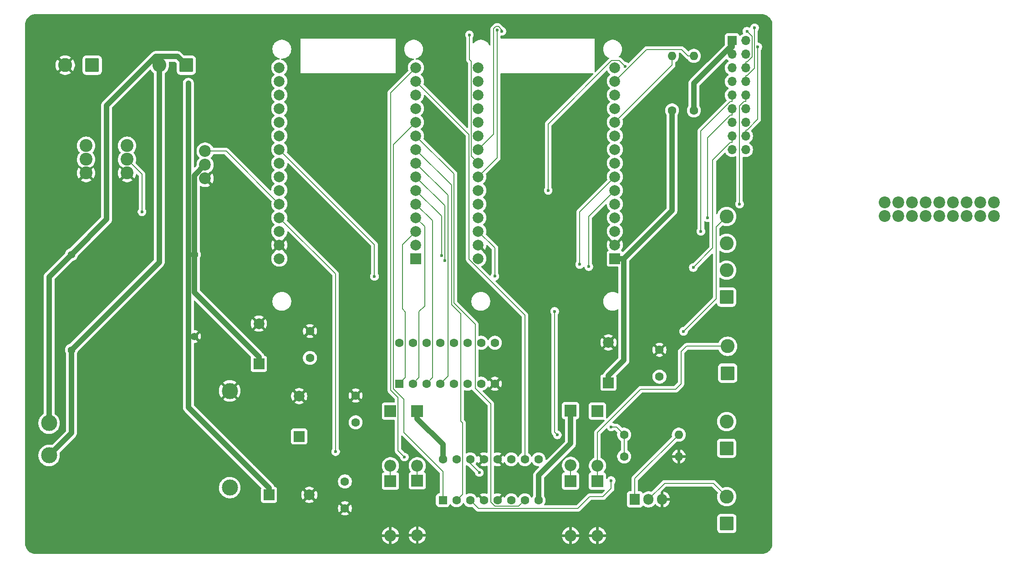
<source format=gbr>
%TF.GenerationSoftware,KiCad,Pcbnew,9.0.0*%
%TF.CreationDate,2025-03-24T15:48:26-05:00*%
%TF.ProjectId,DIIN-proyecto,4449494e-2d70-4726-9f79-6563746f2e6b,rev?*%
%TF.SameCoordinates,Original*%
%TF.FileFunction,Copper,L2,Bot*%
%TF.FilePolarity,Positive*%
%FSLAX46Y46*%
G04 Gerber Fmt 4.6, Leading zero omitted, Abs format (unit mm)*
G04 Created by KiCad (PCBNEW 9.0.0) date 2025-03-24 15:48:26*
%MOMM*%
%LPD*%
G01*
G04 APERTURE LIST*
G04 Aperture macros list*
%AMRoundRect*
0 Rectangle with rounded corners*
0 $1 Rounding radius*
0 $2 $3 $4 $5 $6 $7 $8 $9 X,Y pos of 4 corners*
0 Add a 4 corners polygon primitive as box body*
4,1,4,$2,$3,$4,$5,$6,$7,$8,$9,$2,$3,0*
0 Add four circle primitives for the rounded corners*
1,1,$1+$1,$2,$3*
1,1,$1+$1,$4,$5*
1,1,$1+$1,$6,$7*
1,1,$1+$1,$8,$9*
0 Add four rect primitives between the rounded corners*
20,1,$1+$1,$2,$3,$4,$5,0*
20,1,$1+$1,$4,$5,$6,$7,0*
20,1,$1+$1,$6,$7,$8,$9,0*
20,1,$1+$1,$8,$9,$2,$3,0*%
G04 Aperture macros list end*
%TA.AperFunction,ComponentPad*%
%ADD10C,2.200000*%
%TD*%
%TA.AperFunction,ComponentPad*%
%ADD11C,1.400000*%
%TD*%
%TA.AperFunction,ComponentPad*%
%ADD12C,1.600000*%
%TD*%
%TA.AperFunction,ComponentPad*%
%ADD13O,1.600000X1.600000*%
%TD*%
%TA.AperFunction,ComponentPad*%
%ADD14R,1.905000X2.000000*%
%TD*%
%TA.AperFunction,ComponentPad*%
%ADD15O,1.905000X2.000000*%
%TD*%
%TA.AperFunction,ComponentPad*%
%ADD16RoundRect,0.250000X1.050000X-1.050000X1.050000X1.050000X-1.050000X1.050000X-1.050000X-1.050000X0*%
%TD*%
%TA.AperFunction,ComponentPad*%
%ADD17C,2.600000*%
%TD*%
%TA.AperFunction,ComponentPad*%
%ADD18C,3.000000*%
%TD*%
%TA.AperFunction,ComponentPad*%
%ADD19R,2.000000X2.000000*%
%TD*%
%TA.AperFunction,ComponentPad*%
%ADD20C,2.000000*%
%TD*%
%TA.AperFunction,ComponentPad*%
%ADD21R,2.200000X2.200000*%
%TD*%
%TA.AperFunction,ComponentPad*%
%ADD22O,2.200000X2.200000*%
%TD*%
%TA.AperFunction,ComponentPad*%
%ADD23R,1.700000X1.700000*%
%TD*%
%TA.AperFunction,ComponentPad*%
%ADD24O,1.700000X1.700000*%
%TD*%
%TA.AperFunction,ComponentPad*%
%ADD25C,2.400000*%
%TD*%
%TA.AperFunction,ComponentPad*%
%ADD26RoundRect,0.250000X1.050000X1.050000X-1.050000X1.050000X-1.050000X-1.050000X1.050000X-1.050000X0*%
%TD*%
%TA.AperFunction,ComponentPad*%
%ADD27RoundRect,0.250000X0.550000X-0.550000X0.550000X0.550000X-0.550000X0.550000X-0.550000X-0.550000X0*%
%TD*%
%TA.AperFunction,ViaPad*%
%ADD28C,0.600000*%
%TD*%
%TA.AperFunction,Conductor*%
%ADD29C,0.200000*%
%TD*%
%TA.AperFunction,Conductor*%
%ADD30C,1.000000*%
%TD*%
G04 APERTURE END LIST*
D10*
%TO.P,U9,1,+3.3V*%
%TO.N,+3.3V*%
X196840000Y-74190000D03*
%TO.P,U9,2,GND*%
%TO.N,GND*%
X196840000Y-76730000D03*
%TO.P,U9,3,SOIC*%
%TO.N,SOIC*%
X199380000Y-74190000D03*
%TO.P,U9,4,SOID*%
%TO.N,SOID*%
X199380000Y-76730000D03*
%TO.P,U9,5,VSYNC*%
%TO.N,VSYNC*%
X201920000Y-74190000D03*
%TO.P,U9,6,HREF*%
%TO.N,HREF*%
X201920000Y-76730000D03*
%TO.P,U9,7,PCLK*%
%TO.N,PCLK*%
X204460000Y-74190000D03*
%TO.P,U9,8,XCLK*%
%TO.N,XCLK*%
X204460000Y-76730000D03*
%TO.P,U9,9,D7*%
%TO.N,D7*%
X207000000Y-74190000D03*
%TO.P,U9,10,D6*%
%TO.N,D6*%
X207000000Y-76730000D03*
%TO.P,U9,11,D5*%
%TO.N,D5*%
X209540000Y-74190000D03*
%TO.P,U9,12,D4*%
%TO.N,D4*%
X209540000Y-76730000D03*
%TO.P,U9,13,D3*%
%TO.N,D3*%
X212080000Y-74190000D03*
%TO.P,U9,14,D2*%
%TO.N,D2*%
X212080000Y-76730000D03*
%TO.P,U9,15,D1*%
%TO.N,D1*%
X214620000Y-74190000D03*
%TO.P,U9,16,D0*%
%TO.N,D0*%
X214620000Y-76730000D03*
%TO.P,U9,17,RESET*%
%TO.N,RESET*%
X217160000Y-74190000D03*
%TO.P,U9,18,PWDN*%
%TO.N,PWDN*%
X217160000Y-76730000D03*
%TD*%
D11*
%TO.P,PS1,1,VAC_IN_(L)*%
%TO.N,N*%
X45636650Y-101700000D03*
%TO.P,PS1,2,-VOUT*%
%TO.N,GND*%
X68496650Y-99160000D03*
%TO.P,PS1,3,+VOUT*%
%TO.N,+3.3V*%
X68496650Y-83920000D03*
%TO.P,PS1,4,VAC_IN_(N)*%
%TO.N,L*%
X45636650Y-83920000D03*
%TD*%
D12*
%TO.P,R4,1*%
%TO.N,MBE*%
X148420000Y-121500000D03*
D13*
%TO.P,R4,2*%
%TO.N,GND*%
X158580000Y-121500000D03*
%TD*%
D12*
%TO.P,R3,1*%
%TO.N,MBE*%
X148420000Y-117450000D03*
D13*
%TO.P,R3,2*%
%TO.N,Net-(Q1-G)*%
X158580000Y-117450000D03*
%TD*%
D14*
%TO.P,Q1,1,G*%
%TO.N,Net-(Q1-G)*%
X150420000Y-129500000D03*
D15*
%TO.P,Q1,2,D*%
%TO.N,MB-*%
X152960000Y-129500000D03*
%TO.P,Q1,3,S*%
%TO.N,GND*%
X155500000Y-129500000D03*
%TD*%
D16*
%TO.P,J15,1,Pin_1*%
%TO.N,MB+*%
X167500000Y-134000000D03*
D17*
%TO.P,J15,2,Pin_2*%
%TO.N,MB-*%
X167500000Y-129000000D03*
%TD*%
D18*
%TO.P,U2,1,L*%
%TO.N,L*%
X41491650Y-115310000D03*
%TO.P,U2,2,N*%
%TO.N,N*%
X41491650Y-121310000D03*
%TO.P,U2,3,GND*%
%TO.N,GND*%
X75091650Y-109310000D03*
%TO.P,U2,4,+5v*%
%TO.N,COM*%
X75091650Y-127310000D03*
%TD*%
D16*
%TO.P,J10,1,Pin_1*%
%TO.N,B1*%
X167481650Y-91840000D03*
D17*
%TO.P,J10,2,Pin_2*%
%TO.N,B2*%
X167481650Y-86840000D03*
%TO.P,J10,3,Pin_3*%
%TO.N,B3*%
X167481650Y-81840000D03*
%TO.P,J10,4,Pin_4*%
%TO.N,B4*%
X167481650Y-76840000D03*
%TD*%
D10*
%TO.P,U7,1,VDD*%
%TO.N,+3.3V*%
X70496650Y-67200000D03*
%TO.P,U7,2,DATA*%
%TO.N,DHT*%
X70496650Y-64660000D03*
%TO.P,U7,4,GND*%
%TO.N,GND*%
X70496650Y-69740000D03*
%TD*%
D12*
%TO.P,C2,1*%
%TO.N,COM*%
X98496650Y-115160000D03*
%TO.P,C2,2*%
%TO.N,GND*%
X98496650Y-110160000D03*
%TD*%
%TO.P,C6,1*%
%TO.N,+3.3V*%
X154996650Y-106660000D03*
%TO.P,C6,2*%
%TO.N,GND*%
X154996650Y-101660000D03*
%TD*%
D19*
%TO.P,C7,1*%
%TO.N,+12V*%
X82378950Y-128660000D03*
D20*
%TO.P,C7,2*%
%TO.N,GND*%
X89878950Y-128660000D03*
%TD*%
D21*
%TO.P,D2,1,K*%
%TO.N,+12V*%
X109956650Y-113080000D03*
D22*
%TO.P,D2,2,A*%
%TO.N,X1*%
X109956650Y-123240000D03*
%TD*%
D21*
%TO.P,D5,1,K*%
%TO.N,+12V*%
X138456650Y-113000000D03*
D22*
%TO.P,D5,2,A*%
%TO.N,Y1*%
X138456650Y-123160000D03*
%TD*%
D23*
%TO.P,J1,1,Pin_1*%
%TO.N,+3.3V*%
X168496650Y-44080000D03*
D24*
%TO.P,J1,2,Pin_2*%
%TO.N,GND*%
X171036650Y-44080000D03*
%TO.P,J1,3,Pin_3*%
%TO.N,SOIC*%
X168496650Y-46620000D03*
%TO.P,J1,4,Pin_4*%
%TO.N,SOID*%
X171036650Y-46620000D03*
%TO.P,J1,5,Pin_5*%
%TO.N,VSYNC*%
X168496650Y-49160000D03*
%TO.P,J1,6,Pin_6*%
%TO.N,HREF*%
X171036650Y-49160000D03*
%TO.P,J1,7,Pin_7*%
%TO.N,PCLK*%
X168496650Y-51700000D03*
%TO.P,J1,8,Pin_8*%
%TO.N,XCLK*%
X171036650Y-51700000D03*
%TO.P,J1,9,Pin_9*%
%TO.N,D7*%
X168496650Y-54240000D03*
%TO.P,J1,10,Pin_10*%
%TO.N,D6*%
X171036650Y-54240000D03*
%TO.P,J1,11,Pin_11*%
%TO.N,D5*%
X168496650Y-56780000D03*
%TO.P,J1,12,Pin_12*%
%TO.N,D4*%
X171036650Y-56780000D03*
%TO.P,J1,13,Pin_13*%
%TO.N,D3*%
X168496650Y-59320000D03*
%TO.P,J1,14,Pin_14*%
%TO.N,D2*%
X171036650Y-59320000D03*
%TO.P,J1,15,Pin_15*%
%TO.N,D1*%
X168496650Y-61860000D03*
%TO.P,J1,16,Pin_16*%
%TO.N,D0*%
X171036650Y-61860000D03*
%TO.P,J1,17,Pin_17*%
%TO.N,RESET*%
X168496650Y-64400000D03*
%TO.P,J1,18,Pin_18*%
%TO.N,PWDN*%
X171036650Y-64400000D03*
%TD*%
D19*
%TO.P,U8,1,3V3*%
%TO.N,+3.3V*%
X109696650Y-84675000D03*
D20*
%TO.P,U8,2,GND*%
%TO.N,GND*%
X109696650Y-82135000D03*
%TO.P,U8,3,D15*%
%TO.N,FM1*%
X109696650Y-79595000D03*
%TO.P,U8,4,D2*%
%TO.N,FM2*%
X109696650Y-77055000D03*
%TO.P,U8,5,D4*%
%TO.N,FM3*%
X109696650Y-74515000D03*
%TO.P,U8,6,RX2*%
%TO.N,TX*%
X109696650Y-71975000D03*
%TO.P,U8,7,TX2*%
%TO.N,RX*%
X109696650Y-69435000D03*
%TO.P,U8,8,D5*%
%TO.N,FM4*%
X109696650Y-66895000D03*
%TO.P,U8,9,D18*%
%TO.N,IN1*%
X109696650Y-64355000D03*
%TO.P,U8,10,D19*%
%TO.N,IN1_N*%
X109696650Y-61815000D03*
%TO.P,U8,11,D21*%
%TO.N,PWM1*%
X109696650Y-59275000D03*
%TO.P,U8,12,RX0*%
%TO.N,unconnected-(U8-RX0-Pad12)*%
X109696650Y-56735000D03*
%TO.P,U8,13,TX0*%
%TO.N,unconnected-(U8-TX0-Pad13)*%
X109696650Y-54195000D03*
%TO.P,U8,14,D22*%
%TO.N,IN2*%
X109696650Y-51655000D03*
%TO.P,U8,15,D23*%
%TO.N,IN2_N*%
X109696650Y-49115000D03*
%TO.P,U8,16,EN*%
%TO.N,unconnected-(U8-EN-Pad16)*%
X84296650Y-49115000D03*
%TO.P,U8,17,VP*%
%TO.N,unconnected-(U8-VP-Pad17)*%
X84296650Y-51655000D03*
%TO.P,U8,18,VN*%
%TO.N,unconnected-(U8-VN-Pad18)*%
X84296650Y-54195000D03*
%TO.P,U8,19,D34*%
%TO.N,unconnected-(U8-D34-Pad19)*%
X84296650Y-56735000D03*
%TO.P,U8,20,D35*%
%TO.N,unconnected-(U8-D35-Pad20)*%
X84296650Y-59275000D03*
%TO.P,U8,21,D32*%
%TO.N,unconnected-(U8-D32-Pad21)*%
X84296650Y-61815000D03*
%TO.P,U8,22,D33*%
%TO.N,MBE*%
X84296650Y-64355000D03*
%TO.P,U8,23,D25*%
%TO.N,unconnected-(U8-D25-Pad23)*%
X84296650Y-66895000D03*
%TO.P,U8,24,D26*%
%TO.N,SCK*%
X84296650Y-69435000D03*
%TO.P,U8,25,D27*%
%TO.N,SD*%
X84296650Y-71975000D03*
%TO.P,U8,26,D14*%
%TO.N,DHT*%
X84296650Y-74515000D03*
%TO.P,U8,27,D12*%
%TO.N,PWM2*%
X84296650Y-77055000D03*
%TO.P,U8,28,D13*%
%TO.N,WS*%
X84296650Y-79595000D03*
%TO.P,U8,29,GND*%
%TO.N,GND*%
X84296650Y-82135000D03*
%TO.P,U8,30,VIN*%
%TO.N,unconnected-(U8-VIN-Pad30)*%
X84296650Y-84675000D03*
%TD*%
D19*
%TO.P,C5,1*%
%TO.N,+3.3V*%
X145496650Y-107777700D03*
D20*
%TO.P,C5,2*%
%TO.N,GND*%
X145496650Y-100277700D03*
%TD*%
D21*
%TO.P,D4,1,K*%
%TO.N,X2*%
X104956650Y-126080000D03*
D22*
%TO.P,D4,2,A*%
%TO.N,GND*%
X104956650Y-136240000D03*
%TD*%
D21*
%TO.P,D6,1,K*%
%TO.N,Y1*%
X138456650Y-126080000D03*
D22*
%TO.P,D6,2,A*%
%TO.N,GND*%
X138456650Y-136240000D03*
%TD*%
D12*
%TO.P,R2,1*%
%TO.N,+3.3V*%
X161386650Y-57085000D03*
D13*
%TO.P,R2,2*%
%TO.N,SOIC*%
X161386650Y-46925000D03*
%TD*%
D21*
%TO.P,D1,1,K*%
%TO.N,X1*%
X109956650Y-126000000D03*
D22*
%TO.P,D1,2,A*%
%TO.N,GND*%
X109956650Y-136160000D03*
%TD*%
D19*
%TO.P,C1,1*%
%TO.N,COM*%
X87996650Y-117777700D03*
D20*
%TO.P,C1,2*%
%TO.N,GND*%
X87996650Y-110277700D03*
%TD*%
D25*
%TO.P,U3,1,SCK*%
%TO.N,SCK*%
X55996650Y-63660000D03*
%TO.P,U3,2,WS*%
%TO.N,WS*%
X55996650Y-66200000D03*
%TO.P,U3,3,L/R*%
%TO.N,GND*%
X55996650Y-68740000D03*
%TO.P,U3,4,SD*%
%TO.N,SD*%
X48376650Y-63660000D03*
%TO.P,U3,5,VDD*%
%TO.N,+3.3V*%
X48376650Y-66200000D03*
%TO.P,U3,6,GND*%
%TO.N,GND*%
X48376650Y-68740000D03*
%TD*%
D26*
%TO.P,J2,1,Pin_1*%
%TO.N,+12V*%
X49496650Y-48660000D03*
D17*
%TO.P,J2,2,Pin_2*%
%TO.N,GND*%
X44496650Y-48660000D03*
%TD*%
D16*
%TO.P,J3,1,Pin_1*%
%TO.N,X1*%
X167481650Y-120000000D03*
D17*
%TO.P,J3,2,Pin_2*%
%TO.N,X2*%
X167481650Y-115000000D03*
%TD*%
D12*
%TO.P,C8,1*%
%TO.N,+12V*%
X96496650Y-126160000D03*
%TO.P,C8,2*%
%TO.N,GND*%
X96496650Y-131160000D03*
%TD*%
%TO.P,C4,1*%
%TO.N,+3.3V*%
X89996650Y-103160000D03*
%TO.P,C4,2*%
%TO.N,GND*%
X89996650Y-98160000D03*
%TD*%
D21*
%TO.P,D8,1,K*%
%TO.N,Y2*%
X143456650Y-126080000D03*
D22*
%TO.P,D8,2,A*%
%TO.N,GND*%
X143456650Y-136240000D03*
%TD*%
D26*
%TO.P,J4,1,Pin_1*%
%TO.N,L*%
X66996650Y-48660000D03*
D17*
%TO.P,J4,2,Pin_2*%
%TO.N,N*%
X61996650Y-48660000D03*
%TD*%
D27*
%TO.P,U5,1,EN1\u002C2*%
%TO.N,PWM1*%
X114716650Y-129660000D03*
D12*
%TO.P,U5,2,1A*%
%TO.N,IN1*%
X117256650Y-129660000D03*
%TO.P,U5,3,1Y*%
%TO.N,X1*%
X119796650Y-129660000D03*
%TO.P,U5,4,GND*%
%TO.N,GND*%
X122336650Y-129660000D03*
%TO.P,U5,5,GND*%
X124876650Y-129660000D03*
%TO.P,U5,6,2Y*%
%TO.N,X2*%
X127416650Y-129660000D03*
%TO.P,U5,7,2A*%
%TO.N,IN1_N*%
X129956650Y-129660000D03*
%TO.P,U5,8,VCC2*%
%TO.N,+12V*%
X132496650Y-129660000D03*
%TO.P,U5,9,EN3\u002C4*%
%TO.N,PWM2*%
X132496650Y-122040000D03*
%TO.P,U5,10,3A*%
%TO.N,IN2*%
X129956650Y-122040000D03*
%TO.P,U5,11,3Y*%
%TO.N,Y1*%
X127416650Y-122040000D03*
%TO.P,U5,12,GND*%
%TO.N,GND*%
X124876650Y-122040000D03*
%TO.P,U5,13,GND*%
X122336650Y-122040000D03*
%TO.P,U5,14,4Y*%
%TO.N,Y2*%
X119796650Y-122040000D03*
%TO.P,U5,15,4A*%
%TO.N,IN2_N*%
X117256650Y-122040000D03*
%TO.P,U5,16,VCC1*%
%TO.N,+12V*%
X114716650Y-122040000D03*
%TD*%
D27*
%TO.P,U1,1,I1*%
%TO.N,FM1*%
X106606650Y-107965000D03*
D12*
%TO.P,U1,2,I2*%
%TO.N,FM2*%
X109146650Y-107965000D03*
%TO.P,U1,3,I3*%
%TO.N,FM3*%
X111686650Y-107965000D03*
%TO.P,U1,4,I4*%
%TO.N,FM4*%
X114226650Y-107965000D03*
%TO.P,U1,5,I5*%
%TO.N,unconnected-(U1-I5-Pad5)*%
X116766650Y-107965000D03*
%TO.P,U1,6,I6*%
%TO.N,unconnected-(U1-I6-Pad6)*%
X119306650Y-107965000D03*
%TO.P,U1,7,I7*%
%TO.N,unconnected-(U1-I7-Pad7)*%
X121846650Y-107965000D03*
%TO.P,U1,8,GND*%
%TO.N,GND*%
X124386650Y-107965000D03*
%TO.P,U1,9,COM*%
%TO.N,COM*%
X124386650Y-100345000D03*
%TO.P,U1,10,O7*%
%TO.N,unconnected-(U1-O7-Pad10)*%
X121846650Y-100345000D03*
%TO.P,U1,11,O6*%
%TO.N,unconnected-(U1-O6-Pad11)*%
X119306650Y-100345000D03*
%TO.P,U1,12,O5*%
%TO.N,unconnected-(U1-O5-Pad12)*%
X116766650Y-100345000D03*
%TO.P,U1,13,O4*%
%TO.N,B4*%
X114226650Y-100345000D03*
%TO.P,U1,14,O3*%
%TO.N,B3*%
X111686650Y-100345000D03*
%TO.P,U1,15,O2*%
%TO.N,B2*%
X109146650Y-100345000D03*
%TO.P,U1,16,O1*%
%TO.N,B1*%
X106606650Y-100345000D03*
%TD*%
D19*
%TO.P,C3,1*%
%TO.N,+3.3V*%
X80496650Y-104277700D03*
D20*
%TO.P,C3,2*%
%TO.N,GND*%
X80496650Y-96777700D03*
%TD*%
D16*
%TO.P,J6,1,Pin_1*%
%TO.N,Y1*%
X167672500Y-106000000D03*
D17*
%TO.P,J6,2,Pin_2*%
%TO.N,Y2*%
X167672500Y-101000000D03*
%TD*%
D19*
%TO.P,U6,1,3V3*%
%TO.N,+3.3V*%
X146696650Y-84675000D03*
D20*
%TO.P,U6,2,GND*%
%TO.N,GND*%
X146696650Y-82135000D03*
%TO.P,U6,3,D15*%
%TO.N,D7*%
X146696650Y-79595000D03*
%TO.P,U6,4,D2*%
%TO.N,D5*%
X146696650Y-77055000D03*
%TO.P,U6,5,D4*%
%TO.N,D6*%
X146696650Y-74515000D03*
%TO.P,U6,6,RX2*%
%TO.N,RX*%
X146696650Y-71975000D03*
%TO.P,U6,7,TX2*%
%TO.N,TX*%
X146696650Y-69435000D03*
%TO.P,U6,8,D5*%
%TO.N,D4*%
X146696650Y-66895000D03*
%TO.P,U6,9,D18*%
%TO.N,unconnected-(U6-D18-Pad9)*%
X146696650Y-64355000D03*
%TO.P,U6,10,D19*%
%TO.N,D3*%
X146696650Y-61815000D03*
%TO.P,U6,11,D21*%
%TO.N,SOID*%
X146696650Y-59275000D03*
%TO.P,U6,12,RX0*%
%TO.N,unconnected-(U6-RX0-Pad12)*%
X146696650Y-56735000D03*
%TO.P,U6,13,TX0*%
%TO.N,unconnected-(U6-TX0-Pad13)*%
X146696650Y-54195000D03*
%TO.P,U6,14,D22*%
%TO.N,SOIC*%
X146696650Y-51655000D03*
%TO.P,U6,15,D23*%
%TO.N,D2*%
X146696650Y-49115000D03*
%TO.P,U6,16,EN*%
%TO.N,unconnected-(U6-EN-Pad16)*%
X121296650Y-49115000D03*
%TO.P,U6,17,VP*%
%TO.N,unconnected-(U6-VP-Pad17)*%
X121296650Y-51655000D03*
%TO.P,U6,18,VN*%
%TO.N,unconnected-(U6-VN-Pad18)*%
X121296650Y-54195000D03*
%TO.P,U6,19,D34*%
%TO.N,unconnected-(U6-D34-Pad19)*%
X121296650Y-56735000D03*
%TO.P,U6,20,D35*%
%TO.N,unconnected-(U6-D35-Pad20)*%
X121296650Y-59275000D03*
%TO.P,U6,21,D32*%
%TO.N,VSYNC*%
X121296650Y-61815000D03*
%TO.P,U6,22,D33*%
%TO.N,HREF*%
X121296650Y-64355000D03*
%TO.P,U6,23,D25*%
%TO.N,D0*%
X121296650Y-66895000D03*
%TO.P,U6,24,D26*%
%TO.N,XCLK*%
X121296650Y-69435000D03*
%TO.P,U6,25,D27*%
%TO.N,PCLK*%
X121296650Y-71975000D03*
%TO.P,U6,26,D14*%
%TO.N,unconnected-(U6-D14-Pad26)*%
X121296650Y-74515000D03*
%TO.P,U6,27,D12*%
%TO.N,unconnected-(U6-D12-Pad27)*%
X121296650Y-77055000D03*
%TO.P,U6,28,D13*%
%TO.N,D1*%
X121296650Y-79595000D03*
%TO.P,U6,29,GND*%
%TO.N,GND*%
X121296650Y-82135000D03*
%TO.P,U6,30,VIN*%
%TO.N,unconnected-(U6-VIN-Pad30)*%
X121296650Y-84675000D03*
%TD*%
D12*
%TO.P,R1,1*%
%TO.N,+3.3V*%
X157336650Y-57085000D03*
D13*
%TO.P,R1,2*%
%TO.N,SOID*%
X157336650Y-46925000D03*
%TD*%
D21*
%TO.P,D7,1,K*%
%TO.N,+12V*%
X143456650Y-113080000D03*
D22*
%TO.P,D7,2,A*%
%TO.N,Y2*%
X143456650Y-123240000D03*
%TD*%
D21*
%TO.P,D3,1,K*%
%TO.N,+12V*%
X104956650Y-113080000D03*
D22*
%TO.P,D3,2,A*%
%TO.N,X2*%
X104956650Y-123240000D03*
%TD*%
D28*
%TO.N,MBE*%
X146000000Y-116000000D03*
X136000000Y-117500000D03*
X135500000Y-94500000D03*
X102000000Y-88000000D03*
%TO.N,X1*%
X146000000Y-126000000D03*
%TO.N,Y2*%
X121500000Y-124500000D03*
%TO.N,+3.3V*%
X68496650Y-70454200D03*
%TO.N,+12V*%
X67402550Y-52019600D03*
%TO.N,D1*%
X124395150Y-87944000D03*
X161294150Y-86326800D03*
%TO.N,D5*%
X163936650Y-77055000D03*
%TO.N,D7*%
X162701850Y-79595000D03*
%TO.N,PCLK*%
X148590250Y-48858300D03*
X134302550Y-71975000D03*
%TO.N,D6*%
X169884950Y-74515000D03*
%TO.N,HREF*%
X125698050Y-42338900D03*
X171259950Y-42338900D03*
%TO.N,XCLK*%
X172674750Y-41694800D03*
X124817050Y-42096500D03*
%TO.N,D0*%
X173276550Y-45272200D03*
X119654750Y-43021300D03*
%TO.N,B4*%
X159475750Y-98213000D03*
%TO.N,IN2_N*%
X107566450Y-121615500D03*
%TO.N,PWM2*%
X94770950Y-120611300D03*
%TO.N,WS*%
X58769150Y-75949200D03*
%TO.N,RX*%
X115052550Y-85023200D03*
X141847650Y-86174800D03*
%TO.N,TX*%
X114450850Y-84075200D03*
X140164650Y-85761000D03*
%TD*%
D29*
%TO.N,MB-*%
X155960000Y-126500000D02*
X165000000Y-126500000D01*
X152960000Y-129500000D02*
X155960000Y-126500000D01*
X165000000Y-126500000D02*
X167500000Y-129000000D01*
%TO.N,Net-(Q1-G)*%
X150420000Y-125610000D02*
X150420000Y-129500000D01*
X158580000Y-117450000D02*
X150420000Y-125610000D01*
%TO.N,MBE*%
X148420000Y-117450000D02*
X148420000Y-121500000D01*
X146970000Y-116000000D02*
X148420000Y-117450000D01*
X146000000Y-116000000D02*
X146970000Y-116000000D01*
X135500000Y-117000000D02*
X136000000Y-117500000D01*
X135500000Y-94500000D02*
X135500000Y-117000000D01*
X102000000Y-82058350D02*
X102000000Y-88000000D01*
X84296650Y-64355000D02*
X102000000Y-82058350D01*
%TO.N,X1*%
X146000000Y-127500000D02*
X146000000Y-126000000D01*
X142000000Y-129000000D02*
X144500000Y-129000000D01*
X139798500Y-131201500D02*
X142000000Y-129000000D01*
X121338150Y-131201500D02*
X139798500Y-131201500D01*
X119796650Y-129660000D02*
X121338150Y-131201500D01*
X144500000Y-129000000D02*
X146000000Y-127500000D01*
%TO.N,Y2*%
X119796650Y-122796650D02*
X121500000Y-124500000D01*
X119796650Y-122040000D02*
X119796650Y-122796650D01*
X160000000Y-101000000D02*
X167672500Y-101000000D01*
X158000000Y-109000000D02*
X159000000Y-108000000D01*
X159000000Y-102000000D02*
X160000000Y-101000000D01*
X151500000Y-109000000D02*
X158000000Y-109000000D01*
X143456650Y-117043350D02*
X151500000Y-109000000D01*
X143456650Y-123240000D02*
X143456650Y-117043350D01*
X159000000Y-108000000D02*
X159000000Y-102000000D01*
D30*
%TO.N,+3.3V*%
X168208750Y-45231700D02*
X168496650Y-45231700D01*
X70496650Y-67200000D02*
X68496650Y-69200000D01*
X148368150Y-84675000D02*
X148368150Y-103604500D01*
X68496650Y-70454200D02*
X68496650Y-83920000D01*
X157336650Y-57085000D02*
X157336650Y-75706500D01*
X161386650Y-52053800D02*
X168208750Y-45231700D01*
X148368150Y-103604500D02*
X145496650Y-106476000D01*
X68496650Y-69200000D02*
X68496650Y-70454200D01*
X148368150Y-84675000D02*
X147998350Y-84675000D01*
X146696650Y-84675000D02*
X147998350Y-84675000D01*
X161386650Y-57085000D02*
X161386650Y-52053800D01*
X80496650Y-102976000D02*
X68496650Y-90976000D01*
X68496650Y-90976000D02*
X68496650Y-83920000D01*
X168496650Y-44080000D02*
X168496650Y-45231700D01*
X157336650Y-75706500D02*
X148368150Y-84675000D01*
X80496650Y-104277700D02*
X80496650Y-102976000D01*
X145496650Y-107777700D02*
X145496650Y-106476000D01*
D29*
%TO.N,X1*%
X109956650Y-126000000D02*
X109956650Y-123240000D01*
D30*
%TO.N,+12V*%
X138456650Y-119082100D02*
X132496650Y-125042100D01*
X109956650Y-114481700D02*
X114716650Y-119241700D01*
X114716650Y-119241700D02*
X114716650Y-122040000D01*
X109956650Y-113080000D02*
X109956650Y-114481700D01*
X67402550Y-112381900D02*
X67402550Y-52019600D01*
X82378950Y-127358300D02*
X67402550Y-112381900D01*
X132496650Y-125042100D02*
X132496650Y-129660000D01*
X138456650Y-113000000D02*
X138456650Y-119082100D01*
X82378950Y-128660000D02*
X82378950Y-127358300D01*
D29*
%TO.N,X2*%
X104956650Y-123240000D02*
X104956650Y-126080000D01*
%TO.N,Y1*%
X138456650Y-123160000D02*
X138456650Y-126080000D01*
%TO.N,Y2*%
X143456650Y-123240000D02*
X143456650Y-126080000D01*
%TO.N,D1*%
X168208750Y-63011700D02*
X164907450Y-66313000D01*
X164907450Y-82713500D02*
X161294150Y-86326800D01*
X124395150Y-82693500D02*
X121296650Y-79595000D01*
X164907450Y-66313000D02*
X164907450Y-82713500D01*
X168496650Y-63011700D02*
X168208750Y-63011700D01*
X168496650Y-61860000D02*
X168496650Y-63011700D01*
X124395150Y-87944000D02*
X124395150Y-82693500D01*
%TO.N,D5*%
X168496650Y-56780000D02*
X168496650Y-57931700D01*
X163936650Y-62203800D02*
X163936650Y-77055000D01*
X168208750Y-57931700D02*
X163936650Y-62203800D01*
X168496650Y-57931700D02*
X168208750Y-57931700D01*
%TO.N,D7*%
X168496650Y-54240000D02*
X168496650Y-55391700D01*
X162701850Y-60898600D02*
X168208750Y-55391700D01*
X168208750Y-55391700D02*
X168496650Y-55391700D01*
X162701850Y-79595000D02*
X162701850Y-60898600D01*
%TO.N,PCLK*%
X148590250Y-48858300D02*
X147545250Y-47813300D01*
X146111150Y-47813300D02*
X134302550Y-59621900D01*
X134302550Y-59621900D02*
X134302550Y-71975000D01*
X147545250Y-47813300D02*
X146111150Y-47813300D01*
%TO.N,SOIC*%
X159115550Y-45755600D02*
X152596050Y-45755600D01*
X161386650Y-46925000D02*
X160284950Y-46925000D01*
X152596050Y-45755600D02*
X146696650Y-51655000D01*
X160284950Y-46925000D02*
X159115550Y-45755600D01*
%TO.N,D6*%
X171036650Y-54240000D02*
X171036650Y-55391700D01*
X171036650Y-55391700D02*
X170748650Y-55391700D01*
X169884950Y-56255400D02*
X169884950Y-74515000D01*
X170748650Y-55391700D02*
X169884950Y-56255400D01*
%TO.N,HREF*%
X121296650Y-64355000D02*
X124168350Y-61483300D01*
X171313250Y-48008300D02*
X172213050Y-47108500D01*
X124168350Y-41889300D02*
X124599050Y-41458600D01*
X125698050Y-42118700D02*
X125698050Y-42338900D01*
X171036650Y-49160000D02*
X171036650Y-48008300D01*
X172213050Y-47108500D02*
X172213050Y-43292000D01*
X124599050Y-41458600D02*
X125037950Y-41458600D01*
X171036650Y-48008300D02*
X171313250Y-48008300D01*
X172213050Y-43292000D02*
X171259950Y-42338900D01*
X124168350Y-61483300D02*
X124168350Y-41889300D01*
X125037950Y-41458600D02*
X125698050Y-42118700D01*
%TO.N,SOID*%
X157336650Y-48635000D02*
X157336650Y-46925000D01*
X146696650Y-59275000D02*
X157336650Y-48635000D01*
%TO.N,XCLK*%
X171036650Y-51700000D02*
X171036650Y-50548300D01*
X172674750Y-49198100D02*
X172674750Y-41694800D01*
X121296650Y-69435000D02*
X124817050Y-65914600D01*
X171324550Y-50548300D02*
X172674750Y-49198100D01*
X124817050Y-65914600D02*
X124817050Y-42096500D01*
X171036650Y-50548300D02*
X171324550Y-50548300D01*
%TO.N,D0*%
X121296650Y-66895000D02*
X119994950Y-65593300D01*
X119654750Y-47624400D02*
X119654750Y-43021300D01*
X119994950Y-65593300D02*
X119994950Y-47964600D01*
X171305150Y-60708300D02*
X173276550Y-58736900D01*
X173276550Y-58736900D02*
X173276550Y-45272200D01*
X171036650Y-60708300D02*
X171305150Y-60708300D01*
X119994950Y-47964600D02*
X119654750Y-47624400D01*
X171036650Y-61860000D02*
X171036650Y-60708300D01*
D30*
%TO.N,N*%
X61996650Y-48660000D02*
X61996650Y-85340000D01*
X45636650Y-101700000D02*
X45636650Y-117165000D01*
X45636650Y-117165000D02*
X41491650Y-121310000D01*
X61996650Y-85340000D02*
X45636650Y-101700000D01*
%TO.N,L*%
X52186750Y-77369900D02*
X45636650Y-83920000D01*
X61307850Y-47039200D02*
X52186750Y-56160300D01*
X52186750Y-56160300D02*
X52186750Y-77369900D01*
X45636650Y-83920000D02*
X41491650Y-88065000D01*
X65375850Y-47039200D02*
X61307850Y-47039200D01*
X41491650Y-88065000D02*
X41491650Y-115310000D01*
X66996650Y-48660000D02*
X65375850Y-47039200D01*
D29*
%TO.N,FM4*%
X115663450Y-106528200D02*
X114226650Y-107965000D01*
X115663450Y-72861800D02*
X115663450Y-106528200D01*
X109696650Y-66895000D02*
X115663450Y-72861800D01*
%TO.N,FM2*%
X111328350Y-93484900D02*
X111328350Y-78686700D01*
X110286950Y-106824700D02*
X110286950Y-94526300D01*
X110286950Y-94526300D02*
X111328350Y-93484900D01*
X111328350Y-78686700D02*
X109696650Y-77055000D01*
X109146650Y-107965000D02*
X110286950Y-106824700D01*
%TO.N,FM1*%
X107744450Y-106827200D02*
X107744450Y-94572300D01*
X107177650Y-82114000D02*
X109696650Y-79595000D01*
X107744450Y-94572300D02*
X107177650Y-94005500D01*
X107177650Y-94005500D02*
X107177650Y-82114000D01*
X106606650Y-107965000D02*
X107744450Y-106827200D01*
%TO.N,FM3*%
X112815350Y-106836300D02*
X111686650Y-107965000D01*
X109696650Y-74515000D02*
X112815350Y-77633700D01*
X112815350Y-77633700D02*
X112815350Y-106836300D01*
%TO.N,B4*%
X167481650Y-76840000D02*
X165514450Y-78807200D01*
X165514450Y-92174300D02*
X159475750Y-98213000D01*
X165514450Y-78807200D02*
X165514450Y-92174300D01*
%TO.N,DHT*%
X74441650Y-64660000D02*
X70496650Y-64660000D01*
X84296650Y-74515000D02*
X74441650Y-64660000D01*
%TO.N,PWM1*%
X107458150Y-117049600D02*
X107458150Y-110906300D01*
X107458150Y-110906300D02*
X105487550Y-108935700D01*
X114716650Y-124308100D02*
X107458150Y-117049600D01*
X114716650Y-129660000D02*
X114716650Y-124308100D01*
X105487550Y-63484100D02*
X109696650Y-59275000D01*
X105487550Y-108935700D02*
X105487550Y-63484100D01*
%TO.N,IN1_N*%
X129956650Y-129660000D02*
X128816150Y-130800500D01*
X120718250Y-96886800D02*
X116776550Y-92945100D01*
X128816150Y-130800500D02*
X124370250Y-130800500D01*
X123606650Y-130036900D02*
X123606650Y-111694700D01*
X116776550Y-68894900D02*
X109696650Y-61815000D01*
X124370250Y-130800500D02*
X123606650Y-130036900D01*
X123606650Y-111694700D02*
X120718250Y-108806300D01*
X120718250Y-108806300D02*
X120718250Y-96886800D01*
X116776550Y-92945100D02*
X116776550Y-68894900D01*
%TO.N,IN1*%
X118358350Y-115279400D02*
X118037750Y-114958800D01*
X118037750Y-114958800D02*
X118037750Y-94915600D01*
X118358350Y-128558300D02*
X118358350Y-115279400D01*
X116361550Y-71019900D02*
X109696650Y-64355000D01*
X118037750Y-94915600D02*
X116361550Y-93239400D01*
X117256650Y-129660000D02*
X118358350Y-128558300D01*
X116361550Y-93239400D02*
X116361550Y-71019900D01*
%TO.N,IN2_N*%
X106372150Y-110529700D02*
X105042050Y-109199600D01*
X107566450Y-121615500D02*
X106372150Y-120421200D01*
X106372150Y-120421200D02*
X106372150Y-110529700D01*
X105042050Y-53769600D02*
X109696650Y-49115000D01*
X105042050Y-109199600D02*
X105042050Y-53769600D01*
%TO.N,PWM2*%
X94770950Y-87529300D02*
X94770950Y-120611300D01*
X84296650Y-77055000D02*
X94770950Y-87529300D01*
%TO.N,IN2*%
X109696650Y-51655000D02*
X119593250Y-61551600D01*
X119593250Y-84812500D02*
X129956650Y-95175900D01*
X129956650Y-95175900D02*
X129956650Y-122040000D01*
X119593250Y-61551600D02*
X119593250Y-84812500D01*
%TO.N,WS*%
X58769150Y-68972500D02*
X58769150Y-75949200D01*
X55996650Y-66200000D02*
X58769150Y-68972500D01*
%TO.N,RX*%
X141847650Y-76824000D02*
X141847650Y-86174800D01*
X115052550Y-74790900D02*
X115052550Y-85023200D01*
X109696650Y-69435000D02*
X115052550Y-74790900D01*
X146696650Y-71975000D02*
X141847650Y-76824000D01*
%TO.N,TX*%
X114450850Y-76729200D02*
X109696650Y-71975000D01*
X114450850Y-84075200D02*
X114450850Y-76729200D01*
X146696650Y-69435000D02*
X140164650Y-75967000D01*
X140164650Y-75967000D02*
X140164650Y-85761000D01*
%TD*%
%TA.AperFunction,Conductor*%
%TO.N,GND*%
G36*
X121936650Y-122092661D02*
G01*
X121963909Y-122194394D01*
X122016570Y-122285606D01*
X122091044Y-122360080D01*
X122182256Y-122412741D01*
X122283989Y-122440000D01*
X122290202Y-122440000D01*
X121610726Y-123119474D01*
X121655300Y-123151859D01*
X121837618Y-123244755D01*
X122032232Y-123307990D01*
X122234333Y-123340000D01*
X122438967Y-123340000D01*
X122641067Y-123307990D01*
X122840310Y-123243251D01*
X122840721Y-123244517D01*
X122904150Y-123237690D01*
X122966634Y-123268957D01*
X123002294Y-123329041D01*
X123006150Y-123359723D01*
X123006150Y-128340276D01*
X122986465Y-128407315D01*
X122933661Y-128453070D01*
X122864503Y-128463014D01*
X122840420Y-128456408D01*
X122840310Y-128456749D01*
X122641067Y-128392009D01*
X122438967Y-128360000D01*
X122234333Y-128360000D01*
X122032232Y-128392009D01*
X121837618Y-128455244D01*
X121655294Y-128548143D01*
X121610727Y-128580523D01*
X121610727Y-128580524D01*
X122290203Y-129260000D01*
X122283989Y-129260000D01*
X122182256Y-129287259D01*
X122091044Y-129339920D01*
X122016570Y-129414394D01*
X121963909Y-129505606D01*
X121936650Y-129607339D01*
X121936650Y-129613553D01*
X121257174Y-128934077D01*
X121257173Y-128934077D01*
X121224793Y-128978644D01*
X121177415Y-129071630D01*
X121129440Y-129122426D01*
X121061619Y-129139221D01*
X120995484Y-129116683D01*
X120956445Y-129071630D01*
X120926854Y-129013554D01*
X120908937Y-128978390D01*
X120908935Y-128978387D01*
X120908934Y-128978385D01*
X120788621Y-128812786D01*
X120643863Y-128668028D01*
X120478263Y-128547715D01*
X120478262Y-128547714D01*
X120478260Y-128547713D01*
X120418548Y-128517288D01*
X120295873Y-128454781D01*
X120101184Y-128391522D01*
X119926645Y-128363878D01*
X119899002Y-128359500D01*
X119694298Y-128359500D01*
X119669979Y-128363351D01*
X119492115Y-128391522D01*
X119341617Y-128440423D01*
X119297431Y-128454780D01*
X119297428Y-128454781D01*
X119297426Y-128454782D01*
X119139145Y-128535430D01*
X119070475Y-128548326D01*
X119005735Y-128522049D01*
X118965478Y-128464943D01*
X118958850Y-128424945D01*
X118958850Y-123275054D01*
X118978535Y-123208015D01*
X119031339Y-123162260D01*
X119100497Y-123152316D01*
X119139145Y-123164569D01*
X119297430Y-123245220D01*
X119297433Y-123245221D01*
X119415107Y-123283455D01*
X119464470Y-123313705D01*
X120665425Y-124514660D01*
X120698910Y-124575983D01*
X120699361Y-124578149D01*
X120730261Y-124733491D01*
X120730264Y-124733501D01*
X120790602Y-124879172D01*
X120790609Y-124879185D01*
X120878210Y-125010288D01*
X120878213Y-125010292D01*
X120989707Y-125121786D01*
X120989711Y-125121789D01*
X121120814Y-125209390D01*
X121120827Y-125209397D01*
X121266498Y-125269735D01*
X121266503Y-125269737D01*
X121421153Y-125300499D01*
X121421156Y-125300500D01*
X121421158Y-125300500D01*
X121578844Y-125300500D01*
X121578845Y-125300499D01*
X121733497Y-125269737D01*
X121879179Y-125209394D01*
X122010289Y-125121789D01*
X122121789Y-125010289D01*
X122209394Y-124879179D01*
X122212154Y-124872517D01*
X122262789Y-124750271D01*
X122269737Y-124733497D01*
X122300500Y-124578842D01*
X122300500Y-124421158D01*
X122300500Y-124421155D01*
X122300499Y-124421153D01*
X122284040Y-124338411D01*
X122269737Y-124266503D01*
X122269097Y-124264958D01*
X122209397Y-124120827D01*
X122209390Y-124120814D01*
X122121789Y-123989711D01*
X122121786Y-123989707D01*
X122010292Y-123878213D01*
X122010288Y-123878210D01*
X121879185Y-123790609D01*
X121879172Y-123790602D01*
X121733501Y-123730264D01*
X121733491Y-123730261D01*
X121578151Y-123699362D01*
X121516241Y-123666977D01*
X121514662Y-123665426D01*
X120841552Y-122992316D01*
X120808067Y-122930993D01*
X120813051Y-122861301D01*
X120828909Y-122831759D01*
X120908937Y-122721610D01*
X120956445Y-122628369D01*
X121004419Y-122577573D01*
X121072240Y-122560778D01*
X121138375Y-122583315D01*
X121177415Y-122628369D01*
X121224791Y-122721350D01*
X121224797Y-122721359D01*
X121257173Y-122765921D01*
X121257174Y-122765922D01*
X121936650Y-122086446D01*
X121936650Y-122092661D01*
G37*
%TD.AperFunction*%
%TA.AperFunction,Conductor*%
G36*
X125956124Y-122765921D02*
G01*
X125988511Y-122721347D01*
X125988511Y-122721346D01*
X126035884Y-122628371D01*
X126083858Y-122577575D01*
X126151678Y-122560779D01*
X126217814Y-122583316D01*
X126256853Y-122628369D01*
X126304363Y-122721611D01*
X126424678Y-122887213D01*
X126569436Y-123031971D01*
X126682394Y-123114038D01*
X126735040Y-123152287D01*
X126844412Y-123208015D01*
X126917426Y-123245218D01*
X126917428Y-123245218D01*
X126917431Y-123245220D01*
X126990486Y-123268957D01*
X127112115Y-123308477D01*
X127213207Y-123324488D01*
X127314298Y-123340500D01*
X127314299Y-123340500D01*
X127519001Y-123340500D01*
X127519002Y-123340500D01*
X127721184Y-123308477D01*
X127915869Y-123245220D01*
X128098260Y-123152287D01*
X128191240Y-123084732D01*
X128263863Y-123031971D01*
X128263865Y-123031968D01*
X128263869Y-123031966D01*
X128408616Y-122887219D01*
X128408618Y-122887215D01*
X128408621Y-122887213D01*
X128528934Y-122721614D01*
X128528936Y-122721611D01*
X128528937Y-122721610D01*
X128576166Y-122628917D01*
X128624139Y-122578123D01*
X128691960Y-122561328D01*
X128758095Y-122583865D01*
X128797133Y-122628917D01*
X128798633Y-122631860D01*
X128844365Y-122721614D01*
X128964678Y-122887213D01*
X129109436Y-123031971D01*
X129222394Y-123114038D01*
X129275040Y-123152287D01*
X129384412Y-123208015D01*
X129457426Y-123245218D01*
X129457428Y-123245218D01*
X129457431Y-123245220D01*
X129530486Y-123268957D01*
X129652115Y-123308477D01*
X129753207Y-123324488D01*
X129854298Y-123340500D01*
X129854299Y-123340500D01*
X130059001Y-123340500D01*
X130059002Y-123340500D01*
X130261184Y-123308477D01*
X130455869Y-123245220D01*
X130638260Y-123152287D01*
X130731240Y-123084732D01*
X130803863Y-123031971D01*
X130803865Y-123031968D01*
X130803869Y-123031966D01*
X130948616Y-122887219D01*
X130948618Y-122887215D01*
X130948621Y-122887213D01*
X131068934Y-122721614D01*
X131068936Y-122721611D01*
X131068937Y-122721610D01*
X131116166Y-122628917D01*
X131164139Y-122578123D01*
X131231960Y-122561328D01*
X131298095Y-122583865D01*
X131337133Y-122628917D01*
X131338633Y-122631860D01*
X131384365Y-122721614D01*
X131504678Y-122887213D01*
X131649436Y-123031971D01*
X131762394Y-123114038D01*
X131815040Y-123152287D01*
X131924412Y-123208015D01*
X131997426Y-123245218D01*
X131997428Y-123245218D01*
X131997431Y-123245220D01*
X132070486Y-123268957D01*
X132192115Y-123308477D01*
X132293207Y-123324488D01*
X132394298Y-123340500D01*
X132394299Y-123340500D01*
X132483967Y-123340500D01*
X132551006Y-123360185D01*
X132596761Y-123412989D01*
X132606705Y-123482147D01*
X132577680Y-123545703D01*
X132571648Y-123552181D01*
X131858871Y-124264958D01*
X131858868Y-124264961D01*
X131806521Y-124317308D01*
X131719509Y-124404319D01*
X131610021Y-124568179D01*
X131610014Y-124568192D01*
X131572952Y-124657671D01*
X131565022Y-124676816D01*
X131542254Y-124731785D01*
X131539819Y-124737664D01*
X131534598Y-124750267D01*
X131534597Y-124750271D01*
X131496150Y-124943554D01*
X131496150Y-128784237D01*
X131476465Y-128851276D01*
X131472468Y-128857122D01*
X131384365Y-128978386D01*
X131337135Y-129071080D01*
X131289160Y-129121876D01*
X131221339Y-129138671D01*
X131155204Y-129116134D01*
X131116165Y-129071080D01*
X131110463Y-129059890D01*
X131068937Y-128978390D01*
X131036742Y-128934077D01*
X130948621Y-128812786D01*
X130803863Y-128668028D01*
X130638263Y-128547715D01*
X130638262Y-128547714D01*
X130638260Y-128547713D01*
X130578548Y-128517288D01*
X130455873Y-128454781D01*
X130261184Y-128391522D01*
X130086645Y-128363878D01*
X130059002Y-128359500D01*
X129854298Y-128359500D01*
X129829979Y-128363351D01*
X129652115Y-128391522D01*
X129457426Y-128454781D01*
X129275036Y-128547715D01*
X129109436Y-128668028D01*
X128964678Y-128812786D01*
X128844365Y-128978386D01*
X128797135Y-129071080D01*
X128749160Y-129121876D01*
X128681339Y-129138671D01*
X128615204Y-129116134D01*
X128576165Y-129071080D01*
X128570463Y-129059890D01*
X128528937Y-128978390D01*
X128496742Y-128934077D01*
X128408621Y-128812786D01*
X128263863Y-128668028D01*
X128098263Y-128547715D01*
X128098262Y-128547714D01*
X128098260Y-128547713D01*
X128038548Y-128517288D01*
X127915873Y-128454781D01*
X127721184Y-128391522D01*
X127546645Y-128363878D01*
X127519002Y-128359500D01*
X127314298Y-128359500D01*
X127289979Y-128363351D01*
X127112115Y-128391522D01*
X126917426Y-128454781D01*
X126735036Y-128547715D01*
X126569436Y-128668028D01*
X126424678Y-128812786D01*
X126304363Y-128978388D01*
X126256853Y-129071630D01*
X126208878Y-129122426D01*
X126141057Y-129139220D01*
X126074922Y-129116682D01*
X126035884Y-129071628D01*
X125988511Y-128978652D01*
X125956124Y-128934077D01*
X125956124Y-128934076D01*
X125276650Y-129613551D01*
X125276650Y-129607339D01*
X125249391Y-129505606D01*
X125196730Y-129414394D01*
X125122256Y-129339920D01*
X125031044Y-129287259D01*
X124929311Y-129260000D01*
X124923096Y-129260000D01*
X125602572Y-128580524D01*
X125602571Y-128580523D01*
X125558009Y-128548147D01*
X125558000Y-128548141D01*
X125375681Y-128455244D01*
X125181067Y-128392009D01*
X124978967Y-128360000D01*
X124774333Y-128360000D01*
X124572232Y-128392009D01*
X124372990Y-128456749D01*
X124372580Y-128455487D01*
X124309120Y-128462303D01*
X124246644Y-128431022D01*
X124210998Y-128370929D01*
X124207150Y-128340276D01*
X124207150Y-123359723D01*
X124226835Y-123292684D01*
X124279639Y-123246929D01*
X124348797Y-123236985D01*
X124372878Y-123243593D01*
X124372990Y-123243251D01*
X124572232Y-123307990D01*
X124774333Y-123340000D01*
X124978967Y-123340000D01*
X125181067Y-123307990D01*
X125375681Y-123244755D01*
X125557999Y-123151859D01*
X125602571Y-123119474D01*
X124923097Y-122440000D01*
X124929311Y-122440000D01*
X125031044Y-122412741D01*
X125122256Y-122360080D01*
X125196730Y-122285606D01*
X125249391Y-122194394D01*
X125276650Y-122092661D01*
X125276650Y-122086447D01*
X125956124Y-122765921D01*
G37*
%TD.AperFunction*%
%TA.AperFunction,Conductor*%
G36*
X120146703Y-109051770D02*
G01*
X120193118Y-109097744D01*
X120237729Y-109175015D01*
X120356599Y-109293885D01*
X120356605Y-109293890D01*
X122969831Y-111907116D01*
X123003316Y-111968439D01*
X123006150Y-111994797D01*
X123006150Y-120720276D01*
X122986465Y-120787315D01*
X122933661Y-120833070D01*
X122864503Y-120843014D01*
X122840420Y-120836408D01*
X122840310Y-120836749D01*
X122641067Y-120772009D01*
X122438967Y-120740000D01*
X122234333Y-120740000D01*
X122032232Y-120772009D01*
X121837618Y-120835244D01*
X121655294Y-120928143D01*
X121610727Y-120960523D01*
X121610727Y-120960524D01*
X122290203Y-121640000D01*
X122283989Y-121640000D01*
X122182256Y-121667259D01*
X122091044Y-121719920D01*
X122016570Y-121794394D01*
X121963909Y-121885606D01*
X121936650Y-121987339D01*
X121936650Y-121993553D01*
X121257174Y-121314077D01*
X121257173Y-121314077D01*
X121224793Y-121358644D01*
X121177415Y-121451630D01*
X121129440Y-121502426D01*
X121061619Y-121519221D01*
X120995484Y-121496683D01*
X120956445Y-121451630D01*
X120954259Y-121447339D01*
X120908937Y-121358390D01*
X120908935Y-121358387D01*
X120908934Y-121358385D01*
X120788621Y-121192786D01*
X120643863Y-121048028D01*
X120478263Y-120927715D01*
X120478262Y-120927714D01*
X120478260Y-120927713D01*
X120421303Y-120898691D01*
X120295873Y-120834781D01*
X120101184Y-120771522D01*
X119926645Y-120743878D01*
X119899002Y-120739500D01*
X119694298Y-120739500D01*
X119669979Y-120743351D01*
X119492115Y-120771522D01*
X119347874Y-120818390D01*
X119297431Y-120834780D01*
X119297428Y-120834781D01*
X119297426Y-120834782D01*
X119139145Y-120915430D01*
X119070475Y-120928326D01*
X119005735Y-120902049D01*
X118965478Y-120844943D01*
X118958850Y-120804945D01*
X118958850Y-115368459D01*
X118958851Y-115368446D01*
X118958851Y-115200344D01*
X118954187Y-115182937D01*
X118917927Y-115047615D01*
X118864810Y-114955614D01*
X118838870Y-114910684D01*
X118727066Y-114798880D01*
X118727063Y-114798878D01*
X118674569Y-114746384D01*
X118641084Y-114685061D01*
X118638250Y-114658703D01*
X118638250Y-109285721D01*
X118657935Y-109218682D01*
X118710739Y-109172927D01*
X118779897Y-109162983D01*
X118802632Y-109169223D01*
X118802798Y-109168714D01*
X118807427Y-109170218D01*
X118807431Y-109170220D01*
X118927805Y-109209332D01*
X119002115Y-109233477D01*
X119103207Y-109249488D01*
X119204298Y-109265500D01*
X119204299Y-109265500D01*
X119409001Y-109265500D01*
X119409002Y-109265500D01*
X119611184Y-109233477D01*
X119805869Y-109170220D01*
X119988260Y-109077287D01*
X120012844Y-109059425D01*
X120078649Y-109035945D01*
X120146703Y-109051770D01*
G37*
%TD.AperFunction*%
%TA.AperFunction,Conductor*%
G36*
X111402353Y-54210384D02*
G01*
X111408831Y-54216416D01*
X118956431Y-61764016D01*
X118989916Y-61825339D01*
X118992750Y-61851697D01*
X118992750Y-84725830D01*
X118992749Y-84725848D01*
X118992749Y-84891554D01*
X118992748Y-84891554D01*
X119033674Y-85044288D01*
X119035916Y-85048171D01*
X119035918Y-85048173D01*
X119112727Y-85181212D01*
X119112731Y-85181217D01*
X119231599Y-85300085D01*
X119231605Y-85300090D01*
X129319831Y-95388316D01*
X129353316Y-95449639D01*
X129356150Y-95475997D01*
X129356150Y-120810397D01*
X129336465Y-120877436D01*
X129288450Y-120920879D01*
X129275039Y-120927712D01*
X129109436Y-121048028D01*
X128964678Y-121192786D01*
X128844365Y-121358386D01*
X128797135Y-121451080D01*
X128749160Y-121501876D01*
X128681339Y-121518671D01*
X128615204Y-121496134D01*
X128576165Y-121451080D01*
X128571090Y-121441120D01*
X128528937Y-121358390D01*
X128501552Y-121320697D01*
X128408621Y-121192786D01*
X128263863Y-121048028D01*
X128098263Y-120927715D01*
X128098262Y-120927714D01*
X128098260Y-120927713D01*
X128041303Y-120898691D01*
X127915873Y-120834781D01*
X127721184Y-120771522D01*
X127546645Y-120743878D01*
X127519002Y-120739500D01*
X127314298Y-120739500D01*
X127289979Y-120743351D01*
X127112115Y-120771522D01*
X126917426Y-120834781D01*
X126735036Y-120927715D01*
X126569436Y-121048028D01*
X126424678Y-121192786D01*
X126304363Y-121358388D01*
X126256853Y-121451630D01*
X126208878Y-121502426D01*
X126141057Y-121519220D01*
X126074922Y-121496682D01*
X126035884Y-121451628D01*
X125988511Y-121358652D01*
X125956124Y-121314077D01*
X125956124Y-121314076D01*
X125276650Y-121993551D01*
X125276650Y-121987339D01*
X125249391Y-121885606D01*
X125196730Y-121794394D01*
X125122256Y-121719920D01*
X125031044Y-121667259D01*
X124929311Y-121640000D01*
X124923096Y-121640000D01*
X125602572Y-120960524D01*
X125602571Y-120960523D01*
X125558009Y-120928147D01*
X125558000Y-120928141D01*
X125375681Y-120835244D01*
X125181067Y-120772009D01*
X124978967Y-120740000D01*
X124774333Y-120740000D01*
X124572232Y-120772009D01*
X124372990Y-120836749D01*
X124372580Y-120835487D01*
X124309120Y-120842303D01*
X124246644Y-120811022D01*
X124210998Y-120750929D01*
X124207150Y-120720276D01*
X124207150Y-111615645D01*
X124207150Y-111615643D01*
X124166227Y-111462916D01*
X124166223Y-111462909D01*
X124087174Y-111325990D01*
X124087171Y-111325986D01*
X124087170Y-111325984D01*
X123975366Y-111214180D01*
X123975365Y-111214179D01*
X123971035Y-111209849D01*
X123971024Y-111209839D01*
X122176129Y-109414944D01*
X122142644Y-109353621D01*
X122147628Y-109283929D01*
X122189500Y-109227996D01*
X122225487Y-109209334D01*
X122345869Y-109170220D01*
X122528260Y-109077287D01*
X122621240Y-109009732D01*
X122693863Y-108956971D01*
X122693865Y-108956968D01*
X122693869Y-108956966D01*
X122838616Y-108812219D01*
X122838618Y-108812215D01*
X122838621Y-108812213D01*
X122958936Y-108646611D01*
X122959065Y-108646359D01*
X123006445Y-108553369D01*
X123054419Y-108502573D01*
X123122240Y-108485778D01*
X123188375Y-108508315D01*
X123227415Y-108553369D01*
X123274791Y-108646350D01*
X123274797Y-108646359D01*
X123307173Y-108690921D01*
X123307174Y-108690922D01*
X123986650Y-108011446D01*
X123986650Y-108017661D01*
X124013909Y-108119394D01*
X124066570Y-108210606D01*
X124141044Y-108285080D01*
X124232256Y-108337741D01*
X124333989Y-108365000D01*
X124340203Y-108365000D01*
X123660726Y-109044474D01*
X123705300Y-109076859D01*
X123887618Y-109169755D01*
X124082232Y-109232990D01*
X124284333Y-109265000D01*
X124488967Y-109265000D01*
X124691067Y-109232990D01*
X124885681Y-109169755D01*
X125067999Y-109076859D01*
X125112571Y-109044474D01*
X124433097Y-108365000D01*
X124439311Y-108365000D01*
X124541044Y-108337741D01*
X124632256Y-108285080D01*
X124706730Y-108210606D01*
X124759391Y-108119394D01*
X124786650Y-108017661D01*
X124786650Y-108011447D01*
X125466124Y-108690921D01*
X125498509Y-108646349D01*
X125591405Y-108464031D01*
X125654640Y-108269417D01*
X125686650Y-108067317D01*
X125686650Y-107862682D01*
X125654640Y-107660582D01*
X125591405Y-107465968D01*
X125498509Y-107283650D01*
X125466124Y-107239077D01*
X125466124Y-107239076D01*
X124786650Y-107918551D01*
X124786650Y-107912339D01*
X124759391Y-107810606D01*
X124706730Y-107719394D01*
X124632256Y-107644920D01*
X124541044Y-107592259D01*
X124439311Y-107565000D01*
X124433096Y-107565000D01*
X125112572Y-106885524D01*
X125112571Y-106885523D01*
X125068009Y-106853147D01*
X125068000Y-106853141D01*
X124885681Y-106760244D01*
X124691067Y-106697009D01*
X124488967Y-106665000D01*
X124284333Y-106665000D01*
X124082232Y-106697009D01*
X123887618Y-106760244D01*
X123705294Y-106853143D01*
X123660727Y-106885523D01*
X123660727Y-106885524D01*
X124340204Y-107565000D01*
X124333989Y-107565000D01*
X124232256Y-107592259D01*
X124141044Y-107644920D01*
X124066570Y-107719394D01*
X124013909Y-107810606D01*
X123986650Y-107912339D01*
X123986650Y-107918553D01*
X123307174Y-107239077D01*
X123307173Y-107239077D01*
X123274793Y-107283644D01*
X123227415Y-107376630D01*
X123179440Y-107427426D01*
X123111619Y-107444221D01*
X123045484Y-107421683D01*
X123006445Y-107376630D01*
X122958937Y-107283390D01*
X122958935Y-107283387D01*
X122958934Y-107283385D01*
X122838621Y-107117786D01*
X122693863Y-106973028D01*
X122528263Y-106852715D01*
X122528262Y-106852714D01*
X122528260Y-106852713D01*
X122450892Y-106813292D01*
X122345873Y-106759781D01*
X122151184Y-106696522D01*
X121976645Y-106668878D01*
X121949002Y-106664500D01*
X121744298Y-106664500D01*
X121708203Y-106670217D01*
X121542114Y-106696523D01*
X121542111Y-106696523D01*
X121481068Y-106716358D01*
X121411227Y-106718353D01*
X121351394Y-106682273D01*
X121320566Y-106619572D01*
X121318750Y-106598427D01*
X121318750Y-101711572D01*
X121338435Y-101644533D01*
X121391239Y-101598778D01*
X121460397Y-101588834D01*
X121481059Y-101593638D01*
X121542116Y-101613477D01*
X121744298Y-101645500D01*
X121744299Y-101645500D01*
X121949001Y-101645500D01*
X121949002Y-101645500D01*
X122151184Y-101613477D01*
X122345869Y-101550220D01*
X122528260Y-101457287D01*
X122645851Y-101371853D01*
X122693863Y-101336971D01*
X122693865Y-101336968D01*
X122693869Y-101336966D01*
X122838616Y-101192219D01*
X122838618Y-101192215D01*
X122838621Y-101192213D01*
X122958934Y-101026614D01*
X122958935Y-101026613D01*
X122958937Y-101026610D01*
X123006166Y-100933917D01*
X123054139Y-100883123D01*
X123121960Y-100866328D01*
X123188095Y-100888865D01*
X123227133Y-100933917D01*
X123249923Y-100978644D01*
X123274365Y-101026614D01*
X123394678Y-101192213D01*
X123539436Y-101336971D01*
X123694399Y-101449556D01*
X123705040Y-101457287D01*
X123804821Y-101508128D01*
X123887426Y-101550218D01*
X123887428Y-101550218D01*
X123887431Y-101550220D01*
X123960766Y-101574048D01*
X124082115Y-101613477D01*
X124152797Y-101624672D01*
X124284298Y-101645500D01*
X124284299Y-101645500D01*
X124489001Y-101645500D01*
X124489002Y-101645500D01*
X124691184Y-101613477D01*
X124885869Y-101550220D01*
X125068260Y-101457287D01*
X125185851Y-101371853D01*
X125233863Y-101336971D01*
X125233865Y-101336968D01*
X125233869Y-101336966D01*
X125378616Y-101192219D01*
X125378618Y-101192215D01*
X125378621Y-101192213D01*
X125432536Y-101118004D01*
X125498937Y-101026610D01*
X125591870Y-100844219D01*
X125655127Y-100649534D01*
X125687150Y-100447352D01*
X125687150Y-100242648D01*
X125655127Y-100040466D01*
X125591870Y-99845781D01*
X125591868Y-99845778D01*
X125591868Y-99845776D01*
X125518557Y-99701897D01*
X125498937Y-99663390D01*
X125484418Y-99643406D01*
X125378621Y-99497786D01*
X125233863Y-99353028D01*
X125068263Y-99232715D01*
X125068262Y-99232714D01*
X125068260Y-99232713D01*
X124990892Y-99193292D01*
X124885873Y-99139781D01*
X124691184Y-99076522D01*
X124495713Y-99045563D01*
X124489002Y-99044500D01*
X124284298Y-99044500D01*
X124277587Y-99045563D01*
X124082115Y-99076522D01*
X123887426Y-99139781D01*
X123705036Y-99232715D01*
X123539436Y-99353028D01*
X123394678Y-99497786D01*
X123274365Y-99663386D01*
X123227135Y-99756080D01*
X123179160Y-99806876D01*
X123111339Y-99823671D01*
X123045204Y-99801134D01*
X123006165Y-99756080D01*
X122978557Y-99701897D01*
X122958937Y-99663390D01*
X122944418Y-99643406D01*
X122838621Y-99497786D01*
X122693863Y-99353028D01*
X122528263Y-99232715D01*
X122528262Y-99232714D01*
X122528260Y-99232713D01*
X122450892Y-99193292D01*
X122345873Y-99139781D01*
X122151184Y-99076522D01*
X121955713Y-99045563D01*
X121949002Y-99044500D01*
X121744298Y-99044500D01*
X121683782Y-99054085D01*
X121542114Y-99076523D01*
X121542111Y-99076523D01*
X121481068Y-99096358D01*
X121411227Y-99098353D01*
X121351394Y-99062273D01*
X121320566Y-98999572D01*
X121318750Y-98978427D01*
X121318750Y-96975860D01*
X121318751Y-96975847D01*
X121318751Y-96807744D01*
X121310701Y-96777700D01*
X121277827Y-96655016D01*
X121277823Y-96655009D01*
X121198774Y-96518090D01*
X121198768Y-96518082D01*
X117413369Y-92732683D01*
X117398665Y-92705755D01*
X117382073Y-92679937D01*
X117381181Y-92673736D01*
X117379884Y-92671360D01*
X117377050Y-92645002D01*
X117377050Y-92520258D01*
X120016150Y-92520258D01*
X120016150Y-92749741D01*
X120030250Y-92856834D01*
X120046102Y-92977238D01*
X120105492Y-93198887D01*
X120193300Y-93410876D01*
X120193307Y-93410890D01*
X120308042Y-93609617D01*
X120447731Y-93791661D01*
X120447739Y-93791670D01*
X120609980Y-93953911D01*
X120609988Y-93953918D01*
X120609989Y-93953919D01*
X120624979Y-93965421D01*
X120792032Y-94093607D01*
X120792035Y-94093608D01*
X120792038Y-94093611D01*
X120990762Y-94208344D01*
X120990767Y-94208346D01*
X120990773Y-94208349D01*
X121070054Y-94241188D01*
X121202763Y-94296158D01*
X121424412Y-94355548D01*
X121651916Y-94385500D01*
X121651923Y-94385500D01*
X121881377Y-94385500D01*
X121881384Y-94385500D01*
X122108888Y-94355548D01*
X122330537Y-94296158D01*
X122542538Y-94208344D01*
X122741262Y-94093611D01*
X122923311Y-93953919D01*
X122923315Y-93953914D01*
X122923320Y-93953911D01*
X123085561Y-93791670D01*
X123085564Y-93791665D01*
X123085569Y-93791661D01*
X123225261Y-93609612D01*
X123339994Y-93410888D01*
X123427808Y-93198887D01*
X123487198Y-92977238D01*
X123517150Y-92749734D01*
X123517150Y-92520266D01*
X123487198Y-92292762D01*
X123427808Y-92071113D01*
X123377840Y-91950480D01*
X123339999Y-91859123D01*
X123339996Y-91859117D01*
X123339994Y-91859112D01*
X123225261Y-91660388D01*
X123225258Y-91660385D01*
X123225257Y-91660382D01*
X123085568Y-91478338D01*
X123085561Y-91478330D01*
X122923320Y-91316089D01*
X122923311Y-91316081D01*
X122741267Y-91176392D01*
X122542540Y-91061657D01*
X122542526Y-91061650D01*
X122330537Y-90973842D01*
X122108888Y-90914452D01*
X122070865Y-90909446D01*
X121881391Y-90884500D01*
X121881384Y-90884500D01*
X121651916Y-90884500D01*
X121651908Y-90884500D01*
X121435365Y-90913009D01*
X121424412Y-90914452D01*
X121330726Y-90939554D01*
X121202762Y-90973842D01*
X120990773Y-91061650D01*
X120990759Y-91061657D01*
X120792032Y-91176392D01*
X120609988Y-91316081D01*
X120447731Y-91478338D01*
X120308042Y-91660382D01*
X120193307Y-91859109D01*
X120193300Y-91859123D01*
X120105492Y-92071112D01*
X120046103Y-92292759D01*
X120046101Y-92292770D01*
X120016150Y-92520258D01*
X117377050Y-92520258D01*
X117377050Y-68983960D01*
X117377051Y-68983947D01*
X117377051Y-68815844D01*
X117377051Y-68815843D01*
X117336127Y-68663116D01*
X117281710Y-68568862D01*
X117257074Y-68526190D01*
X117257068Y-68526182D01*
X114227825Y-65496939D01*
X111149447Y-62418562D01*
X111115963Y-62357240D01*
X111119197Y-62292566D01*
X111160203Y-62166368D01*
X111188359Y-61988596D01*
X111197150Y-61933097D01*
X111197150Y-61696902D01*
X111160203Y-61463631D01*
X111097575Y-61270883D01*
X111087218Y-61239008D01*
X111087216Y-61239005D01*
X111087216Y-61239003D01*
X110979992Y-61028566D01*
X110841167Y-60837490D01*
X110674160Y-60670483D01*
X110639522Y-60645317D01*
X110596857Y-60589989D01*
X110590878Y-60520375D01*
X110623483Y-60458580D01*
X110639523Y-60444682D01*
X110674160Y-60419517D01*
X110841167Y-60252510D01*
X110979993Y-60061433D01*
X111087218Y-59850992D01*
X111160203Y-59626368D01*
X111173432Y-59542843D01*
X111197150Y-59393097D01*
X111197150Y-59156902D01*
X111160203Y-58923631D01*
X111125217Y-58815957D01*
X111087218Y-58699008D01*
X111087216Y-58699005D01*
X111087216Y-58699003D01*
X111030652Y-58587991D01*
X110979993Y-58488567D01*
X110841167Y-58297490D01*
X110674160Y-58130483D01*
X110639522Y-58105317D01*
X110596857Y-58049989D01*
X110590878Y-57980375D01*
X110623483Y-57918580D01*
X110639523Y-57904682D01*
X110674160Y-57879517D01*
X110841167Y-57712510D01*
X110979993Y-57521433D01*
X111087218Y-57310992D01*
X111160203Y-57086368D01*
X111183568Y-56938847D01*
X111197150Y-56853097D01*
X111197150Y-56616902D01*
X111160203Y-56383631D01*
X111120547Y-56261585D01*
X111087218Y-56159008D01*
X111087216Y-56159005D01*
X111087216Y-56159003D01*
X110979992Y-55948566D01*
X110841167Y-55757490D01*
X110674160Y-55590483D01*
X110639522Y-55565317D01*
X110596857Y-55509989D01*
X110590878Y-55440375D01*
X110623483Y-55378580D01*
X110639523Y-55364682D01*
X110674160Y-55339517D01*
X110841167Y-55172510D01*
X110979993Y-54981433D01*
X111087218Y-54770992D01*
X111160203Y-54546368D01*
X111197150Y-54313097D01*
X111197150Y-54304097D01*
X111216835Y-54237058D01*
X111269639Y-54191303D01*
X111338797Y-54181359D01*
X111402353Y-54210384D01*
G37*
%TD.AperFunction*%
%TA.AperFunction,Conductor*%
G36*
X123001853Y-82149884D02*
G01*
X123008331Y-82155916D01*
X123758331Y-82905916D01*
X123791816Y-82967239D01*
X123794650Y-82993597D01*
X123794650Y-87364234D01*
X123774965Y-87431273D01*
X123773752Y-87433125D01*
X123685759Y-87564814D01*
X123685752Y-87564827D01*
X123625414Y-87710498D01*
X123625411Y-87710508D01*
X123623397Y-87720633D01*
X123591008Y-87782542D01*
X123530290Y-87817112D01*
X123460520Y-87813368D01*
X123414100Y-87784115D01*
X121876010Y-86246025D01*
X121842525Y-86184702D01*
X121847509Y-86115010D01*
X121889381Y-86059077D01*
X121907393Y-86047861D01*
X122083083Y-85958343D01*
X122274160Y-85819517D01*
X122441167Y-85652510D01*
X122579993Y-85461433D01*
X122687218Y-85250992D01*
X122760203Y-85026368D01*
X122773540Y-84942163D01*
X122797150Y-84793097D01*
X122797150Y-84556902D01*
X122760203Y-84323631D01*
X122718480Y-84195222D01*
X122687218Y-84099008D01*
X122687216Y-84099005D01*
X122687216Y-84099003D01*
X122579992Y-83888566D01*
X122441167Y-83697490D01*
X122274160Y-83530483D01*
X122214932Y-83487451D01*
X122172267Y-83432122D01*
X122164200Y-83377404D01*
X122165754Y-83357657D01*
X121434225Y-82626128D01*
X121493503Y-82610245D01*
X121609797Y-82543102D01*
X121704752Y-82448147D01*
X121771895Y-82331853D01*
X121787778Y-82272575D01*
X122519308Y-83004105D01*
X122519308Y-83004104D01*
X122579564Y-82921169D01*
X122579568Y-82921163D01*
X122686752Y-82710802D01*
X122759715Y-82486247D01*
X122796650Y-82253052D01*
X122796650Y-82243597D01*
X122816335Y-82176558D01*
X122869139Y-82130803D01*
X122938297Y-82120859D01*
X123001853Y-82149884D01*
G37*
%TD.AperFunction*%
%TA.AperFunction,Conductor*%
G36*
X173922144Y-39160501D02*
G01*
X173930764Y-39160500D01*
X173930768Y-39160502D01*
X173992597Y-39160500D01*
X174000703Y-39160764D01*
X174249550Y-39177070D01*
X174265612Y-39179184D01*
X174506210Y-39227038D01*
X174521874Y-39231236D01*
X174754150Y-39310078D01*
X174769136Y-39316285D01*
X174989144Y-39424777D01*
X175003180Y-39432881D01*
X175207144Y-39569162D01*
X175220003Y-39579028D01*
X175220026Y-39579048D01*
X175404436Y-39740768D01*
X175415905Y-39752237D01*
X175577640Y-39936656D01*
X175587515Y-39949525D01*
X175723796Y-40153481D01*
X175731906Y-40167528D01*
X175840398Y-40387526D01*
X175846605Y-40402511D01*
X175925454Y-40634789D01*
X175929652Y-40650456D01*
X175977507Y-40891032D01*
X175979625Y-40907114D01*
X175995885Y-41155193D01*
X175996150Y-41163303D01*
X175996150Y-137655933D01*
X175995884Y-137664043D01*
X175979574Y-137912880D01*
X175977457Y-137928961D01*
X175929605Y-138169528D01*
X175925407Y-138185196D01*
X175846559Y-138417469D01*
X175840352Y-138432454D01*
X175731865Y-138652442D01*
X175723754Y-138666490D01*
X175587471Y-138870446D01*
X175577598Y-138883313D01*
X175415870Y-139067727D01*
X175404400Y-139079197D01*
X175219978Y-139240928D01*
X175207109Y-139250802D01*
X175003161Y-139387071D01*
X174989114Y-139395181D01*
X174769119Y-139503666D01*
X174754134Y-139509873D01*
X174521860Y-139588716D01*
X174506192Y-139592914D01*
X174265616Y-139640763D01*
X174249534Y-139642880D01*
X173999942Y-139659234D01*
X173991833Y-139659499D01*
X173938500Y-139659498D01*
X173930768Y-139659498D01*
X173930767Y-139659498D01*
X173922144Y-139659498D01*
X173922116Y-139659500D01*
X39000717Y-139659500D01*
X38992607Y-139659235D01*
X38743766Y-139642925D01*
X38727685Y-139640807D01*
X38487114Y-139592954D01*
X38471447Y-139588756D01*
X38239170Y-139509909D01*
X38224184Y-139503702D01*
X38004189Y-139395212D01*
X37990142Y-139387102D01*
X37786189Y-139250825D01*
X37773321Y-139240951D01*
X37588900Y-139079218D01*
X37577431Y-139067749D01*
X37415698Y-138883328D01*
X37405824Y-138870460D01*
X37269547Y-138666507D01*
X37261437Y-138652460D01*
X37155505Y-138437652D01*
X37152942Y-138432454D01*
X37146740Y-138417479D01*
X37067893Y-138185202D01*
X37063695Y-138169535D01*
X37055836Y-138130024D01*
X37015840Y-137928953D01*
X37013725Y-137912895D01*
X36997415Y-137664043D01*
X36997150Y-137655933D01*
X36997150Y-135990000D01*
X103376302Y-135990000D01*
X104465902Y-135990000D01*
X104444132Y-136027708D01*
X104406650Y-136167591D01*
X104406650Y-136312409D01*
X104444132Y-136452292D01*
X104465902Y-136490000D01*
X103376302Y-136490000D01*
X103396047Y-136614668D01*
X103396047Y-136614671D01*
X103473869Y-136854184D01*
X103588207Y-137078583D01*
X103736240Y-137282331D01*
X103736240Y-137282332D01*
X103914317Y-137460409D01*
X104118066Y-137608442D01*
X104342465Y-137722780D01*
X104581979Y-137800602D01*
X104706650Y-137820348D01*
X104706650Y-136730747D01*
X104744358Y-136752518D01*
X104884241Y-136790000D01*
X105029059Y-136790000D01*
X105168942Y-136752518D01*
X105206650Y-136730747D01*
X105206650Y-137820347D01*
X105331318Y-137800602D01*
X105331321Y-137800602D01*
X105570834Y-137722780D01*
X105795233Y-137608442D01*
X105998981Y-137460409D01*
X105998982Y-137460409D01*
X106177059Y-137282332D01*
X106177059Y-137282331D01*
X106325092Y-137078583D01*
X106439430Y-136854184D01*
X106517252Y-136614671D01*
X106517252Y-136614668D01*
X106536998Y-136490000D01*
X105447398Y-136490000D01*
X105469168Y-136452292D01*
X105506650Y-136312409D01*
X105506650Y-136167591D01*
X105469168Y-136027708D01*
X105447398Y-135990000D01*
X106536998Y-135990000D01*
X106533270Y-135966461D01*
X106524327Y-135910000D01*
X108376302Y-135910000D01*
X109465902Y-135910000D01*
X109444132Y-135947708D01*
X109406650Y-136087591D01*
X109406650Y-136232409D01*
X109444132Y-136372292D01*
X109465902Y-136410000D01*
X108376302Y-136410000D01*
X108396047Y-136534668D01*
X108396047Y-136534671D01*
X108473869Y-136774184D01*
X108588207Y-136998583D01*
X108736240Y-137202331D01*
X108736240Y-137202332D01*
X108914317Y-137380409D01*
X109118066Y-137528442D01*
X109342465Y-137642780D01*
X109581979Y-137720602D01*
X109706650Y-137740348D01*
X109706650Y-136650747D01*
X109744358Y-136672518D01*
X109884241Y-136710000D01*
X110029059Y-136710000D01*
X110168942Y-136672518D01*
X110206650Y-136650747D01*
X110206650Y-137740347D01*
X110331318Y-137720602D01*
X110331321Y-137720602D01*
X110570834Y-137642780D01*
X110795233Y-137528442D01*
X110998981Y-137380409D01*
X110998982Y-137380409D01*
X111177059Y-137202332D01*
X111177059Y-137202331D01*
X111325092Y-136998583D01*
X111439430Y-136774184D01*
X111517252Y-136534671D01*
X111517252Y-136534668D01*
X111533270Y-136433539D01*
X111536998Y-136410000D01*
X110447398Y-136410000D01*
X110469168Y-136372292D01*
X110506650Y-136232409D01*
X110506650Y-136087591D01*
X110480500Y-135990000D01*
X136876302Y-135990000D01*
X137965902Y-135990000D01*
X137944132Y-136027708D01*
X137906650Y-136167591D01*
X137906650Y-136312409D01*
X137944132Y-136452292D01*
X137965902Y-136490000D01*
X136876302Y-136490000D01*
X136896047Y-136614668D01*
X136896047Y-136614671D01*
X136973869Y-136854184D01*
X137088207Y-137078583D01*
X137236240Y-137282331D01*
X137236240Y-137282332D01*
X137414317Y-137460409D01*
X137618066Y-137608442D01*
X137842465Y-137722780D01*
X138081979Y-137800602D01*
X138206650Y-137820348D01*
X138206650Y-136730747D01*
X138244358Y-136752518D01*
X138384241Y-136790000D01*
X138529059Y-136790000D01*
X138668942Y-136752518D01*
X138706650Y-136730747D01*
X138706650Y-137820347D01*
X138831318Y-137800602D01*
X138831321Y-137800602D01*
X139070834Y-137722780D01*
X139295233Y-137608442D01*
X139498981Y-137460409D01*
X139498982Y-137460409D01*
X139677059Y-137282332D01*
X139677059Y-137282331D01*
X139825092Y-137078583D01*
X139939430Y-136854184D01*
X140017252Y-136614671D01*
X140017252Y-136614668D01*
X140036998Y-136490000D01*
X138947398Y-136490000D01*
X138969168Y-136452292D01*
X139006650Y-136312409D01*
X139006650Y-136167591D01*
X138969168Y-136027708D01*
X138947398Y-135990000D01*
X140036998Y-135990000D01*
X141876302Y-135990000D01*
X142965902Y-135990000D01*
X142944132Y-136027708D01*
X142906650Y-136167591D01*
X142906650Y-136312409D01*
X142944132Y-136452292D01*
X142965902Y-136490000D01*
X141876302Y-136490000D01*
X141896047Y-136614668D01*
X141896047Y-136614671D01*
X141973869Y-136854184D01*
X142088207Y-137078583D01*
X142236240Y-137282331D01*
X142236240Y-137282332D01*
X142414317Y-137460409D01*
X142618066Y-137608442D01*
X142842465Y-137722780D01*
X143081979Y-137800602D01*
X143206650Y-137820348D01*
X143206650Y-136730747D01*
X143244358Y-136752518D01*
X143384241Y-136790000D01*
X143529059Y-136790000D01*
X143668942Y-136752518D01*
X143706650Y-136730747D01*
X143706650Y-137820347D01*
X143831318Y-137800602D01*
X143831321Y-137800602D01*
X144070834Y-137722780D01*
X144295233Y-137608442D01*
X144498981Y-137460409D01*
X144498982Y-137460409D01*
X144677059Y-137282332D01*
X144677059Y-137282331D01*
X144825092Y-137078583D01*
X144939430Y-136854184D01*
X145017252Y-136614671D01*
X145017252Y-136614668D01*
X145036998Y-136490000D01*
X143947398Y-136490000D01*
X143969168Y-136452292D01*
X144006650Y-136312409D01*
X144006650Y-136167591D01*
X143969168Y-136027708D01*
X143947398Y-135990000D01*
X145036998Y-135990000D01*
X145017252Y-135865331D01*
X145017252Y-135865328D01*
X144939430Y-135625815D01*
X144825092Y-135401416D01*
X144677059Y-135197668D01*
X144677059Y-135197667D01*
X144498982Y-135019590D01*
X144295233Y-134871557D01*
X144070834Y-134757219D01*
X143831320Y-134679397D01*
X143706650Y-134659650D01*
X143706650Y-135749252D01*
X143668942Y-135727482D01*
X143529059Y-135690000D01*
X143384241Y-135690000D01*
X143244358Y-135727482D01*
X143206650Y-135749252D01*
X143206650Y-134659650D01*
X143081980Y-134679397D01*
X143081977Y-134679397D01*
X142842465Y-134757219D01*
X142618066Y-134871557D01*
X142414318Y-135019590D01*
X142414317Y-135019590D01*
X142236240Y-135197667D01*
X142236240Y-135197668D01*
X142088207Y-135401416D01*
X141973869Y-135625815D01*
X141896047Y-135865328D01*
X141896047Y-135865331D01*
X141876302Y-135990000D01*
X140036998Y-135990000D01*
X140017252Y-135865331D01*
X140017252Y-135865328D01*
X139939430Y-135625815D01*
X139825092Y-135401416D01*
X139677059Y-135197668D01*
X139677059Y-135197667D01*
X139498982Y-135019590D01*
X139295233Y-134871557D01*
X139070834Y-134757219D01*
X138831320Y-134679397D01*
X138706650Y-134659650D01*
X138706650Y-135749252D01*
X138668942Y-135727482D01*
X138529059Y-135690000D01*
X138384241Y-135690000D01*
X138244358Y-135727482D01*
X138206650Y-135749252D01*
X138206650Y-134659650D01*
X138081980Y-134679397D01*
X138081977Y-134679397D01*
X137842465Y-134757219D01*
X137618066Y-134871557D01*
X137414318Y-135019590D01*
X137414317Y-135019590D01*
X137236240Y-135197667D01*
X137236240Y-135197668D01*
X137088207Y-135401416D01*
X136973869Y-135625815D01*
X136896047Y-135865328D01*
X136896047Y-135865331D01*
X136876302Y-135990000D01*
X110480500Y-135990000D01*
X110469168Y-135947708D01*
X110447398Y-135910000D01*
X111536998Y-135910000D01*
X111536998Y-135909999D01*
X111517252Y-135785331D01*
X111517252Y-135785328D01*
X111439430Y-135545815D01*
X111325092Y-135321416D01*
X111177059Y-135117668D01*
X111177059Y-135117667D01*
X110998982Y-134939590D01*
X110795233Y-134791557D01*
X110570834Y-134677219D01*
X110331320Y-134599397D01*
X110206650Y-134579650D01*
X110206650Y-135669252D01*
X110168942Y-135647482D01*
X110029059Y-135610000D01*
X109884241Y-135610000D01*
X109744358Y-135647482D01*
X109706650Y-135669252D01*
X109706650Y-134579650D01*
X109581980Y-134599397D01*
X109581977Y-134599397D01*
X109342465Y-134677219D01*
X109118066Y-134791557D01*
X108914318Y-134939590D01*
X108914317Y-134939590D01*
X108736240Y-135117667D01*
X108736240Y-135117668D01*
X108588207Y-135321416D01*
X108473869Y-135545815D01*
X108396047Y-135785328D01*
X108396047Y-135785331D01*
X108376302Y-135910000D01*
X106524327Y-135910000D01*
X106517252Y-135865331D01*
X106517252Y-135865328D01*
X106439430Y-135625815D01*
X106325092Y-135401416D01*
X106177059Y-135197668D01*
X106177059Y-135197667D01*
X105998982Y-135019590D01*
X105795233Y-134871557D01*
X105570834Y-134757219D01*
X105331320Y-134679397D01*
X105206650Y-134659650D01*
X105206650Y-135749252D01*
X105168942Y-135727482D01*
X105029059Y-135690000D01*
X104884241Y-135690000D01*
X104744358Y-135727482D01*
X104706650Y-135749252D01*
X104706650Y-134659650D01*
X104581980Y-134679397D01*
X104581977Y-134679397D01*
X104342465Y-134757219D01*
X104118066Y-134871557D01*
X103914318Y-135019590D01*
X103914317Y-135019590D01*
X103736240Y-135197667D01*
X103736240Y-135197668D01*
X103588207Y-135401416D01*
X103473869Y-135625815D01*
X103396047Y-135865328D01*
X103396047Y-135865331D01*
X103376302Y-135990000D01*
X36997150Y-135990000D01*
X36997150Y-132899983D01*
X165699500Y-132899983D01*
X165699500Y-135100001D01*
X165699501Y-135100018D01*
X165710000Y-135202796D01*
X165710001Y-135202799D01*
X165765185Y-135369331D01*
X165765186Y-135369334D01*
X165857288Y-135518656D01*
X165981344Y-135642712D01*
X166130666Y-135734814D01*
X166297203Y-135789999D01*
X166399991Y-135800500D01*
X168600008Y-135800499D01*
X168702797Y-135789999D01*
X168869334Y-135734814D01*
X169018656Y-135642712D01*
X169142712Y-135518656D01*
X169234814Y-135369334D01*
X169289999Y-135202797D01*
X169300500Y-135100009D01*
X169300499Y-132899992D01*
X169289999Y-132797203D01*
X169234814Y-132630666D01*
X169142712Y-132481344D01*
X169018656Y-132357288D01*
X168869334Y-132265186D01*
X168702797Y-132210001D01*
X168702795Y-132210000D01*
X168600010Y-132199500D01*
X166399998Y-132199500D01*
X166399981Y-132199501D01*
X166297203Y-132210000D01*
X166297200Y-132210001D01*
X166130668Y-132265185D01*
X166130663Y-132265187D01*
X165981342Y-132357289D01*
X165857289Y-132481342D01*
X165765187Y-132630663D01*
X165765186Y-132630666D01*
X165710001Y-132797203D01*
X165710001Y-132797204D01*
X165710000Y-132797204D01*
X165699500Y-132899983D01*
X36997150Y-132899983D01*
X36997150Y-131057682D01*
X95196650Y-131057682D01*
X95196650Y-131262317D01*
X95228659Y-131464417D01*
X95291894Y-131659031D01*
X95384791Y-131841350D01*
X95384797Y-131841359D01*
X95417173Y-131885921D01*
X95417174Y-131885922D01*
X96096650Y-131206446D01*
X96096650Y-131212661D01*
X96123909Y-131314394D01*
X96176570Y-131405606D01*
X96251044Y-131480080D01*
X96342256Y-131532741D01*
X96443989Y-131560000D01*
X96450203Y-131560000D01*
X95770726Y-132239474D01*
X95815300Y-132271859D01*
X95997618Y-132364755D01*
X96192232Y-132427990D01*
X96394333Y-132460000D01*
X96598967Y-132460000D01*
X96801067Y-132427990D01*
X96995681Y-132364755D01*
X97177999Y-132271859D01*
X97222571Y-132239474D01*
X96543097Y-131560000D01*
X96549311Y-131560000D01*
X96651044Y-131532741D01*
X96742256Y-131480080D01*
X96816730Y-131405606D01*
X96869391Y-131314394D01*
X96896650Y-131212661D01*
X96896650Y-131206447D01*
X97576124Y-131885921D01*
X97608509Y-131841349D01*
X97701405Y-131659031D01*
X97764640Y-131464417D01*
X97796650Y-131262317D01*
X97796650Y-131057682D01*
X97764640Y-130855582D01*
X97701405Y-130660968D01*
X97608509Y-130478650D01*
X97576124Y-130434077D01*
X97576124Y-130434076D01*
X96896650Y-131113551D01*
X96896650Y-131107339D01*
X96869391Y-131005606D01*
X96816730Y-130914394D01*
X96742256Y-130839920D01*
X96651044Y-130787259D01*
X96549311Y-130760000D01*
X96543096Y-130760000D01*
X97222572Y-130080524D01*
X97222571Y-130080523D01*
X97178009Y-130048147D01*
X97178000Y-130048141D01*
X96995681Y-129955244D01*
X96801067Y-129892009D01*
X96598967Y-129860000D01*
X96394333Y-129860000D01*
X96192232Y-129892009D01*
X95997618Y-129955244D01*
X95815294Y-130048143D01*
X95770727Y-130080523D01*
X95770727Y-130080524D01*
X96450204Y-130760000D01*
X96443989Y-130760000D01*
X96342256Y-130787259D01*
X96251044Y-130839920D01*
X96176570Y-130914394D01*
X96123909Y-131005606D01*
X96096650Y-131107339D01*
X96096650Y-131113553D01*
X95417174Y-130434077D01*
X95417173Y-130434077D01*
X95384793Y-130478644D01*
X95291894Y-130660968D01*
X95228659Y-130855582D01*
X95196650Y-131057682D01*
X36997150Y-131057682D01*
X36997150Y-127178872D01*
X73091150Y-127178872D01*
X73091150Y-127441127D01*
X73113664Y-127612127D01*
X73125380Y-127701116D01*
X73185908Y-127927011D01*
X73193252Y-127954418D01*
X73193255Y-127954428D01*
X73293603Y-128196690D01*
X73293608Y-128196700D01*
X73424725Y-128423803D01*
X73584368Y-128631851D01*
X73584376Y-128631860D01*
X73769790Y-128817274D01*
X73769798Y-128817281D01*
X73977846Y-128976924D01*
X74204949Y-129108041D01*
X74204959Y-129108046D01*
X74335921Y-129162292D01*
X74447231Y-129208398D01*
X74700534Y-129276270D01*
X74960530Y-129310500D01*
X74960537Y-129310500D01*
X75222763Y-129310500D01*
X75222770Y-129310500D01*
X75482766Y-129276270D01*
X75736069Y-129208398D01*
X75935176Y-129125925D01*
X75978340Y-129108046D01*
X75978341Y-129108045D01*
X75978347Y-129108043D01*
X76205453Y-128976924D01*
X76413501Y-128817282D01*
X76413505Y-128817277D01*
X76413510Y-128817274D01*
X76598924Y-128631860D01*
X76598927Y-128631855D01*
X76598932Y-128631851D01*
X76758574Y-128423803D01*
X76889693Y-128196697D01*
X76990048Y-127954419D01*
X77057920Y-127701116D01*
X77092150Y-127441120D01*
X77092150Y-127178880D01*
X77057920Y-126918884D01*
X76990048Y-126665581D01*
X76990044Y-126665571D01*
X76889696Y-126423309D01*
X76889691Y-126423299D01*
X76758574Y-126196196D01*
X76622973Y-126019480D01*
X76598932Y-125988149D01*
X76598931Y-125988148D01*
X76598924Y-125988140D01*
X76413510Y-125802726D01*
X76413501Y-125802718D01*
X76205453Y-125643075D01*
X75978350Y-125511958D01*
X75978340Y-125511953D01*
X75736078Y-125411605D01*
X75736071Y-125411603D01*
X75736069Y-125411602D01*
X75482766Y-125343730D01*
X75424989Y-125336123D01*
X75222777Y-125309500D01*
X75222770Y-125309500D01*
X74960530Y-125309500D01*
X74960522Y-125309500D01*
X74729422Y-125339926D01*
X74700534Y-125343730D01*
X74571834Y-125378215D01*
X74447231Y-125411602D01*
X74447221Y-125411605D01*
X74204959Y-125511953D01*
X74204949Y-125511958D01*
X73977846Y-125643075D01*
X73769798Y-125802718D01*
X73584368Y-125988148D01*
X73424725Y-126196196D01*
X73293608Y-126423299D01*
X73293603Y-126423309D01*
X73193255Y-126665571D01*
X73193252Y-126665581D01*
X73146086Y-126841610D01*
X73125380Y-126918885D01*
X73091150Y-127178872D01*
X36997150Y-127178872D01*
X36997150Y-115178872D01*
X39491150Y-115178872D01*
X39491150Y-115441127D01*
X39502606Y-115528135D01*
X39525380Y-115701116D01*
X39551352Y-115798045D01*
X39593252Y-115954418D01*
X39593255Y-115954428D01*
X39693603Y-116196690D01*
X39693608Y-116196700D01*
X39824725Y-116423803D01*
X39984368Y-116631851D01*
X39984376Y-116631860D01*
X40169790Y-116817274D01*
X40169798Y-116817281D01*
X40377846Y-116976924D01*
X40604949Y-117108041D01*
X40604959Y-117108046D01*
X40847221Y-117208394D01*
X40847231Y-117208398D01*
X41100534Y-117276270D01*
X41360530Y-117310500D01*
X41360537Y-117310500D01*
X41622763Y-117310500D01*
X41622770Y-117310500D01*
X41882766Y-117276270D01*
X42136069Y-117208398D01*
X42378347Y-117108043D01*
X42605453Y-116976924D01*
X42813501Y-116817282D01*
X42813505Y-116817277D01*
X42813510Y-116817274D01*
X42998924Y-116631860D01*
X42998927Y-116631855D01*
X42998932Y-116631851D01*
X43158574Y-116423803D01*
X43289693Y-116196697D01*
X43292593Y-116189697D01*
X43390044Y-115954428D01*
X43390048Y-115954419D01*
X43457920Y-115701116D01*
X43492150Y-115441120D01*
X43492150Y-115178880D01*
X43457920Y-114918884D01*
X43390048Y-114665581D01*
X43382760Y-114647986D01*
X43289696Y-114423309D01*
X43289691Y-114423299D01*
X43158574Y-114196196D01*
X42998931Y-113988148D01*
X42998924Y-113988140D01*
X42813510Y-113802726D01*
X42813501Y-113802718D01*
X42605463Y-113643083D01*
X42605457Y-113643079D01*
X42605453Y-113643076D01*
X42602992Y-113641655D01*
X42554148Y-113613454D01*
X42505933Y-113562886D01*
X42492150Y-113506068D01*
X42492150Y-88530781D01*
X42511835Y-88463742D01*
X42528464Y-88443105D01*
X45845151Y-85126417D01*
X45906472Y-85092934D01*
X45913426Y-85091627D01*
X45917768Y-85090940D01*
X46097482Y-85032547D01*
X46265849Y-84946760D01*
X46418723Y-84835690D01*
X46552340Y-84702073D01*
X46663410Y-84549199D01*
X46749197Y-84380832D01*
X46807590Y-84201118D01*
X46808275Y-84196788D01*
X46838201Y-84133653D01*
X46843051Y-84128517D01*
X52963889Y-78007682D01*
X53002101Y-77950493D01*
X53073382Y-77843814D01*
X53081284Y-77824738D01*
X53097218Y-77786268D01*
X53141028Y-77680501D01*
X53148801Y-77661736D01*
X53187250Y-77468440D01*
X53187250Y-77271360D01*
X53187250Y-63548549D01*
X54296150Y-63548549D01*
X54296150Y-63771450D01*
X54296151Y-63771466D01*
X54325244Y-63992452D01*
X54325245Y-63992457D01*
X54325246Y-63992463D01*
X54375357Y-64179480D01*
X54382940Y-64207780D01*
X54382943Y-64207790D01*
X54461341Y-64397058D01*
X54468245Y-64413726D01*
X54579702Y-64606774D01*
X54579707Y-64606780D01*
X54579708Y-64606782D01*
X54715401Y-64783622D01*
X54715407Y-64783629D01*
X54774097Y-64842319D01*
X54807582Y-64903642D01*
X54802598Y-64973334D01*
X54774097Y-65017681D01*
X54715407Y-65076370D01*
X54715401Y-65076377D01*
X54579708Y-65253217D01*
X54579702Y-65253226D01*
X54468245Y-65446273D01*
X54468243Y-65446277D01*
X54382943Y-65652209D01*
X54382940Y-65652219D01*
X54334640Y-65832480D01*
X54325247Y-65867534D01*
X54325244Y-65867547D01*
X54296151Y-66088533D01*
X54296150Y-66088549D01*
X54296150Y-66311450D01*
X54296151Y-66311466D01*
X54325244Y-66532452D01*
X54325245Y-66532457D01*
X54325246Y-66532463D01*
X54382939Y-66747776D01*
X54382940Y-66747780D01*
X54382943Y-66747790D01*
X54461341Y-66937058D01*
X54468245Y-66953726D01*
X54579702Y-67146774D01*
X54579707Y-67146780D01*
X54579708Y-67146782D01*
X54715401Y-67323622D01*
X54715407Y-67323629D01*
X54873020Y-67481242D01*
X54873026Y-67481247D01*
X55049876Y-67616948D01*
X55242924Y-67728405D01*
X55242927Y-67728406D01*
X55242932Y-67728409D01*
X55315521Y-67758475D01*
X55383481Y-67786625D01*
X55423708Y-67813504D01*
X55785591Y-68175387D01*
X55765059Y-68180889D01*
X55628242Y-68259881D01*
X55516531Y-68371592D01*
X55437539Y-68508409D01*
X55432037Y-68528940D01*
X54630692Y-67727595D01*
X54580112Y-67793511D01*
X54468704Y-67986479D01*
X54468695Y-67986497D01*
X54383413Y-68192381D01*
X54325738Y-68407632D01*
X54325735Y-68407645D01*
X54296650Y-68628575D01*
X54296650Y-68851424D01*
X54325735Y-69072354D01*
X54325738Y-69072367D01*
X54383413Y-69287618D01*
X54468695Y-69493502D01*
X54468704Y-69493520D01*
X54580114Y-69686491D01*
X54580123Y-69686504D01*
X54630690Y-69752403D01*
X54630693Y-69752403D01*
X55432037Y-68951059D01*
X55437539Y-68971591D01*
X55516531Y-69108408D01*
X55628242Y-69220119D01*
X55765059Y-69299111D01*
X55785590Y-69304612D01*
X54984245Y-70105955D01*
X54984245Y-70105956D01*
X55050157Y-70156533D01*
X55243135Y-70267949D01*
X55243147Y-70267954D01*
X55449031Y-70353236D01*
X55664282Y-70410911D01*
X55664295Y-70410914D01*
X55885225Y-70440000D01*
X56108075Y-70440000D01*
X56329004Y-70410914D01*
X56329017Y-70410911D01*
X56544268Y-70353236D01*
X56750152Y-70267954D01*
X56750164Y-70267949D01*
X56943148Y-70156530D01*
X57009053Y-70105957D01*
X57009054Y-70105956D01*
X56207709Y-69304612D01*
X56228241Y-69299111D01*
X56365058Y-69220119D01*
X56476769Y-69108408D01*
X56555761Y-68971591D01*
X56561262Y-68951059D01*
X57362606Y-69752404D01*
X57362607Y-69752403D01*
X57413180Y-69686498D01*
X57524599Y-69493514D01*
X57524604Y-69493502D01*
X57609886Y-69287618D01*
X57667561Y-69072367D01*
X57667564Y-69072354D01*
X57675718Y-69010419D01*
X57703984Y-68946523D01*
X57762308Y-68908051D01*
X57832173Y-68907219D01*
X57886338Y-68938923D01*
X58132331Y-69184916D01*
X58165816Y-69246239D01*
X58168650Y-69272597D01*
X58168650Y-75369434D01*
X58148965Y-75436473D01*
X58147752Y-75438325D01*
X58059759Y-75570014D01*
X58059752Y-75570027D01*
X57999414Y-75715698D01*
X57999411Y-75715710D01*
X57968650Y-75870353D01*
X57968650Y-76028046D01*
X57999411Y-76182689D01*
X57999414Y-76182701D01*
X58059752Y-76328372D01*
X58059759Y-76328385D01*
X58147360Y-76459488D01*
X58147363Y-76459492D01*
X58258857Y-76570986D01*
X58258861Y-76570989D01*
X58389964Y-76658590D01*
X58389977Y-76658597D01*
X58498703Y-76703632D01*
X58535653Y-76718937D01*
X58666393Y-76744943D01*
X58690303Y-76749699D01*
X58690306Y-76749700D01*
X58690308Y-76749700D01*
X58847994Y-76749700D01*
X58847995Y-76749699D01*
X59002647Y-76718937D01*
X59148329Y-76658594D01*
X59279439Y-76570989D01*
X59390939Y-76459489D01*
X59478544Y-76328379D01*
X59538887Y-76182697D01*
X59569650Y-76028042D01*
X59569650Y-75870358D01*
X59569650Y-75870355D01*
X59569649Y-75870353D01*
X59561620Y-75829989D01*
X59538887Y-75715703D01*
X59534264Y-75704541D01*
X59478547Y-75570027D01*
X59478540Y-75570014D01*
X59390548Y-75438325D01*
X59369670Y-75371647D01*
X59369650Y-75369434D01*
X59369650Y-68893445D01*
X59369650Y-68893443D01*
X59328727Y-68740716D01*
X59328727Y-68740715D01*
X59283925Y-68663116D01*
X59249670Y-68603784D01*
X59137866Y-68491980D01*
X59133535Y-68487649D01*
X59133524Y-68487639D01*
X57605478Y-66959593D01*
X57571993Y-66898270D01*
X57576977Y-66828578D01*
X57578583Y-66824495D01*
X57610360Y-66747781D01*
X57668054Y-66532463D01*
X57697150Y-66311457D01*
X57697150Y-66088543D01*
X57668054Y-65867537D01*
X57610360Y-65652219D01*
X57525055Y-65446274D01*
X57413598Y-65253226D01*
X57277897Y-65076376D01*
X57219200Y-65017679D01*
X57185717Y-64956359D01*
X57190701Y-64886667D01*
X57219200Y-64842320D01*
X57277897Y-64783624D01*
X57413598Y-64606774D01*
X57525055Y-64413726D01*
X57610360Y-64207781D01*
X57668054Y-63992463D01*
X57697150Y-63771457D01*
X57697150Y-63548543D01*
X57668054Y-63327537D01*
X57610360Y-63112219D01*
X57525055Y-62906274D01*
X57413598Y-62713226D01*
X57277897Y-62536376D01*
X57277892Y-62536370D01*
X57120279Y-62378757D01*
X57120272Y-62378751D01*
X56943432Y-62243058D01*
X56943430Y-62243057D01*
X56943424Y-62243052D01*
X56750376Y-62131595D01*
X56750372Y-62131593D01*
X56544440Y-62046293D01*
X56544433Y-62046291D01*
X56544431Y-62046290D01*
X56329113Y-61988596D01*
X56329107Y-61988595D01*
X56329102Y-61988594D01*
X56108116Y-61959501D01*
X56108113Y-61959500D01*
X56108107Y-61959500D01*
X55885193Y-61959500D01*
X55885187Y-61959500D01*
X55885183Y-61959501D01*
X55664197Y-61988594D01*
X55664190Y-61988595D01*
X55664187Y-61988596D01*
X55448869Y-62046290D01*
X55448859Y-62046293D01*
X55242927Y-62131593D01*
X55242923Y-62131595D01*
X55049876Y-62243052D01*
X55049867Y-62243058D01*
X54873027Y-62378751D01*
X54873020Y-62378757D01*
X54715407Y-62536370D01*
X54715401Y-62536377D01*
X54579708Y-62713217D01*
X54579702Y-62713226D01*
X54468245Y-62906273D01*
X54468243Y-62906277D01*
X54382943Y-63112209D01*
X54382940Y-63112219D01*
X54325247Y-63327534D01*
X54325244Y-63327547D01*
X54296151Y-63548533D01*
X54296150Y-63548549D01*
X53187250Y-63548549D01*
X53187250Y-56626082D01*
X53206935Y-56559043D01*
X53223569Y-56538401D01*
X56729458Y-53032512D01*
X60236850Y-49525119D01*
X60298171Y-49491636D01*
X60367863Y-49496620D01*
X60423796Y-49538492D01*
X60431915Y-49550801D01*
X60456028Y-49592564D01*
X60496216Y-49662172D01*
X60496378Y-49662451D01*
X60640056Y-49849697D01*
X60640062Y-49849704D01*
X60806945Y-50016587D01*
X60806952Y-50016593D01*
X60823559Y-50029336D01*
X60905889Y-50092510D01*
X60947636Y-50124543D01*
X60988839Y-50180971D01*
X60996150Y-50222919D01*
X60996150Y-84874217D01*
X60976465Y-84941256D01*
X60959831Y-84961898D01*
X45428147Y-100493581D01*
X45366824Y-100527066D01*
X45359873Y-100528372D01*
X45355534Y-100529059D01*
X45175815Y-100587454D01*
X45007450Y-100673240D01*
X44920229Y-100736610D01*
X44854577Y-100784310D01*
X44854575Y-100784312D01*
X44854574Y-100784312D01*
X44720962Y-100917924D01*
X44720962Y-100917925D01*
X44720960Y-100917927D01*
X44676846Y-100978644D01*
X44609890Y-101070800D01*
X44524104Y-101239163D01*
X44465709Y-101418881D01*
X44436150Y-101605513D01*
X44436150Y-101794486D01*
X44465709Y-101981118D01*
X44524104Y-102160836D01*
X44601527Y-102312786D01*
X44609890Y-102329199D01*
X44612464Y-102332742D01*
X44635947Y-102398546D01*
X44636150Y-102405632D01*
X44636150Y-116699217D01*
X44616465Y-116766256D01*
X44599831Y-116786898D01*
X42059760Y-119326968D01*
X41998437Y-119360453D01*
X41939987Y-119359062D01*
X41920921Y-119353953D01*
X41882766Y-119343730D01*
X41839312Y-119338009D01*
X41622777Y-119309500D01*
X41622770Y-119309500D01*
X41360530Y-119309500D01*
X41360522Y-119309500D01*
X41129422Y-119339926D01*
X41100534Y-119343730D01*
X40847231Y-119411602D01*
X40847221Y-119411605D01*
X40604959Y-119511953D01*
X40604949Y-119511958D01*
X40377846Y-119643075D01*
X40169798Y-119802718D01*
X39984368Y-119988148D01*
X39824725Y-120196196D01*
X39693608Y-120423299D01*
X39693603Y-120423309D01*
X39593255Y-120665571D01*
X39593252Y-120665581D01*
X39525380Y-120918884D01*
X39524137Y-120928326D01*
X39491150Y-121178872D01*
X39491150Y-121441127D01*
X39505835Y-121552661D01*
X39525380Y-121701116D01*
X39589176Y-121939207D01*
X39593252Y-121954418D01*
X39593255Y-121954428D01*
X39693603Y-122196690D01*
X39693608Y-122196700D01*
X39824725Y-122423803D01*
X39984368Y-122631851D01*
X39984376Y-122631860D01*
X40169790Y-122817274D01*
X40169798Y-122817281D01*
X40377846Y-122976924D01*
X40604949Y-123108041D01*
X40604959Y-123108046D01*
X40846306Y-123208015D01*
X40847231Y-123208398D01*
X41100534Y-123276270D01*
X41360530Y-123310500D01*
X41360537Y-123310500D01*
X41622763Y-123310500D01*
X41622770Y-123310500D01*
X41882766Y-123276270D01*
X42136069Y-123208398D01*
X42378347Y-123108043D01*
X42605453Y-122976924D01*
X42813501Y-122817282D01*
X42813505Y-122817277D01*
X42813510Y-122817274D01*
X42998924Y-122631860D01*
X42998927Y-122631855D01*
X42998932Y-122631851D01*
X43158574Y-122423803D01*
X43289693Y-122196697D01*
X43390048Y-121954419D01*
X43457920Y-121701116D01*
X43492150Y-121441120D01*
X43492150Y-121178880D01*
X43457920Y-120918884D01*
X43442587Y-120861661D01*
X43444250Y-120791811D01*
X43474679Y-120741889D01*
X46274428Y-117942141D01*
X46274432Y-117942139D01*
X46413789Y-117802782D01*
X46523282Y-117638914D01*
X46576611Y-117510165D01*
X46598701Y-117456836D01*
X46629145Y-117303786D01*
X46637150Y-117263541D01*
X46637150Y-112480443D01*
X66402049Y-112480443D01*
X66440497Y-112673729D01*
X66440500Y-112673739D01*
X66515914Y-112855807D01*
X66515921Y-112855820D01*
X66625410Y-113019681D01*
X66625413Y-113019685D01*
X66769087Y-113163359D01*
X66769109Y-113163379D01*
X80902776Y-127297046D01*
X80936261Y-127358369D01*
X80931277Y-127428059D01*
X80884859Y-127552514D01*
X80884858Y-127552516D01*
X80878451Y-127612116D01*
X80878450Y-127612127D01*
X80878450Y-129707870D01*
X80878451Y-129707876D01*
X80884858Y-129767483D01*
X80935152Y-129902328D01*
X80935156Y-129902335D01*
X81021402Y-130017544D01*
X81021405Y-130017547D01*
X81136614Y-130103793D01*
X81136621Y-130103797D01*
X81271467Y-130154091D01*
X81271466Y-130154091D01*
X81278394Y-130154835D01*
X81331077Y-130160500D01*
X83426822Y-130160499D01*
X83486433Y-130154091D01*
X83621281Y-130103796D01*
X83736496Y-130017546D01*
X83822746Y-129902331D01*
X83873041Y-129767483D01*
X83879450Y-129707873D01*
X83879449Y-128541947D01*
X88378950Y-128541947D01*
X88378950Y-128778052D01*
X88415884Y-129011247D01*
X88488847Y-129235802D01*
X88596037Y-129446174D01*
X88656288Y-129529104D01*
X88656290Y-129529105D01*
X89395987Y-128789408D01*
X89413025Y-128852993D01*
X89478851Y-128967007D01*
X89571943Y-129060099D01*
X89685957Y-129125925D01*
X89749540Y-129142962D01*
X89009843Y-129882658D01*
X89092778Y-129942914D01*
X89303147Y-130050102D01*
X89527702Y-130123065D01*
X89527701Y-130123065D01*
X89760898Y-130160000D01*
X89997002Y-130160000D01*
X90230197Y-130123065D01*
X90454752Y-130050102D01*
X90519136Y-130017298D01*
X90665113Y-129942918D01*
X90665119Y-129942914D01*
X90748054Y-129882658D01*
X90748055Y-129882658D01*
X90008358Y-129142962D01*
X90071943Y-129125925D01*
X90185957Y-129060099D01*
X90279049Y-128967007D01*
X90344875Y-128852993D01*
X90361912Y-128789409D01*
X91101608Y-129529105D01*
X91101608Y-129529104D01*
X91161864Y-129446169D01*
X91161868Y-129446163D01*
X91269052Y-129235802D01*
X91342015Y-129011247D01*
X91378950Y-128778052D01*
X91378950Y-128541947D01*
X91342015Y-128308752D01*
X91269052Y-128084197D01*
X91161864Y-127873828D01*
X91101608Y-127790894D01*
X91101608Y-127790893D01*
X90361912Y-128530590D01*
X90344875Y-128467007D01*
X90279049Y-128352993D01*
X90185957Y-128259901D01*
X90071943Y-128194075D01*
X90008359Y-128177037D01*
X90748055Y-127437340D01*
X90748054Y-127437338D01*
X90665124Y-127377087D01*
X90454752Y-127269897D01*
X90230197Y-127196934D01*
X90230198Y-127196934D01*
X89997002Y-127160000D01*
X89760898Y-127160000D01*
X89527702Y-127196934D01*
X89303147Y-127269897D01*
X89092780Y-127377084D01*
X89009844Y-127437340D01*
X89749541Y-128177037D01*
X89685957Y-128194075D01*
X89571943Y-128259901D01*
X89478851Y-128352993D01*
X89413025Y-128467007D01*
X89395987Y-128530591D01*
X88656290Y-127790894D01*
X88596034Y-127873830D01*
X88488847Y-128084197D01*
X88415884Y-128308752D01*
X88378950Y-128541947D01*
X83879449Y-128541947D01*
X83879449Y-127612128D01*
X83873041Y-127552517D01*
X83869789Y-127543797D01*
X83863872Y-127527931D01*
X83822747Y-127417671D01*
X83822743Y-127417664D01*
X83736497Y-127302455D01*
X83736494Y-127302452D01*
X83621285Y-127216206D01*
X83621278Y-127216202D01*
X83486432Y-127165908D01*
X83486434Y-127165908D01*
X83448621Y-127161843D01*
X83384070Y-127135104D01*
X83344223Y-127077711D01*
X83342788Y-127072290D01*
X83342770Y-127072296D01*
X83340999Y-127066459D01*
X83316461Y-127007219D01*
X83265583Y-126884388D01*
X83265578Y-126884379D01*
X83156089Y-126720518D01*
X83156086Y-126720514D01*
X83013636Y-126578064D01*
X83013605Y-126578035D01*
X82493218Y-126057648D01*
X95196150Y-126057648D01*
X95196150Y-126262351D01*
X95228172Y-126464534D01*
X95291431Y-126659223D01*
X95384365Y-126841613D01*
X95504678Y-127007213D01*
X95649436Y-127151971D01*
X95786105Y-127251265D01*
X95815040Y-127272287D01*
X95889633Y-127310294D01*
X95997426Y-127365218D01*
X95997428Y-127365218D01*
X95997431Y-127365220D01*
X96101787Y-127399127D01*
X96192115Y-127428477D01*
X96293207Y-127444488D01*
X96394298Y-127460500D01*
X96394299Y-127460500D01*
X96599001Y-127460500D01*
X96599002Y-127460500D01*
X96801184Y-127428477D01*
X96995869Y-127365220D01*
X97178260Y-127272287D01*
X97281975Y-127196934D01*
X97343863Y-127151971D01*
X97343865Y-127151968D01*
X97343869Y-127151966D01*
X97488616Y-127007219D01*
X97488618Y-127007215D01*
X97488621Y-127007213D01*
X97552794Y-126918885D01*
X97608937Y-126841610D01*
X97701870Y-126659219D01*
X97765127Y-126464534D01*
X97797150Y-126262352D01*
X97797150Y-126057648D01*
X97773780Y-125910097D01*
X97765127Y-125855465D01*
X97711057Y-125689057D01*
X97701870Y-125660781D01*
X97701868Y-125660778D01*
X97701868Y-125660776D01*
X97635714Y-125530943D01*
X97608937Y-125478390D01*
X97566660Y-125420200D01*
X97488621Y-125312786D01*
X97343863Y-125168028D01*
X97178263Y-125047715D01*
X97178262Y-125047714D01*
X97178260Y-125047713D01*
X97121303Y-125018691D01*
X96995873Y-124954781D01*
X96801184Y-124891522D01*
X96626645Y-124863878D01*
X96599002Y-124859500D01*
X96394298Y-124859500D01*
X96369979Y-124863351D01*
X96192115Y-124891522D01*
X95997426Y-124954781D01*
X95815036Y-125047715D01*
X95649436Y-125168028D01*
X95504678Y-125312786D01*
X95384365Y-125478386D01*
X95291431Y-125660776D01*
X95228172Y-125855465D01*
X95196150Y-126057648D01*
X82493218Y-126057648D01*
X79549608Y-123114038D01*
X103356150Y-123114038D01*
X103356150Y-123365962D01*
X103363956Y-123415248D01*
X103395560Y-123614785D01*
X103473410Y-123854383D01*
X103552063Y-124008747D01*
X103586491Y-124076316D01*
X103587782Y-124078848D01*
X103735851Y-124282649D01*
X103735855Y-124282654D01*
X103751075Y-124297874D01*
X103784560Y-124359197D01*
X103779576Y-124428889D01*
X103737704Y-124484822D01*
X103706728Y-124501737D01*
X103614319Y-124536203D01*
X103614314Y-124536206D01*
X103499105Y-124622452D01*
X103499102Y-124622455D01*
X103412856Y-124737664D01*
X103412852Y-124737671D01*
X103362558Y-124872517D01*
X103356151Y-124932116D01*
X103356151Y-124932123D01*
X103356150Y-124932135D01*
X103356150Y-127227870D01*
X103356151Y-127227876D01*
X103362558Y-127287483D01*
X103412852Y-127422328D01*
X103412856Y-127422335D01*
X103499102Y-127537544D01*
X103499105Y-127537547D01*
X103614314Y-127623793D01*
X103614321Y-127623797D01*
X103749167Y-127674091D01*
X103749166Y-127674091D01*
X103756094Y-127674835D01*
X103808777Y-127680500D01*
X106104522Y-127680499D01*
X106164133Y-127674091D01*
X106298981Y-127623796D01*
X106414196Y-127537546D01*
X106500446Y-127422331D01*
X106550741Y-127287483D01*
X106557150Y-127227873D01*
X106557149Y-124932128D01*
X106550741Y-124872517D01*
X106543136Y-124852128D01*
X106500447Y-124737671D01*
X106500443Y-124737664D01*
X106414197Y-124622455D01*
X106414194Y-124622452D01*
X106298985Y-124536206D01*
X106298978Y-124536202D01*
X106206572Y-124501737D01*
X106150638Y-124459866D01*
X106126221Y-124394401D01*
X106141073Y-124326128D01*
X106162220Y-124297878D01*
X106177443Y-124282656D01*
X106325520Y-124078845D01*
X106439891Y-123854379D01*
X106517740Y-123614785D01*
X106557150Y-123365962D01*
X106557150Y-123114038D01*
X108356150Y-123114038D01*
X108356150Y-123365962D01*
X108363956Y-123415248D01*
X108395560Y-123614785D01*
X108473410Y-123854383D01*
X108552063Y-124008747D01*
X108586491Y-124076316D01*
X108587782Y-124078848D01*
X108713221Y-124251502D01*
X108736701Y-124317308D01*
X108720875Y-124385362D01*
X108670769Y-124434057D01*
X108656237Y-124440569D01*
X108614320Y-124456203D01*
X108614314Y-124456206D01*
X108499105Y-124542452D01*
X108499102Y-124542455D01*
X108412856Y-124657664D01*
X108412852Y-124657671D01*
X108362558Y-124792517D01*
X108356151Y-124852116D01*
X108356151Y-124852123D01*
X108356150Y-124852135D01*
X108356150Y-127147870D01*
X108356151Y-127147876D01*
X108362558Y-127207483D01*
X108412852Y-127342328D01*
X108412856Y-127342335D01*
X108499102Y-127457544D01*
X108499105Y-127457547D01*
X108614314Y-127543793D01*
X108614321Y-127543797D01*
X108749167Y-127594091D01*
X108749166Y-127594091D01*
X108756094Y-127594835D01*
X108808777Y-127600500D01*
X111104522Y-127600499D01*
X111164133Y-127594091D01*
X111298981Y-127543796D01*
X111414196Y-127457546D01*
X111500446Y-127342331D01*
X111550741Y-127207483D01*
X111557150Y-127147873D01*
X111557149Y-124852128D01*
X111550741Y-124792517D01*
X111534984Y-124750271D01*
X111500447Y-124657671D01*
X111500443Y-124657664D01*
X111414197Y-124542455D01*
X111414194Y-124542452D01*
X111298985Y-124456206D01*
X111298978Y-124456202D01*
X111257062Y-124440569D01*
X111201128Y-124398698D01*
X111176711Y-124333234D01*
X111191562Y-124264961D01*
X111200067Y-124251515D01*
X111325520Y-124078845D01*
X111439891Y-123854379D01*
X111517740Y-123614785D01*
X111557150Y-123365962D01*
X111557150Y-123114038D01*
X111517740Y-122865215D01*
X111439891Y-122625621D01*
X111439889Y-122625618D01*
X111439889Y-122625616D01*
X111371790Y-122491966D01*
X111325520Y-122401155D01*
X111277396Y-122334918D01*
X111177448Y-122197350D01*
X111177444Y-122197345D01*
X110999304Y-122019205D01*
X110999299Y-122019201D01*
X110795498Y-121871132D01*
X110795497Y-121871131D01*
X110795495Y-121871130D01*
X110694929Y-121819889D01*
X110571033Y-121756760D01*
X110331435Y-121678910D01*
X110082612Y-121639500D01*
X109830688Y-121639500D01*
X109736652Y-121654394D01*
X109581864Y-121678910D01*
X109342266Y-121756760D01*
X109117801Y-121871132D01*
X108914000Y-122019201D01*
X108913995Y-122019205D01*
X108735855Y-122197345D01*
X108735851Y-122197350D01*
X108587782Y-122401151D01*
X108473410Y-122625616D01*
X108395560Y-122865214D01*
X108395560Y-122865215D01*
X108356150Y-123114038D01*
X106557150Y-123114038D01*
X106517740Y-122865215D01*
X106439891Y-122625621D01*
X106439889Y-122625618D01*
X106439889Y-122625616D01*
X106371790Y-122491966D01*
X106325520Y-122401155D01*
X106277396Y-122334918D01*
X106177448Y-122197350D01*
X106177444Y-122197345D01*
X105999304Y-122019205D01*
X105999299Y-122019201D01*
X105795498Y-121871132D01*
X105795497Y-121871131D01*
X105795495Y-121871130D01*
X105694929Y-121819889D01*
X105571033Y-121756760D01*
X105331435Y-121678910D01*
X105082612Y-121639500D01*
X104830688Y-121639500D01*
X104736652Y-121654394D01*
X104581864Y-121678910D01*
X104342266Y-121756760D01*
X104117801Y-121871132D01*
X103914000Y-122019201D01*
X103913995Y-122019205D01*
X103735855Y-122197345D01*
X103735851Y-122197350D01*
X103587782Y-122401151D01*
X103473410Y-122625616D01*
X103395560Y-122865214D01*
X103395560Y-122865215D01*
X103356150Y-123114038D01*
X79549608Y-123114038D01*
X73165397Y-116729827D01*
X86496150Y-116729827D01*
X86496150Y-118825570D01*
X86496151Y-118825576D01*
X86502558Y-118885183D01*
X86552852Y-119020028D01*
X86552856Y-119020035D01*
X86639102Y-119135244D01*
X86639105Y-119135247D01*
X86754314Y-119221493D01*
X86754321Y-119221497D01*
X86889167Y-119271791D01*
X86889166Y-119271791D01*
X86896094Y-119272535D01*
X86948777Y-119278200D01*
X89044522Y-119278199D01*
X89104133Y-119271791D01*
X89238981Y-119221496D01*
X89354196Y-119135246D01*
X89440446Y-119020031D01*
X89490741Y-118885183D01*
X89497150Y-118825573D01*
X89497149Y-116729828D01*
X89490741Y-116670217D01*
X89478284Y-116636819D01*
X89440447Y-116535371D01*
X89440443Y-116535364D01*
X89354197Y-116420155D01*
X89354194Y-116420152D01*
X89238985Y-116333906D01*
X89238978Y-116333902D01*
X89104132Y-116283608D01*
X89104133Y-116283608D01*
X89044533Y-116277201D01*
X89044531Y-116277200D01*
X89044523Y-116277200D01*
X89044514Y-116277200D01*
X86948779Y-116277200D01*
X86948773Y-116277201D01*
X86889166Y-116283608D01*
X86754321Y-116333902D01*
X86754314Y-116333906D01*
X86639105Y-116420152D01*
X86639102Y-116420155D01*
X86552856Y-116535364D01*
X86552852Y-116535371D01*
X86502558Y-116670217D01*
X86496151Y-116729816D01*
X86496150Y-116729827D01*
X73165397Y-116729827D01*
X68439369Y-112003799D01*
X68405884Y-111942476D01*
X68403050Y-111916118D01*
X68403050Y-109178905D01*
X73091650Y-109178905D01*
X73091650Y-109441094D01*
X73125870Y-109701009D01*
X73125872Y-109701020D01*
X73193725Y-109954255D01*
X73294054Y-110196471D01*
X73294059Y-110196482D01*
X73425138Y-110423516D01*
X73425144Y-110423524D01*
X73511730Y-110536365D01*
X74527037Y-109521058D01*
X74532539Y-109541591D01*
X74611531Y-109678408D01*
X74723242Y-109790119D01*
X74860059Y-109869111D01*
X74880590Y-109874612D01*
X73865283Y-110889917D01*
X73865283Y-110889918D01*
X73978125Y-110976505D01*
X73978133Y-110976511D01*
X74205167Y-111107590D01*
X74205178Y-111107595D01*
X74447394Y-111207924D01*
X74700629Y-111275777D01*
X74700640Y-111275779D01*
X74960555Y-111309999D01*
X74960570Y-111310000D01*
X75222730Y-111310000D01*
X75222744Y-111309999D01*
X75482659Y-111275779D01*
X75482670Y-111275777D01*
X75735905Y-111207924D01*
X75978121Y-111107595D01*
X75978132Y-111107590D01*
X76205166Y-110976511D01*
X76205184Y-110976499D01*
X76318015Y-110889919D01*
X76318015Y-110889917D01*
X75302709Y-109874612D01*
X75323241Y-109869111D01*
X75460058Y-109790119D01*
X75571769Y-109678408D01*
X75650761Y-109541591D01*
X75656262Y-109521060D01*
X76671567Y-110536365D01*
X76671569Y-110536365D01*
X76758149Y-110423534D01*
X76758161Y-110423516D01*
X76889240Y-110196482D01*
X76889248Y-110196466D01*
X76904499Y-110159647D01*
X86496650Y-110159647D01*
X86496650Y-110395752D01*
X86533584Y-110628947D01*
X86606547Y-110853502D01*
X86713737Y-111063874D01*
X86773988Y-111146804D01*
X86773990Y-111146805D01*
X87513687Y-110407108D01*
X87530725Y-110470693D01*
X87596551Y-110584707D01*
X87689643Y-110677799D01*
X87803657Y-110743625D01*
X87867240Y-110760662D01*
X87127543Y-111500358D01*
X87210478Y-111560614D01*
X87420847Y-111667802D01*
X87645402Y-111740765D01*
X87645401Y-111740765D01*
X87878598Y-111777700D01*
X88114702Y-111777700D01*
X88347897Y-111740765D01*
X88572452Y-111667802D01*
X88782813Y-111560618D01*
X88782819Y-111560614D01*
X88865754Y-111500358D01*
X88865755Y-111500358D01*
X88126058Y-110760662D01*
X88189643Y-110743625D01*
X88303657Y-110677799D01*
X88396749Y-110584707D01*
X88462575Y-110470693D01*
X88479612Y-110407109D01*
X89219308Y-111146805D01*
X89219308Y-111146804D01*
X89279564Y-111063869D01*
X89279568Y-111063863D01*
X89386752Y-110853502D01*
X89459715Y-110628947D01*
X89496650Y-110395752D01*
X89496650Y-110159647D01*
X89459715Y-109926452D01*
X89386752Y-109701897D01*
X89279564Y-109491528D01*
X89219308Y-109408594D01*
X89219308Y-109408593D01*
X88479612Y-110148290D01*
X88462575Y-110084707D01*
X88396749Y-109970693D01*
X88303657Y-109877601D01*
X88189643Y-109811775D01*
X88126059Y-109794737D01*
X88865755Y-109055040D01*
X88865754Y-109055038D01*
X88782824Y-108994787D01*
X88572452Y-108887597D01*
X88347897Y-108814634D01*
X88347898Y-108814634D01*
X88114702Y-108777700D01*
X87878598Y-108777700D01*
X87645402Y-108814634D01*
X87420847Y-108887597D01*
X87210480Y-108994784D01*
X87127544Y-109055040D01*
X87867241Y-109794737D01*
X87803657Y-109811775D01*
X87689643Y-109877601D01*
X87596551Y-109970693D01*
X87530725Y-110084707D01*
X87513687Y-110148291D01*
X86773990Y-109408594D01*
X86713734Y-109491530D01*
X86606547Y-109701897D01*
X86533584Y-109926452D01*
X86496650Y-110159647D01*
X76904499Y-110159647D01*
X76926172Y-110107323D01*
X76926172Y-110107322D01*
X76989574Y-109954255D01*
X77057427Y-109701020D01*
X77057429Y-109701009D01*
X77091649Y-109441094D01*
X77091650Y-109441080D01*
X77091650Y-109178919D01*
X77091649Y-109178905D01*
X77083694Y-109118485D01*
X77083694Y-109118484D01*
X77057430Y-108918992D01*
X77057427Y-108918979D01*
X76989574Y-108665744D01*
X76889245Y-108423528D01*
X76889240Y-108423517D01*
X76758161Y-108196483D01*
X76758155Y-108196475D01*
X76671568Y-108083633D01*
X76671567Y-108083633D01*
X75656262Y-109098939D01*
X75650761Y-109078409D01*
X75571769Y-108941592D01*
X75460058Y-108829881D01*
X75323241Y-108750889D01*
X75302707Y-108745387D01*
X76318015Y-107730080D01*
X76205174Y-107643494D01*
X76205166Y-107643488D01*
X75978132Y-107512409D01*
X75978121Y-107512404D01*
X75735905Y-107412075D01*
X75482670Y-107344222D01*
X75482659Y-107344220D01*
X75222744Y-107310000D01*
X74960555Y-107310000D01*
X74700640Y-107344220D01*
X74700629Y-107344222D01*
X74447394Y-107412075D01*
X74205178Y-107512404D01*
X74205167Y-107512409D01*
X73978121Y-107643496D01*
X73865283Y-107730079D01*
X73865283Y-107730080D01*
X74880590Y-108745387D01*
X74860059Y-108750889D01*
X74723242Y-108829881D01*
X74611531Y-108941592D01*
X74532539Y-109078409D01*
X74527037Y-109098940D01*
X73511730Y-108083633D01*
X73511729Y-108083633D01*
X73425146Y-108196471D01*
X73294059Y-108423517D01*
X73294054Y-108423528D01*
X73193725Y-108665744D01*
X73125872Y-108918979D01*
X73125870Y-108918990D01*
X73091650Y-109178905D01*
X68403050Y-109178905D01*
X68403050Y-100484000D01*
X68422735Y-100416961D01*
X68475539Y-100371206D01*
X68527050Y-100360000D01*
X68591097Y-100360000D01*
X68777652Y-100330451D01*
X68957287Y-100272085D01*
X69125587Y-100186331D01*
X69150978Y-100167883D01*
X69150978Y-100167882D01*
X68585234Y-99602138D01*
X68670344Y-99579333D01*
X68772956Y-99520090D01*
X68856740Y-99436306D01*
X68915983Y-99333694D01*
X68938788Y-99248584D01*
X69504532Y-99814328D01*
X69504533Y-99814328D01*
X69522981Y-99788937D01*
X69608735Y-99620637D01*
X69667101Y-99441002D01*
X69696650Y-99254447D01*
X69696650Y-99065552D01*
X69667101Y-98878997D01*
X69608735Y-98699362D01*
X69522979Y-98531059D01*
X69504533Y-98505670D01*
X69504532Y-98505669D01*
X68938787Y-99071414D01*
X68915983Y-98986306D01*
X68856740Y-98883694D01*
X68772956Y-98799910D01*
X68670344Y-98740667D01*
X68585233Y-98717861D01*
X69150978Y-98152116D01*
X69125583Y-98133666D01*
X68957287Y-98047914D01*
X68777652Y-97989548D01*
X68591097Y-97960000D01*
X68527050Y-97960000D01*
X68460011Y-97940315D01*
X68414256Y-97887511D01*
X68403050Y-97836000D01*
X68403050Y-92596682D01*
X68422735Y-92529643D01*
X68475539Y-92483888D01*
X68544697Y-92473944D01*
X68608253Y-92502969D01*
X68614730Y-92509000D01*
X73865729Y-97760000D01*
X79020476Y-102914747D01*
X79053961Y-102976070D01*
X79048977Y-103045760D01*
X79002559Y-103170214D01*
X79002558Y-103170216D01*
X78996151Y-103229816D01*
X78996151Y-103229823D01*
X78996150Y-103229835D01*
X78996150Y-105325570D01*
X78996151Y-105325576D01*
X79002558Y-105385183D01*
X79052852Y-105520028D01*
X79052856Y-105520035D01*
X79139102Y-105635244D01*
X79139105Y-105635247D01*
X79254314Y-105721493D01*
X79254321Y-105721497D01*
X79389167Y-105771791D01*
X79389166Y-105771791D01*
X79396094Y-105772535D01*
X79448777Y-105778200D01*
X81544522Y-105778199D01*
X81604133Y-105771791D01*
X81738981Y-105721496D01*
X81854196Y-105635246D01*
X81940446Y-105520031D01*
X81990741Y-105385183D01*
X81997150Y-105325573D01*
X81997149Y-103229828D01*
X81990741Y-103170217D01*
X81990740Y-103170214D01*
X81963101Y-103096109D01*
X81948756Y-103057648D01*
X88696150Y-103057648D01*
X88696150Y-103262351D01*
X88728172Y-103464534D01*
X88791431Y-103659223D01*
X88884365Y-103841613D01*
X89004678Y-104007213D01*
X89149436Y-104151971D01*
X89273741Y-104242282D01*
X89315040Y-104272287D01*
X89431257Y-104331503D01*
X89497426Y-104365218D01*
X89497428Y-104365218D01*
X89497431Y-104365220D01*
X89569732Y-104388712D01*
X89692115Y-104428477D01*
X89793207Y-104444488D01*
X89894298Y-104460500D01*
X89894299Y-104460500D01*
X90099001Y-104460500D01*
X90099002Y-104460500D01*
X90301184Y-104428477D01*
X90495869Y-104365220D01*
X90678260Y-104272287D01*
X90778444Y-104199500D01*
X90843863Y-104151971D01*
X90843865Y-104151968D01*
X90843869Y-104151966D01*
X90988616Y-104007219D01*
X90988618Y-104007215D01*
X90988621Y-104007213D01*
X91069177Y-103896335D01*
X91108937Y-103841610D01*
X91201870Y-103659219D01*
X91265127Y-103464534D01*
X91297150Y-103262352D01*
X91297150Y-103057648D01*
X91275373Y-102920154D01*
X91265127Y-102855465D01*
X91201868Y-102660776D01*
X91168153Y-102594607D01*
X91108937Y-102478390D01*
X91056076Y-102405632D01*
X90988621Y-102312786D01*
X90843863Y-102168028D01*
X90678263Y-102047715D01*
X90678262Y-102047714D01*
X90678260Y-102047713D01*
X90611217Y-102013553D01*
X90495873Y-101954781D01*
X90301184Y-101891522D01*
X90126645Y-101863878D01*
X90099002Y-101859500D01*
X89894298Y-101859500D01*
X89869979Y-101863351D01*
X89692115Y-101891522D01*
X89497426Y-101954781D01*
X89315036Y-102047715D01*
X89149436Y-102168028D01*
X89004678Y-102312786D01*
X88884365Y-102478386D01*
X88791431Y-102660776D01*
X88728172Y-102855465D01*
X88696150Y-103057648D01*
X81948756Y-103057648D01*
X81940447Y-103035371D01*
X81940443Y-103035364D01*
X81854197Y-102920155D01*
X81854194Y-102920152D01*
X81738985Y-102833906D01*
X81738978Y-102833902D01*
X81604132Y-102783608D01*
X81604134Y-102783608D01*
X81566321Y-102779543D01*
X81501770Y-102752804D01*
X81461923Y-102695411D01*
X81460488Y-102689991D01*
X81460470Y-102689997D01*
X81458699Y-102684160D01*
X81383285Y-102502092D01*
X81383278Y-102502079D01*
X81273790Y-102338219D01*
X81235668Y-102300097D01*
X81134432Y-102198861D01*
X81134431Y-102198860D01*
X75595218Y-96659647D01*
X78996650Y-96659647D01*
X78996650Y-96895752D01*
X79033584Y-97128947D01*
X79106547Y-97353502D01*
X79213737Y-97563874D01*
X79273988Y-97646804D01*
X79273990Y-97646805D01*
X80013687Y-96907108D01*
X80030725Y-96970693D01*
X80096551Y-97084707D01*
X80189643Y-97177799D01*
X80303657Y-97243625D01*
X80367240Y-97260662D01*
X79627543Y-98000358D01*
X79710478Y-98060614D01*
X79920847Y-98167802D01*
X80145402Y-98240765D01*
X80145401Y-98240765D01*
X80378598Y-98277700D01*
X80614702Y-98277700D01*
X80847897Y-98240765D01*
X81072452Y-98167802D01*
X81282813Y-98060618D01*
X81282819Y-98060614D01*
X81286855Y-98057682D01*
X88696650Y-98057682D01*
X88696650Y-98262317D01*
X88728659Y-98464417D01*
X88791894Y-98659031D01*
X88884791Y-98841350D01*
X88884797Y-98841359D01*
X88917173Y-98885921D01*
X88917174Y-98885922D01*
X89596650Y-98206446D01*
X89596650Y-98212661D01*
X89623909Y-98314394D01*
X89676570Y-98405606D01*
X89751044Y-98480080D01*
X89842256Y-98532741D01*
X89943989Y-98560000D01*
X89950203Y-98560000D01*
X89270726Y-99239474D01*
X89315300Y-99271859D01*
X89497618Y-99364755D01*
X89692232Y-99427990D01*
X89894333Y-99460000D01*
X90098967Y-99460000D01*
X90301067Y-99427990D01*
X90495681Y-99364755D01*
X90677999Y-99271859D01*
X90722571Y-99239474D01*
X90043097Y-98560000D01*
X90049311Y-98560000D01*
X90151044Y-98532741D01*
X90242256Y-98480080D01*
X90316730Y-98405606D01*
X90369391Y-98314394D01*
X90396650Y-98212661D01*
X90396650Y-98206447D01*
X91076124Y-98885921D01*
X91108509Y-98841349D01*
X91201405Y-98659031D01*
X91264640Y-98464417D01*
X91296650Y-98262317D01*
X91296650Y-98057682D01*
X91264640Y-97855582D01*
X91201405Y-97660968D01*
X91108509Y-97478650D01*
X91076124Y-97434077D01*
X91076124Y-97434076D01*
X90396650Y-98113551D01*
X90396650Y-98107339D01*
X90369391Y-98005606D01*
X90316730Y-97914394D01*
X90242256Y-97839920D01*
X90151044Y-97787259D01*
X90049311Y-97760000D01*
X90043096Y-97760000D01*
X90722572Y-97080524D01*
X90722571Y-97080523D01*
X90678009Y-97048147D01*
X90678000Y-97048141D01*
X90495681Y-96955244D01*
X90301067Y-96892009D01*
X90098967Y-96860000D01*
X89894333Y-96860000D01*
X89692232Y-96892009D01*
X89497618Y-96955244D01*
X89315294Y-97048143D01*
X89270727Y-97080523D01*
X89270727Y-97080524D01*
X89950204Y-97760000D01*
X89943989Y-97760000D01*
X89842256Y-97787259D01*
X89751044Y-97839920D01*
X89676570Y-97914394D01*
X89623909Y-98005606D01*
X89596650Y-98107339D01*
X89596650Y-98113553D01*
X88917174Y-97434077D01*
X88917173Y-97434077D01*
X88884793Y-97478644D01*
X88791894Y-97660968D01*
X88728659Y-97855582D01*
X88696650Y-98057682D01*
X81286855Y-98057682D01*
X81365754Y-98000358D01*
X81365754Y-98000357D01*
X80626058Y-97260662D01*
X80689643Y-97243625D01*
X80803657Y-97177799D01*
X80896749Y-97084707D01*
X80962575Y-96970693D01*
X80979612Y-96907108D01*
X81719308Y-97646805D01*
X81719308Y-97646804D01*
X81779564Y-97563869D01*
X81779568Y-97563863D01*
X81886752Y-97353502D01*
X81959714Y-97128952D01*
X81962971Y-97108387D01*
X81962972Y-97108384D01*
X81996650Y-96895752D01*
X81996650Y-96659647D01*
X81959715Y-96426452D01*
X81886752Y-96201897D01*
X81779564Y-95991528D01*
X81719308Y-95908594D01*
X81719308Y-95908593D01*
X80979612Y-96648290D01*
X80962575Y-96584707D01*
X80896749Y-96470693D01*
X80803657Y-96377601D01*
X80689643Y-96311775D01*
X80626059Y-96294737D01*
X81365755Y-95555040D01*
X81365754Y-95555038D01*
X81282824Y-95494787D01*
X81072452Y-95387597D01*
X80847897Y-95314634D01*
X80847898Y-95314634D01*
X80614702Y-95277700D01*
X80378598Y-95277700D01*
X80145402Y-95314634D01*
X79920847Y-95387597D01*
X79710480Y-95494784D01*
X79627544Y-95555040D01*
X80367241Y-96294737D01*
X80303657Y-96311775D01*
X80189643Y-96377601D01*
X80096551Y-96470693D01*
X80030725Y-96584707D01*
X80013687Y-96648291D01*
X79273990Y-95908594D01*
X79213734Y-95991530D01*
X79106547Y-96201897D01*
X79033584Y-96426452D01*
X78996650Y-96659647D01*
X75595218Y-96659647D01*
X71455829Y-92520258D01*
X83016150Y-92520258D01*
X83016150Y-92749741D01*
X83030250Y-92856834D01*
X83046102Y-92977238D01*
X83105492Y-93198887D01*
X83193300Y-93410876D01*
X83193307Y-93410890D01*
X83308042Y-93609617D01*
X83447731Y-93791661D01*
X83447739Y-93791670D01*
X83609980Y-93953911D01*
X83609988Y-93953918D01*
X83609989Y-93953919D01*
X83624979Y-93965421D01*
X83792032Y-94093607D01*
X83792035Y-94093608D01*
X83792038Y-94093611D01*
X83990762Y-94208344D01*
X83990767Y-94208346D01*
X83990773Y-94208349D01*
X84070054Y-94241188D01*
X84202763Y-94296158D01*
X84424412Y-94355548D01*
X84651916Y-94385500D01*
X84651923Y-94385500D01*
X84881377Y-94385500D01*
X84881384Y-94385500D01*
X85108888Y-94355548D01*
X85330537Y-94296158D01*
X85542538Y-94208344D01*
X85741262Y-94093611D01*
X85923311Y-93953919D01*
X85923315Y-93953914D01*
X85923320Y-93953911D01*
X86085561Y-93791670D01*
X86085564Y-93791665D01*
X86085569Y-93791661D01*
X86225261Y-93609612D01*
X86339994Y-93410888D01*
X86427808Y-93198887D01*
X86487198Y-92977238D01*
X86517150Y-92749734D01*
X86517150Y-92520266D01*
X86487198Y-92292762D01*
X86427808Y-92071113D01*
X86377840Y-91950480D01*
X86339999Y-91859123D01*
X86339996Y-91859117D01*
X86339994Y-91859112D01*
X86225261Y-91660388D01*
X86225258Y-91660385D01*
X86225257Y-91660382D01*
X86085568Y-91478338D01*
X86085561Y-91478330D01*
X85923320Y-91316089D01*
X85923311Y-91316081D01*
X85741267Y-91176392D01*
X85542540Y-91061657D01*
X85542526Y-91061650D01*
X85330537Y-90973842D01*
X85108888Y-90914452D01*
X85070865Y-90909446D01*
X84881391Y-90884500D01*
X84881384Y-90884500D01*
X84651916Y-90884500D01*
X84651908Y-90884500D01*
X84435365Y-90913009D01*
X84424412Y-90914452D01*
X84330726Y-90939554D01*
X84202762Y-90973842D01*
X83990773Y-91061650D01*
X83990759Y-91061657D01*
X83792032Y-91176392D01*
X83609988Y-91316081D01*
X83447731Y-91478338D01*
X83308042Y-91660382D01*
X83193307Y-91859109D01*
X83193300Y-91859123D01*
X83105492Y-92071112D01*
X83046103Y-92292759D01*
X83046101Y-92292770D01*
X83016150Y-92520258D01*
X71455829Y-92520258D01*
X69533469Y-90597898D01*
X69499984Y-90536575D01*
X69497150Y-90510217D01*
X69497150Y-84625632D01*
X69500794Y-84611290D01*
X69499928Y-84599532D01*
X69508862Y-84579537D01*
X69512191Y-84566437D01*
X69516060Y-84559314D01*
X69523410Y-84549199D01*
X69609197Y-84380832D01*
X69667590Y-84201118D01*
X69671101Y-84178953D01*
X69697150Y-84014486D01*
X69697150Y-83825513D01*
X69667590Y-83638881D01*
X69632368Y-83530480D01*
X69609197Y-83459168D01*
X69609195Y-83459165D01*
X69609195Y-83459163D01*
X69548617Y-83340273D01*
X69523410Y-83290801D01*
X69523408Y-83290798D01*
X69523407Y-83290796D01*
X69520829Y-83287247D01*
X69497352Y-83221439D01*
X69497150Y-83214366D01*
X69497150Y-71228801D01*
X69516835Y-71161762D01*
X69569639Y-71116007D01*
X69638797Y-71106063D01*
X69677445Y-71118316D01*
X69882465Y-71222780D01*
X70121980Y-71300602D01*
X70370722Y-71340000D01*
X70622578Y-71340000D01*
X70871319Y-71300602D01*
X71110834Y-71222780D01*
X71335225Y-71108446D01*
X71335231Y-71108442D01*
X71437347Y-71034250D01*
X71437348Y-71034250D01*
X70666884Y-70263787D01*
X70708942Y-70252518D01*
X70834358Y-70180110D01*
X70936760Y-70077708D01*
X71009168Y-69952292D01*
X71020437Y-69910235D01*
X71790900Y-70680698D01*
X71790900Y-70680697D01*
X71865092Y-70578581D01*
X71865096Y-70578575D01*
X71979430Y-70354184D01*
X72057252Y-70114669D01*
X72096650Y-69865928D01*
X72096650Y-69614071D01*
X72057252Y-69365330D01*
X71979430Y-69125815D01*
X71865092Y-68901416D01*
X71790900Y-68799301D01*
X71790900Y-68799300D01*
X71020437Y-69569764D01*
X71009168Y-69527708D01*
X70936760Y-69402292D01*
X70834358Y-69299890D01*
X70708942Y-69227482D01*
X70666883Y-69216212D01*
X71278244Y-68604851D01*
X71309625Y-68582051D01*
X71335495Y-68568870D01*
X71539306Y-68420793D01*
X71717443Y-68242656D01*
X71865520Y-68038845D01*
X71979891Y-67814379D01*
X72057740Y-67574785D01*
X72097150Y-67325962D01*
X72097150Y-67074038D01*
X72057740Y-66825215D01*
X71979891Y-66585621D01*
X71979889Y-66585618D01*
X71979889Y-66585616D01*
X71888025Y-66405324D01*
X71865520Y-66361155D01*
X71846602Y-66335117D01*
X71717448Y-66157350D01*
X71717444Y-66157345D01*
X71577780Y-66017681D01*
X71544295Y-65956358D01*
X71549279Y-65886666D01*
X71577780Y-65842319D01*
X71608525Y-65811574D01*
X71717443Y-65702656D01*
X71865520Y-65498845D01*
X71952465Y-65328204D01*
X72000439Y-65277409D01*
X72062950Y-65260500D01*
X74141553Y-65260500D01*
X74208592Y-65280185D01*
X74229234Y-65296819D01*
X82843850Y-73911435D01*
X82877335Y-73972758D01*
X82874100Y-74037433D01*
X82833097Y-74163628D01*
X82796150Y-74396902D01*
X82796150Y-74633097D01*
X82833096Y-74866368D01*
X82906083Y-75090996D01*
X83004799Y-75284735D01*
X83013307Y-75301433D01*
X83152133Y-75492510D01*
X83319140Y-75659517D01*
X83353777Y-75684683D01*
X83396442Y-75740013D01*
X83402421Y-75809626D01*
X83369815Y-75871421D01*
X83353780Y-75885315D01*
X83350161Y-75887945D01*
X83319138Y-75910484D01*
X83152135Y-76077487D01*
X83152135Y-76077488D01*
X83152133Y-76077490D01*
X83092512Y-76159550D01*
X83013307Y-76268566D01*
X82906083Y-76479003D01*
X82833096Y-76703631D01*
X82796150Y-76936902D01*
X82796150Y-77173097D01*
X82833096Y-77406368D01*
X82906083Y-77630996D01*
X82985199Y-77786268D01*
X83013307Y-77841433D01*
X83152133Y-78032510D01*
X83319140Y-78199517D01*
X83353777Y-78224683D01*
X83396442Y-78280013D01*
X83402421Y-78349626D01*
X83369815Y-78411421D01*
X83353780Y-78425315D01*
X83336015Y-78438222D01*
X83319138Y-78450484D01*
X83152135Y-78617487D01*
X83152135Y-78617488D01*
X83152133Y-78617490D01*
X83092512Y-78699550D01*
X83013307Y-78808566D01*
X82906083Y-79019003D01*
X82833096Y-79243631D01*
X82796150Y-79476902D01*
X82796150Y-79713097D01*
X82833096Y-79946368D01*
X82906083Y-80170996D01*
X82974055Y-80304397D01*
X83013307Y-80381433D01*
X83152133Y-80572510D01*
X83319140Y-80739517D01*
X83378366Y-80782547D01*
X83421031Y-80837875D01*
X83429098Y-80892593D01*
X83427543Y-80912340D01*
X84159075Y-81643871D01*
X84099797Y-81659755D01*
X83983503Y-81726898D01*
X83888548Y-81821853D01*
X83821405Y-81938147D01*
X83805521Y-81997425D01*
X83073990Y-81265894D01*
X83013734Y-81348830D01*
X82906547Y-81559197D01*
X82833584Y-81783752D01*
X82796650Y-82016947D01*
X82796650Y-82253052D01*
X82833584Y-82486247D01*
X82906547Y-82710802D01*
X83013737Y-82921174D01*
X83073988Y-83004104D01*
X83073990Y-83004105D01*
X83805521Y-82272574D01*
X83821405Y-82331853D01*
X83888548Y-82448147D01*
X83983503Y-82543102D01*
X84099797Y-82610245D01*
X84159075Y-82626128D01*
X83427543Y-83357658D01*
X83429098Y-83377405D01*
X83414734Y-83445783D01*
X83378367Y-83487451D01*
X83319140Y-83530482D01*
X83152135Y-83697487D01*
X83152135Y-83697488D01*
X83152133Y-83697490D01*
X83125294Y-83734431D01*
X83013307Y-83888566D01*
X82906083Y-84099003D01*
X82833096Y-84323631D01*
X82796150Y-84556902D01*
X82796150Y-84793097D01*
X82833096Y-85026368D01*
X82906083Y-85250996D01*
X82996524Y-85428495D01*
X83013307Y-85461433D01*
X83152133Y-85652510D01*
X83319140Y-85819517D01*
X83510217Y-85958343D01*
X83581181Y-85994501D01*
X83720653Y-86065566D01*
X83720655Y-86065566D01*
X83720658Y-86065568D01*
X83841062Y-86104689D01*
X83945281Y-86138553D01*
X84178553Y-86175500D01*
X84178558Y-86175500D01*
X84414747Y-86175500D01*
X84648018Y-86138553D01*
X84872642Y-86065568D01*
X85083083Y-85958343D01*
X85274160Y-85819517D01*
X85441167Y-85652510D01*
X85579993Y-85461433D01*
X85687218Y-85250992D01*
X85760203Y-85026368D01*
X85773540Y-84942163D01*
X85797150Y-84793097D01*
X85797150Y-84556902D01*
X85760203Y-84323631D01*
X85718480Y-84195222D01*
X85687218Y-84099008D01*
X85687216Y-84099005D01*
X85687216Y-84099003D01*
X85579992Y-83888566D01*
X85441167Y-83697490D01*
X85274160Y-83530483D01*
X85214932Y-83487451D01*
X85172267Y-83432122D01*
X85164200Y-83377404D01*
X85165754Y-83357657D01*
X84434224Y-82626128D01*
X84493503Y-82610245D01*
X84609797Y-82543102D01*
X84704752Y-82448147D01*
X84771895Y-82331853D01*
X84787778Y-82272575D01*
X85519308Y-83004105D01*
X85519308Y-83004104D01*
X85579564Y-82921169D01*
X85579568Y-82921163D01*
X85686752Y-82710802D01*
X85759715Y-82486247D01*
X85796650Y-82253052D01*
X85796650Y-82016947D01*
X85759715Y-81783752D01*
X85686752Y-81559197D01*
X85579564Y-81348828D01*
X85519308Y-81265894D01*
X85519308Y-81265893D01*
X84787778Y-81997424D01*
X84771895Y-81938147D01*
X84704752Y-81821853D01*
X84609797Y-81726898D01*
X84493503Y-81659755D01*
X84434224Y-81643871D01*
X85165755Y-80912340D01*
X85164201Y-80892594D01*
X85178565Y-80824216D01*
X85214934Y-80782547D01*
X85274160Y-80739517D01*
X85441167Y-80572510D01*
X85579993Y-80381433D01*
X85687218Y-80170992D01*
X85760203Y-79946368D01*
X85760204Y-79946362D01*
X85797150Y-79713097D01*
X85797150Y-79704097D01*
X85816835Y-79637058D01*
X85869639Y-79591303D01*
X85938797Y-79581359D01*
X86002353Y-79610384D01*
X86008831Y-79616416D01*
X94134131Y-87741716D01*
X94167616Y-87803039D01*
X94170450Y-87829397D01*
X94170450Y-120031534D01*
X94150765Y-120098573D01*
X94149552Y-120100425D01*
X94061559Y-120232114D01*
X94061552Y-120232127D01*
X94001214Y-120377798D01*
X94001211Y-120377810D01*
X93970450Y-120532453D01*
X93970450Y-120690146D01*
X94001211Y-120844789D01*
X94001214Y-120844801D01*
X94061552Y-120990472D01*
X94061559Y-120990485D01*
X94149160Y-121121588D01*
X94149163Y-121121592D01*
X94260657Y-121233086D01*
X94260661Y-121233089D01*
X94391764Y-121320690D01*
X94391777Y-121320697D01*
X94483391Y-121358644D01*
X94537453Y-121381037D01*
X94620962Y-121397648D01*
X94692103Y-121411799D01*
X94692106Y-121411800D01*
X94692108Y-121411800D01*
X94849794Y-121411800D01*
X94849795Y-121411799D01*
X95004447Y-121381037D01*
X95150129Y-121320694D01*
X95281239Y-121233089D01*
X95392739Y-121121589D01*
X95480344Y-120990479D01*
X95540687Y-120844797D01*
X95571450Y-120690142D01*
X95571450Y-120532458D01*
X95571450Y-120532455D01*
X95571449Y-120532453D01*
X95566592Y-120508034D01*
X95540687Y-120377803D01*
X95540685Y-120377798D01*
X95480347Y-120232127D01*
X95480340Y-120232114D01*
X95392348Y-120100425D01*
X95371470Y-120033747D01*
X95371450Y-120031534D01*
X95371450Y-115057648D01*
X97196150Y-115057648D01*
X97196150Y-115262352D01*
X97224179Y-115439320D01*
X97228173Y-115464534D01*
X97228172Y-115464534D01*
X97291431Y-115659223D01*
X97355341Y-115784653D01*
X97362165Y-115798045D01*
X97384365Y-115841613D01*
X97504678Y-116007213D01*
X97649436Y-116151971D01*
X97777181Y-116244781D01*
X97815040Y-116272287D01*
X97916468Y-116323967D01*
X97997426Y-116365218D01*
X97997428Y-116365218D01*
X97997431Y-116365220D01*
X98101787Y-116399127D01*
X98192115Y-116428477D01*
X98293207Y-116444488D01*
X98394298Y-116460500D01*
X98394299Y-116460500D01*
X98599001Y-116460500D01*
X98599002Y-116460500D01*
X98801184Y-116428477D01*
X98995869Y-116365220D01*
X99178260Y-116272287D01*
X99271240Y-116204732D01*
X99343863Y-116151971D01*
X99343865Y-116151968D01*
X99343869Y-116151966D01*
X99488616Y-116007219D01*
X99488618Y-116007215D01*
X99488621Y-116007213D01*
X99541382Y-115934590D01*
X99608937Y-115841610D01*
X99701870Y-115659219D01*
X99765127Y-115464534D01*
X99797150Y-115262352D01*
X99797150Y-115057648D01*
X99773873Y-114910684D01*
X99765127Y-114855465D01*
X99714672Y-114700183D01*
X99701870Y-114660781D01*
X99701868Y-114660778D01*
X99701868Y-114660776D01*
X99667889Y-114594089D01*
X99608937Y-114478390D01*
X99568919Y-114423309D01*
X99488621Y-114312786D01*
X99343863Y-114168028D01*
X99178263Y-114047715D01*
X99178262Y-114047714D01*
X99178260Y-114047713D01*
X99079810Y-113997550D01*
X98995873Y-113954781D01*
X98801184Y-113891522D01*
X98626645Y-113863878D01*
X98599002Y-113859500D01*
X98394298Y-113859500D01*
X98369979Y-113863351D01*
X98192115Y-113891522D01*
X97997426Y-113954781D01*
X97815036Y-114047715D01*
X97649436Y-114168028D01*
X97504678Y-114312786D01*
X97384365Y-114478386D01*
X97291431Y-114660776D01*
X97228172Y-114855465D01*
X97199285Y-115037854D01*
X97196150Y-115057648D01*
X95371450Y-115057648D01*
X95371450Y-111932135D01*
X103356150Y-111932135D01*
X103356150Y-114227870D01*
X103356151Y-114227876D01*
X103362558Y-114287483D01*
X103412852Y-114422328D01*
X103412856Y-114422335D01*
X103499102Y-114537544D01*
X103499105Y-114537547D01*
X103614314Y-114623793D01*
X103614321Y-114623797D01*
X103749167Y-114674091D01*
X103749166Y-114674091D01*
X103756094Y-114674835D01*
X103808777Y-114680500D01*
X105647650Y-114680499D01*
X105714689Y-114700184D01*
X105760444Y-114752987D01*
X105771650Y-114804499D01*
X105771650Y-120334530D01*
X105771649Y-120334548D01*
X105771649Y-120500254D01*
X105771648Y-120500254D01*
X105780277Y-120532458D01*
X105812573Y-120652985D01*
X105815872Y-120658699D01*
X105823677Y-120672219D01*
X105823678Y-120672220D01*
X105891625Y-120789909D01*
X105891631Y-120789917D01*
X106010499Y-120908785D01*
X106010505Y-120908790D01*
X106731875Y-121630160D01*
X106765360Y-121691483D01*
X106765811Y-121693649D01*
X106796711Y-121848991D01*
X106796714Y-121849001D01*
X106857052Y-121994672D01*
X106857059Y-121994685D01*
X106944660Y-122125788D01*
X106944663Y-122125792D01*
X107056157Y-122237286D01*
X107056161Y-122237289D01*
X107187264Y-122324890D01*
X107187277Y-122324897D01*
X107272218Y-122360080D01*
X107332953Y-122385237D01*
X107471224Y-122412741D01*
X107487603Y-122415999D01*
X107487606Y-122416000D01*
X107487608Y-122416000D01*
X107645294Y-122416000D01*
X107645295Y-122415999D01*
X107799947Y-122385237D01*
X107945629Y-122324894D01*
X108076739Y-122237289D01*
X108188239Y-122125789D01*
X108275844Y-121994679D01*
X108336187Y-121848997D01*
X108366950Y-121694342D01*
X108366950Y-121536658D01*
X108366950Y-121536655D01*
X108366949Y-121536653D01*
X108336187Y-121382003D01*
X108326515Y-121358652D01*
X108275847Y-121236327D01*
X108275840Y-121236314D01*
X108188239Y-121105211D01*
X108188236Y-121105207D01*
X108076742Y-120993713D01*
X108076738Y-120993710D01*
X107945635Y-120906109D01*
X107945622Y-120906102D01*
X107799951Y-120845764D01*
X107799941Y-120845761D01*
X107644599Y-120814861D01*
X107582688Y-120782476D01*
X107581110Y-120780925D01*
X107008969Y-120208784D01*
X106975484Y-120147461D01*
X106972650Y-120121103D01*
X106972650Y-117712697D01*
X106992335Y-117645658D01*
X107045139Y-117599903D01*
X107114297Y-117589959D01*
X107177853Y-117618984D01*
X107184331Y-117625016D01*
X114079831Y-124520516D01*
X114113316Y-124581839D01*
X114116150Y-124608197D01*
X114116150Y-128247837D01*
X114096465Y-128314876D01*
X114043661Y-128360631D01*
X114018109Y-128369089D01*
X114013857Y-128369999D01*
X113847318Y-128425185D01*
X113847313Y-128425187D01*
X113697992Y-128517289D01*
X113573939Y-128641342D01*
X113481837Y-128790663D01*
X113481835Y-128790668D01*
X113461752Y-128851276D01*
X113426651Y-128957203D01*
X113426651Y-128957204D01*
X113426650Y-128957204D01*
X113416150Y-129059983D01*
X113416150Y-130260001D01*
X113416151Y-130260018D01*
X113426650Y-130362796D01*
X113426651Y-130362799D01*
X113470042Y-130493742D01*
X113481836Y-130529334D01*
X113573938Y-130678656D01*
X113697994Y-130802712D01*
X113847316Y-130894814D01*
X114013853Y-130949999D01*
X114116641Y-130960500D01*
X115316658Y-130960499D01*
X115419447Y-130949999D01*
X115585984Y-130894814D01*
X115735306Y-130802712D01*
X115859362Y-130678656D01*
X115951464Y-130529334D01*
X115978605Y-130447427D01*
X116018376Y-130389984D01*
X116082892Y-130363161D01*
X116151668Y-130375476D01*
X116196627Y-130413547D01*
X116264680Y-130507213D01*
X116264684Y-130507219D01*
X116409436Y-130651971D01*
X116533814Y-130742335D01*
X116575040Y-130772287D01*
X116691257Y-130831503D01*
X116757426Y-130865218D01*
X116757428Y-130865218D01*
X116757431Y-130865220D01*
X116846158Y-130894049D01*
X116952115Y-130928477D01*
X117048816Y-130943793D01*
X117154298Y-130960500D01*
X117154299Y-130960500D01*
X117359001Y-130960500D01*
X117359002Y-130960500D01*
X117561184Y-130928477D01*
X117755869Y-130865220D01*
X117938260Y-130772287D01*
X118067132Y-130678657D01*
X118103863Y-130651971D01*
X118103865Y-130651968D01*
X118103869Y-130651966D01*
X118248616Y-130507219D01*
X118248618Y-130507215D01*
X118248621Y-130507213D01*
X118368934Y-130341614D01*
X118368933Y-130341614D01*
X118368937Y-130341610D01*
X118416166Y-130248917D01*
X118464139Y-130198123D01*
X118531960Y-130181328D01*
X118598095Y-130203865D01*
X118637133Y-130248917D01*
X118642790Y-130260018D01*
X118684365Y-130341614D01*
X118804678Y-130507213D01*
X118949436Y-130651971D01*
X119073814Y-130742335D01*
X119115040Y-130772287D01*
X119231257Y-130831503D01*
X119297426Y-130865218D01*
X119297428Y-130865218D01*
X119297431Y-130865220D01*
X119386158Y-130894049D01*
X119492115Y-130928477D01*
X119588816Y-130943793D01*
X119694298Y-130960500D01*
X119694299Y-130960500D01*
X119899001Y-130960500D01*
X119899002Y-130960500D01*
X120101184Y-130928477D01*
X120115492Y-130923827D01*
X120185332Y-130921831D01*
X120241492Y-130954077D01*
X120853289Y-131565874D01*
X120853299Y-131565885D01*
X120857629Y-131570215D01*
X120857630Y-131570216D01*
X120969434Y-131682020D01*
X121056245Y-131732139D01*
X121056247Y-131732141D01*
X121106363Y-131761076D01*
X121106365Y-131761077D01*
X121259092Y-131802000D01*
X121259093Y-131802000D01*
X139711831Y-131802000D01*
X139711847Y-131802001D01*
X139719443Y-131802001D01*
X139877554Y-131802001D01*
X139877557Y-131802001D01*
X140030285Y-131761077D01*
X140080404Y-131732139D01*
X140167216Y-131682020D01*
X140279020Y-131570216D01*
X140279020Y-131570214D01*
X140289228Y-131560007D01*
X140289229Y-131560004D01*
X142212416Y-129636819D01*
X142273739Y-129603334D01*
X142300097Y-129600500D01*
X144413331Y-129600500D01*
X144413347Y-129600501D01*
X144420943Y-129600501D01*
X144579054Y-129600501D01*
X144579057Y-129600501D01*
X144731785Y-129559577D01*
X144781904Y-129530639D01*
X144868716Y-129480520D01*
X144980520Y-129368716D01*
X144980520Y-129368714D01*
X144990728Y-129358507D01*
X144990730Y-129358504D01*
X145897099Y-128452135D01*
X148967000Y-128452135D01*
X148967000Y-130547870D01*
X148967001Y-130547876D01*
X148973408Y-130607483D01*
X149023702Y-130742328D01*
X149023706Y-130742335D01*
X149109952Y-130857544D01*
X149109955Y-130857547D01*
X149225164Y-130943793D01*
X149225171Y-130943797D01*
X149360017Y-130994091D01*
X149360016Y-130994091D01*
X149366944Y-130994835D01*
X149419627Y-131000500D01*
X151420372Y-131000499D01*
X151479983Y-130994091D01*
X151614831Y-130943796D01*
X151730046Y-130857546D01*
X151816296Y-130742331D01*
X151826690Y-130714460D01*
X151868560Y-130658527D01*
X151934023Y-130634108D01*
X152002297Y-130648958D01*
X152015746Y-130657465D01*
X152198462Y-130790217D01*
X152330599Y-130857544D01*
X152402244Y-130894049D01*
X152619751Y-130964721D01*
X152619752Y-130964721D01*
X152619755Y-130964722D01*
X152845646Y-131000500D01*
X152845647Y-131000500D01*
X153074353Y-131000500D01*
X153074354Y-131000500D01*
X153300245Y-130964722D01*
X153300248Y-130964721D01*
X153300249Y-130964721D01*
X153517755Y-130894049D01*
X153517755Y-130894048D01*
X153517758Y-130894048D01*
X153721538Y-130790217D01*
X153906566Y-130655786D01*
X154068286Y-130494066D01*
X154129992Y-130409134D01*
X154185319Y-130366470D01*
X154254932Y-130360491D01*
X154316727Y-130393096D01*
X154330626Y-130409135D01*
X154392097Y-130493741D01*
X154392097Y-130493742D01*
X154553757Y-130655402D01*
X154738723Y-130789788D01*
X154942429Y-130893582D01*
X155159871Y-130964234D01*
X155250000Y-130978509D01*
X155250000Y-129990747D01*
X155287708Y-130012518D01*
X155427591Y-130050000D01*
X155572409Y-130050000D01*
X155712292Y-130012518D01*
X155750000Y-129990747D01*
X155750000Y-130978508D01*
X155840128Y-130964234D01*
X156057570Y-130893582D01*
X156261276Y-130789788D01*
X156446242Y-130655402D01*
X156607902Y-130493742D01*
X156742288Y-130308776D01*
X156846082Y-130105070D01*
X156916734Y-129887628D01*
X156938532Y-129750000D01*
X155990748Y-129750000D01*
X156012518Y-129712292D01*
X156050000Y-129572409D01*
X156050000Y-129427591D01*
X156012518Y-129287708D01*
X155990748Y-129250000D01*
X156938532Y-129250000D01*
X156916734Y-129112371D01*
X156846082Y-128894929D01*
X156742288Y-128691223D01*
X156607902Y-128506257D01*
X156446242Y-128344597D01*
X156261276Y-128210211D01*
X156057568Y-128106417D01*
X155840124Y-128035765D01*
X155750000Y-128021490D01*
X155750000Y-129009252D01*
X155712292Y-128987482D01*
X155572409Y-128950000D01*
X155427591Y-128950000D01*
X155287708Y-128987482D01*
X155250000Y-129009252D01*
X155250000Y-128110597D01*
X155258644Y-128081156D01*
X155265168Y-128051170D01*
X155268922Y-128046154D01*
X155269685Y-128043558D01*
X155286316Y-128022918D01*
X156172417Y-127136819D01*
X156233740Y-127103334D01*
X156260098Y-127100500D01*
X164699903Y-127100500D01*
X164766942Y-127120185D01*
X164787584Y-127136819D01*
X165814635Y-128163870D01*
X165848120Y-128225193D01*
X165843136Y-128294885D01*
X165841515Y-128299003D01*
X165791394Y-128420006D01*
X165730306Y-128647989D01*
X165699501Y-128881979D01*
X165699500Y-128881995D01*
X165699500Y-129118004D01*
X165699501Y-129118020D01*
X165728714Y-129339920D01*
X165730307Y-129352014D01*
X165734782Y-129368716D01*
X165791394Y-129579993D01*
X165881714Y-129798045D01*
X165881719Y-129798056D01*
X165943814Y-129905606D01*
X165999727Y-130002450D01*
X165999729Y-130002453D01*
X165999730Y-130002454D01*
X166143406Y-130189697D01*
X166143412Y-130189704D01*
X166310295Y-130356587D01*
X166310302Y-130356593D01*
X166318390Y-130362799D01*
X166497550Y-130500273D01*
X166609108Y-130564681D01*
X166701943Y-130618280D01*
X166701948Y-130618282D01*
X166701951Y-130618284D01*
X166920007Y-130708606D01*
X167147986Y-130769693D01*
X167381989Y-130800500D01*
X167381996Y-130800500D01*
X167618004Y-130800500D01*
X167618011Y-130800500D01*
X167852014Y-130769693D01*
X168079993Y-130708606D01*
X168298049Y-130618284D01*
X168502450Y-130500273D01*
X168689699Y-130356592D01*
X168856592Y-130189699D01*
X169000273Y-130002450D01*
X169118284Y-129798049D01*
X169208606Y-129579993D01*
X169269693Y-129352014D01*
X169300500Y-129118011D01*
X169300500Y-128881989D01*
X169269693Y-128647986D01*
X169208606Y-128420007D01*
X169118284Y-128201951D01*
X169118282Y-128201948D01*
X169118280Y-128201943D01*
X169061026Y-128102777D01*
X169000273Y-127997550D01*
X168906621Y-127875500D01*
X168856593Y-127810302D01*
X168856587Y-127810295D01*
X168689704Y-127643412D01*
X168689697Y-127643406D01*
X168502454Y-127499730D01*
X168502453Y-127499729D01*
X168502450Y-127499727D01*
X168394389Y-127437338D01*
X168298056Y-127381719D01*
X168298045Y-127381714D01*
X168079993Y-127291394D01*
X167852010Y-127230306D01*
X167618020Y-127199501D01*
X167618017Y-127199500D01*
X167618011Y-127199500D01*
X167381989Y-127199500D01*
X167381983Y-127199500D01*
X167381979Y-127199501D01*
X167147989Y-127230306D01*
X166920006Y-127291394D01*
X166799003Y-127341515D01*
X166729534Y-127348984D01*
X166667055Y-127317708D01*
X166663870Y-127314635D01*
X165487590Y-126138355D01*
X165487588Y-126138352D01*
X165368717Y-126019481D01*
X165368716Y-126019480D01*
X165281904Y-125969360D01*
X165281904Y-125969359D01*
X165281900Y-125969358D01*
X165231785Y-125940423D01*
X165079057Y-125899499D01*
X164920943Y-125899499D01*
X164913347Y-125899499D01*
X164913331Y-125899500D01*
X156046670Y-125899500D01*
X156046654Y-125899499D01*
X156039058Y-125899499D01*
X155880943Y-125899499D01*
X155804579Y-125919961D01*
X155728214Y-125940423D01*
X155728209Y-125940426D01*
X155591290Y-126019475D01*
X155591282Y-126019481D01*
X153561718Y-128049045D01*
X153500395Y-128082530D01*
X153435720Y-128079295D01*
X153300247Y-128035278D01*
X153300248Y-128035278D01*
X153114812Y-128005908D01*
X153074354Y-127999500D01*
X152845646Y-127999500D01*
X152805188Y-128005908D01*
X152619753Y-128035278D01*
X152619750Y-128035278D01*
X152402244Y-128105950D01*
X152198461Y-128209783D01*
X152094194Y-128285538D01*
X152025014Y-128335801D01*
X152015759Y-128342525D01*
X151949952Y-128366005D01*
X151881898Y-128350180D01*
X151833203Y-128300074D01*
X151826690Y-128285538D01*
X151822605Y-128274586D01*
X151816296Y-128257669D01*
X151816293Y-128257664D01*
X151730047Y-128142455D01*
X151730044Y-128142452D01*
X151614835Y-128056206D01*
X151614828Y-128056202D01*
X151479982Y-128005908D01*
X151479983Y-128005908D01*
X151420383Y-127999501D01*
X151420381Y-127999500D01*
X151420373Y-127999500D01*
X151420365Y-127999500D01*
X151144500Y-127999500D01*
X151077461Y-127979815D01*
X151031706Y-127927011D01*
X151020500Y-127875500D01*
X151020500Y-125910097D01*
X151040185Y-125843058D01*
X151056819Y-125822416D01*
X153148974Y-123730261D01*
X155629235Y-121250000D01*
X157303391Y-121250000D01*
X158264314Y-121250000D01*
X158259920Y-121254394D01*
X158207259Y-121345606D01*
X158180000Y-121447339D01*
X158180000Y-121552661D01*
X158207259Y-121654394D01*
X158259920Y-121745606D01*
X158264314Y-121750000D01*
X157303391Y-121750000D01*
X157312009Y-121804413D01*
X157375244Y-121999029D01*
X157468140Y-122181349D01*
X157588417Y-122346894D01*
X157588417Y-122346895D01*
X157733104Y-122491582D01*
X157898650Y-122611859D01*
X158080968Y-122704754D01*
X158275578Y-122767988D01*
X158330000Y-122776607D01*
X158330000Y-121815686D01*
X158334394Y-121820080D01*
X158425606Y-121872741D01*
X158527339Y-121900000D01*
X158632661Y-121900000D01*
X158734394Y-121872741D01*
X158825606Y-121820080D01*
X158830000Y-121815686D01*
X158830000Y-122776606D01*
X158884421Y-122767988D01*
X159079031Y-122704754D01*
X159261349Y-122611859D01*
X159426894Y-122491582D01*
X159426895Y-122491582D01*
X159571582Y-122346895D01*
X159571582Y-122346894D01*
X159691859Y-122181349D01*
X159784755Y-121999029D01*
X159847990Y-121804413D01*
X159856609Y-121750000D01*
X158895686Y-121750000D01*
X158900080Y-121745606D01*
X158952741Y-121654394D01*
X158980000Y-121552661D01*
X158980000Y-121447339D01*
X158952741Y-121345606D01*
X158900080Y-121254394D01*
X158895686Y-121250000D01*
X159856609Y-121250000D01*
X159847990Y-121195586D01*
X159784755Y-121000970D01*
X159691859Y-120818650D01*
X159571582Y-120653105D01*
X159571582Y-120653104D01*
X159426895Y-120508417D01*
X159261349Y-120388140D01*
X159079029Y-120295244D01*
X158884413Y-120232009D01*
X158830000Y-120223390D01*
X158830000Y-121184314D01*
X158825606Y-121179920D01*
X158734394Y-121127259D01*
X158632661Y-121100000D01*
X158527339Y-121100000D01*
X158425606Y-121127259D01*
X158334394Y-121179920D01*
X158330000Y-121184314D01*
X158330000Y-120223390D01*
X158275586Y-120232009D01*
X158080970Y-120295244D01*
X157898650Y-120388140D01*
X157733105Y-120508417D01*
X157733104Y-120508417D01*
X157588417Y-120653104D01*
X157588417Y-120653105D01*
X157468140Y-120818650D01*
X157375244Y-121000970D01*
X157312009Y-121195586D01*
X157303391Y-121250000D01*
X155629235Y-121250000D01*
X157979251Y-118899983D01*
X165681150Y-118899983D01*
X165681150Y-121100001D01*
X165681151Y-121100018D01*
X165691650Y-121202796D01*
X165691651Y-121202799D01*
X165746835Y-121369331D01*
X165746837Y-121369336D01*
X165764300Y-121397648D01*
X165838938Y-121518656D01*
X165962994Y-121642712D01*
X166112316Y-121734814D01*
X166278853Y-121789999D01*
X166381641Y-121800500D01*
X168581658Y-121800499D01*
X168684447Y-121789999D01*
X168850984Y-121734814D01*
X169000306Y-121642712D01*
X169124362Y-121518656D01*
X169216464Y-121369334D01*
X169271649Y-121202797D01*
X169282150Y-121100009D01*
X169282149Y-118899992D01*
X169271649Y-118797203D01*
X169216464Y-118630666D01*
X169124362Y-118481344D01*
X169000306Y-118357288D01*
X168858364Y-118269738D01*
X168850986Y-118265187D01*
X168850981Y-118265185D01*
X168849512Y-118264698D01*
X168684447Y-118210001D01*
X168684445Y-118210000D01*
X168581660Y-118199500D01*
X166381648Y-118199500D01*
X166381631Y-118199501D01*
X166278853Y-118210000D01*
X166278850Y-118210001D01*
X166112318Y-118265185D01*
X166112313Y-118265187D01*
X165962992Y-118357289D01*
X165838939Y-118481342D01*
X165746837Y-118630663D01*
X165746835Y-118630668D01*
X165729376Y-118683356D01*
X165691651Y-118797203D01*
X165691651Y-118797204D01*
X165691650Y-118797204D01*
X165681150Y-118899983D01*
X157979251Y-118899983D01*
X158135159Y-118744075D01*
X158196480Y-118710592D01*
X158261154Y-118713826D01*
X158275466Y-118718477D01*
X158477648Y-118750500D01*
X158477649Y-118750500D01*
X158682351Y-118750500D01*
X158682352Y-118750500D01*
X158884534Y-118718477D01*
X159079219Y-118655220D01*
X159261610Y-118562287D01*
X159354590Y-118494732D01*
X159427213Y-118441971D01*
X159427215Y-118441968D01*
X159427219Y-118441966D01*
X159571966Y-118297219D01*
X159571968Y-118297215D01*
X159571971Y-118297213D01*
X159635777Y-118209390D01*
X159692287Y-118131610D01*
X159785220Y-117949219D01*
X159848477Y-117754534D01*
X159880500Y-117552352D01*
X159880500Y-117347648D01*
X159869195Y-117276270D01*
X159848477Y-117145465D01*
X159785218Y-116950776D01*
X159727339Y-116837184D01*
X159692287Y-116768390D01*
X159664587Y-116730264D01*
X159571971Y-116602786D01*
X159427213Y-116458028D01*
X159261613Y-116337715D01*
X159261612Y-116337714D01*
X159261610Y-116337713D01*
X159204653Y-116308691D01*
X159079223Y-116244781D01*
X158884534Y-116181522D01*
X158697921Y-116151966D01*
X158682352Y-116149500D01*
X158477648Y-116149500D01*
X158462079Y-116151966D01*
X158275465Y-116181522D01*
X158080776Y-116244781D01*
X157898386Y-116337715D01*
X157732786Y-116458028D01*
X157588028Y-116602786D01*
X157467715Y-116768386D01*
X157374781Y-116950776D01*
X157311522Y-117145465D01*
X157290805Y-117276270D01*
X157279500Y-117347648D01*
X157279500Y-117552352D01*
X157290054Y-117618984D01*
X157311523Y-117754535D01*
X157316172Y-117768845D01*
X157318165Y-117838687D01*
X157285921Y-117894841D01*
X150051286Y-125129478D01*
X149939481Y-125241282D01*
X149939479Y-125241284D01*
X149923054Y-125269735D01*
X149905292Y-125300500D01*
X149860423Y-125378215D01*
X149819499Y-125530943D01*
X149819499Y-125530945D01*
X149819499Y-125699046D01*
X149819500Y-125699059D01*
X149819500Y-127875500D01*
X149799815Y-127942539D01*
X149747011Y-127988294D01*
X149695500Y-127999500D01*
X149419630Y-127999500D01*
X149419623Y-127999501D01*
X149360016Y-128005908D01*
X149225171Y-128056202D01*
X149225164Y-128056206D01*
X149109955Y-128142452D01*
X149109952Y-128142455D01*
X149023706Y-128257664D01*
X149023702Y-128257671D01*
X148973408Y-128392517D01*
X148967001Y-128452116D01*
X148967000Y-128452135D01*
X145897099Y-128452135D01*
X146358506Y-127990728D01*
X146358511Y-127990724D01*
X146368714Y-127980520D01*
X146368716Y-127980520D01*
X146480520Y-127868716D01*
X146559577Y-127731784D01*
X146591639Y-127612127D01*
X146600500Y-127579058D01*
X146600500Y-127420943D01*
X146600500Y-126579765D01*
X146620185Y-126512726D01*
X146621398Y-126510874D01*
X146652362Y-126464534D01*
X146709394Y-126379179D01*
X146769737Y-126233497D01*
X146800500Y-126078842D01*
X146800500Y-125921158D01*
X146800500Y-125921155D01*
X146800499Y-125921153D01*
X146776942Y-125802726D01*
X146769737Y-125766503D01*
X146741796Y-125699046D01*
X146709397Y-125620827D01*
X146709390Y-125620814D01*
X146621789Y-125489711D01*
X146621786Y-125489707D01*
X146510292Y-125378213D01*
X146510288Y-125378210D01*
X146379185Y-125290609D01*
X146379172Y-125290602D01*
X146233501Y-125230264D01*
X146233489Y-125230261D01*
X146078845Y-125199500D01*
X146078842Y-125199500D01*
X145921158Y-125199500D01*
X145921155Y-125199500D01*
X145766510Y-125230261D01*
X145766498Y-125230264D01*
X145620827Y-125290602D01*
X145620814Y-125290609D01*
X145489711Y-125378210D01*
X145489707Y-125378213D01*
X145378213Y-125489707D01*
X145378210Y-125489711D01*
X145290603Y-125620823D01*
X145290505Y-125621008D01*
X145290428Y-125621086D01*
X145287221Y-125625886D01*
X145286310Y-125625277D01*
X145241541Y-125670851D01*
X145173403Y-125686309D01*
X145107724Y-125662475D01*
X145065357Y-125606916D01*
X145057149Y-125562551D01*
X145057149Y-124932129D01*
X145057148Y-124932123D01*
X145057147Y-124932116D01*
X145050741Y-124872517D01*
X145043136Y-124852128D01*
X145000447Y-124737671D01*
X145000443Y-124737664D01*
X144914197Y-124622455D01*
X144914194Y-124622452D01*
X144798985Y-124536206D01*
X144798978Y-124536202D01*
X144706572Y-124501737D01*
X144650638Y-124459866D01*
X144626221Y-124394401D01*
X144641073Y-124326128D01*
X144662220Y-124297878D01*
X144677443Y-124282656D01*
X144825520Y-124078845D01*
X144939891Y-123854379D01*
X145017740Y-123614785D01*
X145057150Y-123365962D01*
X145057150Y-123114038D01*
X145017740Y-122865215D01*
X144939891Y-122625621D01*
X144939889Y-122625618D01*
X144939889Y-122625616D01*
X144871790Y-122491966D01*
X144825520Y-122401155D01*
X144777396Y-122334918D01*
X144677448Y-122197350D01*
X144677444Y-122197345D01*
X144499304Y-122019205D01*
X144499299Y-122019201D01*
X144295498Y-121871132D01*
X144295497Y-121871131D01*
X144295495Y-121871130D01*
X144194929Y-121819889D01*
X144124855Y-121784184D01*
X144074059Y-121736209D01*
X144057150Y-121673699D01*
X144057150Y-117343447D01*
X144076835Y-117276408D01*
X144093469Y-117255766D01*
X144573374Y-116775861D01*
X145065496Y-116283738D01*
X145126817Y-116250255D01*
X145196508Y-116255239D01*
X145252442Y-116297111D01*
X145267736Y-116323967D01*
X145290606Y-116379178D01*
X145290609Y-116379185D01*
X145378210Y-116510288D01*
X145378213Y-116510292D01*
X145489707Y-116621786D01*
X145489711Y-116621789D01*
X145620814Y-116709390D01*
X145620827Y-116709397D01*
X145758099Y-116766256D01*
X145766503Y-116769737D01*
X145921148Y-116800498D01*
X145921153Y-116800499D01*
X145921156Y-116800500D01*
X145921158Y-116800500D01*
X146078844Y-116800500D01*
X146078845Y-116800499D01*
X146233497Y-116769737D01*
X146379179Y-116709394D01*
X146394410Y-116699217D01*
X146510875Y-116621398D01*
X146528921Y-116615747D01*
X146544831Y-116605523D01*
X146575792Y-116601071D01*
X146577553Y-116600520D01*
X146579766Y-116600500D01*
X146669903Y-116600500D01*
X146736942Y-116620185D01*
X146757583Y-116636818D01*
X147125923Y-117005158D01*
X147159407Y-117066480D01*
X147156173Y-117131154D01*
X147154659Y-117135811D01*
X147151522Y-117145468D01*
X147119500Y-117347648D01*
X147119500Y-117552351D01*
X147151522Y-117754534D01*
X147214781Y-117949223D01*
X147245898Y-118010292D01*
X147302707Y-118121786D01*
X147307715Y-118131613D01*
X147428028Y-118297213D01*
X147428034Y-118297219D01*
X147572781Y-118441966D01*
X147738390Y-118562287D01*
X147751793Y-118569116D01*
X147802589Y-118617088D01*
X147819500Y-118679601D01*
X147819500Y-120270397D01*
X147799815Y-120337436D01*
X147751800Y-120380879D01*
X147738389Y-120387712D01*
X147572786Y-120508028D01*
X147428028Y-120652786D01*
X147307715Y-120818386D01*
X147214781Y-121000776D01*
X147151522Y-121195465D01*
X147119500Y-121397648D01*
X147119500Y-121602351D01*
X147151522Y-121804534D01*
X147214781Y-121999223D01*
X147273772Y-122114998D01*
X147297404Y-122161378D01*
X147307715Y-122181613D01*
X147428028Y-122347213D01*
X147572786Y-122491971D01*
X147699270Y-122583865D01*
X147738390Y-122612287D01*
X147854607Y-122671503D01*
X147920776Y-122705218D01*
X147920778Y-122705218D01*
X147920781Y-122705220D01*
X147971237Y-122721614D01*
X148115465Y-122768477D01*
X148216557Y-122784488D01*
X148317648Y-122800500D01*
X148317649Y-122800500D01*
X148522351Y-122800500D01*
X148522352Y-122800500D01*
X148724534Y-122768477D01*
X148919219Y-122705220D01*
X149101610Y-122612287D01*
X149202180Y-122539219D01*
X149267213Y-122491971D01*
X149267215Y-122491968D01*
X149267219Y-122491966D01*
X149411966Y-122347219D01*
X149411968Y-122347215D01*
X149411971Y-122347213D01*
X149475254Y-122260110D01*
X149532287Y-122181610D01*
X149625220Y-121999219D01*
X149688477Y-121804534D01*
X149720500Y-121602352D01*
X149720500Y-121397648D01*
X149708312Y-121320697D01*
X149688477Y-121195465D01*
X149640571Y-121048028D01*
X149625220Y-121000781D01*
X149625218Y-121000778D01*
X149625218Y-121000776D01*
X149578348Y-120908790D01*
X149532287Y-120818390D01*
X149513485Y-120792511D01*
X149411971Y-120652786D01*
X149267213Y-120508028D01*
X149101610Y-120387712D01*
X149088200Y-120380879D01*
X149037406Y-120332903D01*
X149020500Y-120270397D01*
X149020500Y-118679601D01*
X149040185Y-118612562D01*
X149088206Y-118569116D01*
X149101610Y-118562287D01*
X149267219Y-118441966D01*
X149411966Y-118297219D01*
X149411968Y-118297215D01*
X149411971Y-118297213D01*
X149475777Y-118209390D01*
X149532287Y-118131610D01*
X149625220Y-117949219D01*
X149688477Y-117754534D01*
X149720500Y-117552352D01*
X149720500Y-117347648D01*
X149709195Y-117276270D01*
X149688477Y-117145465D01*
X149625218Y-116950776D01*
X149567339Y-116837184D01*
X149532287Y-116768390D01*
X149504587Y-116730264D01*
X149411971Y-116602786D01*
X149267213Y-116458028D01*
X149101613Y-116337715D01*
X149101612Y-116337714D01*
X149101610Y-116337713D01*
X149044653Y-116308691D01*
X148919223Y-116244781D01*
X148724534Y-116181522D01*
X148537921Y-116151966D01*
X148522352Y-116149500D01*
X148317648Y-116149500D01*
X148277211Y-116155904D01*
X148115462Y-116181523D01*
X148115460Y-116181523D01*
X148101149Y-116186173D01*
X148031308Y-116188164D01*
X147975157Y-116155921D01*
X147457590Y-115638355D01*
X147457588Y-115638352D01*
X147338717Y-115519481D01*
X147338716Y-115519480D01*
X147243546Y-115464534D01*
X147201785Y-115440423D01*
X147049057Y-115399499D01*
X146890943Y-115399499D01*
X146883347Y-115399499D01*
X146883331Y-115399500D01*
X146579766Y-115399500D01*
X146563986Y-115395210D01*
X146549653Y-115395788D01*
X146523536Y-115384213D01*
X146516984Y-115382432D01*
X146510991Y-115378913D01*
X146510289Y-115378211D01*
X146379179Y-115290606D01*
X146316039Y-115264452D01*
X146308639Y-115260108D01*
X146290354Y-115240648D01*
X146269565Y-115223896D01*
X146266796Y-115215578D01*
X146260794Y-115209190D01*
X146255932Y-115182937D01*
X146247500Y-115157602D01*
X146249668Y-115149107D01*
X146248072Y-115140489D01*
X146258175Y-115115774D01*
X146264779Y-115089903D01*
X146273166Y-115079105D01*
X146274512Y-115075815D01*
X146277171Y-115073950D01*
X146283740Y-115065495D01*
X146467240Y-114881995D01*
X165681150Y-114881995D01*
X165681150Y-115118004D01*
X165681151Y-115118020D01*
X165708731Y-115327517D01*
X165711957Y-115352014D01*
X165720108Y-115382432D01*
X165773044Y-115579993D01*
X165863364Y-115798045D01*
X165863369Y-115798056D01*
X165934327Y-115920957D01*
X165981377Y-116002450D01*
X165981379Y-116002453D01*
X165981380Y-116002454D01*
X166125056Y-116189697D01*
X166125062Y-116189704D01*
X166291945Y-116356587D01*
X166291952Y-116356593D01*
X166321387Y-116379179D01*
X166479200Y-116500273D01*
X166587552Y-116562830D01*
X166683593Y-116618280D01*
X166683598Y-116618282D01*
X166683601Y-116618284D01*
X166901657Y-116708606D01*
X167129636Y-116769693D01*
X167363639Y-116800500D01*
X167363646Y-116800500D01*
X167599654Y-116800500D01*
X167599661Y-116800500D01*
X167833664Y-116769693D01*
X168061643Y-116708606D01*
X168279699Y-116618284D01*
X168484100Y-116500273D01*
X168671349Y-116356592D01*
X168838242Y-116189699D01*
X168981923Y-116002450D01*
X169099934Y-115798049D01*
X169190256Y-115579993D01*
X169251343Y-115352014D01*
X169282150Y-115118011D01*
X169282150Y-114881989D01*
X169251343Y-114647986D01*
X169190256Y-114420007D01*
X169099934Y-114201951D01*
X169099932Y-114201948D01*
X169099930Y-114201943D01*
X169057768Y-114128918D01*
X168981923Y-113997550D01*
X168838242Y-113810301D01*
X168838237Y-113810295D01*
X168671354Y-113643412D01*
X168671347Y-113643406D01*
X168484104Y-113499730D01*
X168484103Y-113499729D01*
X168484100Y-113499727D01*
X168402607Y-113452677D01*
X168279706Y-113381719D01*
X168279695Y-113381714D01*
X168061643Y-113291394D01*
X167833660Y-113230306D01*
X167599670Y-113199501D01*
X167599667Y-113199500D01*
X167599661Y-113199500D01*
X167363639Y-113199500D01*
X167363633Y-113199500D01*
X167363629Y-113199501D01*
X167129639Y-113230306D01*
X166901656Y-113291394D01*
X166683604Y-113381714D01*
X166683593Y-113381719D01*
X166479195Y-113499730D01*
X166291952Y-113643406D01*
X166291945Y-113643412D01*
X166125062Y-113810295D01*
X166125056Y-113810302D01*
X165981380Y-113997545D01*
X165863369Y-114201943D01*
X165863364Y-114201954D01*
X165773044Y-114420006D01*
X165711956Y-114647989D01*
X165681151Y-114881979D01*
X165681150Y-114881995D01*
X146467240Y-114881995D01*
X146558986Y-114790249D01*
X151712417Y-109636819D01*
X151773740Y-109603334D01*
X151800098Y-109600500D01*
X157913331Y-109600500D01*
X157913347Y-109600501D01*
X157920943Y-109600501D01*
X158079054Y-109600501D01*
X158079057Y-109600501D01*
X158231785Y-109559577D01*
X158281904Y-109530639D01*
X158368716Y-109480520D01*
X158480520Y-109368716D01*
X158480520Y-109368714D01*
X158490728Y-109358507D01*
X158490729Y-109358504D01*
X159480520Y-108368716D01*
X159559577Y-108231784D01*
X159600501Y-108079057D01*
X159600501Y-107920942D01*
X159600501Y-107913347D01*
X159600500Y-107913329D01*
X159600500Y-104899983D01*
X165872000Y-104899983D01*
X165872000Y-107100001D01*
X165872001Y-107100018D01*
X165882500Y-107202796D01*
X165882501Y-107202799D01*
X165928499Y-107341610D01*
X165937686Y-107369334D01*
X166029788Y-107518656D01*
X166153844Y-107642712D01*
X166303166Y-107734814D01*
X166469703Y-107789999D01*
X166572491Y-107800500D01*
X168772508Y-107800499D01*
X168875297Y-107789999D01*
X169041834Y-107734814D01*
X169191156Y-107642712D01*
X169315212Y-107518656D01*
X169407314Y-107369334D01*
X169462499Y-107202797D01*
X169473000Y-107100009D01*
X169472999Y-104899992D01*
X169462499Y-104797203D01*
X169407314Y-104630666D01*
X169315212Y-104481344D01*
X169191156Y-104357288D01*
X169041834Y-104265186D01*
X168875297Y-104210001D01*
X168875295Y-104210000D01*
X168772510Y-104199500D01*
X166572498Y-104199500D01*
X166572481Y-104199501D01*
X166469703Y-104210000D01*
X166469700Y-104210001D01*
X166303168Y-104265185D01*
X166303163Y-104265187D01*
X166153842Y-104357289D01*
X166029789Y-104481342D01*
X165937687Y-104630663D01*
X165937686Y-104630666D01*
X165882501Y-104797203D01*
X165882501Y-104797204D01*
X165882500Y-104797204D01*
X165872000Y-104899983D01*
X159600500Y-104899983D01*
X159600500Y-102300097D01*
X159620185Y-102233058D01*
X159636819Y-102212416D01*
X160212417Y-101636819D01*
X160273740Y-101603334D01*
X160300098Y-101600500D01*
X165889534Y-101600500D01*
X165956573Y-101620185D01*
X166002328Y-101672989D01*
X166004095Y-101677047D01*
X166054214Y-101798045D01*
X166054219Y-101798056D01*
X166108183Y-101891523D01*
X166172227Y-102002450D01*
X166172229Y-102002453D01*
X166172230Y-102002454D01*
X166315906Y-102189697D01*
X166315912Y-102189704D01*
X166482795Y-102356587D01*
X166482802Y-102356593D01*
X166546711Y-102405632D01*
X166670050Y-102500273D01*
X166801418Y-102576118D01*
X166874443Y-102618280D01*
X166874448Y-102618282D01*
X166874451Y-102618284D01*
X167092507Y-102708606D01*
X167320486Y-102769693D01*
X167554489Y-102800500D01*
X167554496Y-102800500D01*
X167790504Y-102800500D01*
X167790511Y-102800500D01*
X168024514Y-102769693D01*
X168252493Y-102708606D01*
X168470549Y-102618284D01*
X168674950Y-102500273D01*
X168862199Y-102356592D01*
X169029092Y-102189699D01*
X169172773Y-102002450D01*
X169290784Y-101798049D01*
X169381106Y-101579993D01*
X169442193Y-101352014D01*
X169473000Y-101118011D01*
X169473000Y-100881989D01*
X169442193Y-100647986D01*
X169381106Y-100420007D01*
X169290784Y-100201951D01*
X169290782Y-100201948D01*
X169290780Y-100201943D01*
X169223093Y-100084707D01*
X169172773Y-99997550D01*
X169029092Y-99810301D01*
X169029087Y-99810295D01*
X168862204Y-99643412D01*
X168862197Y-99643406D01*
X168674954Y-99499730D01*
X168674953Y-99499729D01*
X168674950Y-99499727D01*
X168593457Y-99452677D01*
X168470556Y-99381719D01*
X168470545Y-99381714D01*
X168252493Y-99291394D01*
X168114605Y-99254447D01*
X168024514Y-99230307D01*
X168024513Y-99230306D01*
X168024510Y-99230306D01*
X167790520Y-99199501D01*
X167790517Y-99199500D01*
X167790511Y-99199500D01*
X167554489Y-99199500D01*
X167554483Y-99199500D01*
X167554479Y-99199501D01*
X167320489Y-99230306D01*
X167092506Y-99291394D01*
X166874454Y-99381714D01*
X166874443Y-99381719D01*
X166670045Y-99499730D01*
X166482802Y-99643406D01*
X166482795Y-99643412D01*
X166315912Y-99810295D01*
X166315906Y-99810302D01*
X166172230Y-99997545D01*
X166054219Y-100201943D01*
X166054214Y-100201954D01*
X166004095Y-100322953D01*
X165960254Y-100377356D01*
X165893960Y-100399421D01*
X165889534Y-100399500D01*
X160086670Y-100399500D01*
X160086654Y-100399499D01*
X160079058Y-100399499D01*
X159920943Y-100399499D01*
X159844579Y-100419961D01*
X159768214Y-100440423D01*
X159768209Y-100440426D01*
X159631290Y-100519475D01*
X159631282Y-100519481D01*
X158519481Y-101631282D01*
X158519479Y-101631285D01*
X158502900Y-101660001D01*
X158471382Y-101714594D01*
X158469361Y-101718094D01*
X158469359Y-101718096D01*
X158440425Y-101768209D01*
X158440424Y-101768210D01*
X158432430Y-101798045D01*
X158399499Y-101920943D01*
X158399499Y-101920945D01*
X158399499Y-102089046D01*
X158399500Y-102089059D01*
X158399500Y-107699902D01*
X158379815Y-107766941D01*
X158363181Y-107787583D01*
X157787584Y-108363181D01*
X157726261Y-108396666D01*
X157699903Y-108399500D01*
X151586670Y-108399500D01*
X151586654Y-108399499D01*
X151579058Y-108399499D01*
X151420943Y-108399499D01*
X151344579Y-108419961D01*
X151268214Y-108440423D01*
X151268209Y-108440426D01*
X151131290Y-108519475D01*
X151131282Y-108519481D01*
X145261634Y-114389129D01*
X145200311Y-114422614D01*
X145130619Y-114417630D01*
X145074686Y-114375758D01*
X145050269Y-114310294D01*
X145050664Y-114288191D01*
X145050739Y-114287486D01*
X145050741Y-114287483D01*
X145057150Y-114227873D01*
X145057149Y-111932128D01*
X145050741Y-111872517D01*
X145043136Y-111852128D01*
X145000447Y-111737671D01*
X145000443Y-111737664D01*
X144914197Y-111622455D01*
X144914194Y-111622452D01*
X144798985Y-111536206D01*
X144798978Y-111536202D01*
X144664132Y-111485908D01*
X144664133Y-111485908D01*
X144604533Y-111479501D01*
X144604531Y-111479500D01*
X144604523Y-111479500D01*
X144604514Y-111479500D01*
X142308779Y-111479500D01*
X142308773Y-111479501D01*
X142249166Y-111485908D01*
X142114321Y-111536202D01*
X142114314Y-111536206D01*
X141999105Y-111622452D01*
X141999102Y-111622455D01*
X141912856Y-111737664D01*
X141912852Y-111737671D01*
X141862558Y-111872517D01*
X141858839Y-111907116D01*
X141856151Y-111932123D01*
X141856150Y-111932135D01*
X141856150Y-114227870D01*
X141856151Y-114227876D01*
X141862558Y-114287483D01*
X141912852Y-114422328D01*
X141912856Y-114422335D01*
X141999102Y-114537544D01*
X141999105Y-114537547D01*
X142114314Y-114623793D01*
X142114321Y-114623797D01*
X142249167Y-114674091D01*
X142249166Y-114674091D01*
X142256094Y-114674835D01*
X142308777Y-114680500D01*
X144604522Y-114680499D01*
X144664133Y-114674091D01*
X144664135Y-114674089D01*
X144664842Y-114674014D01*
X144733602Y-114686420D01*
X144784739Y-114734031D01*
X144802018Y-114801730D01*
X144779953Y-114868024D01*
X144765778Y-114884985D01*
X143087936Y-116562828D01*
X142976131Y-116674632D01*
X142976129Y-116674635D01*
X142944266Y-116729825D01*
X142944265Y-116729827D01*
X142897073Y-116811564D01*
X142897073Y-116811565D01*
X142856149Y-116964293D01*
X142856149Y-116964295D01*
X142856149Y-117132396D01*
X142856150Y-117132409D01*
X142856150Y-121673699D01*
X142836465Y-121740738D01*
X142788445Y-121784184D01*
X142617801Y-121871132D01*
X142414000Y-122019201D01*
X142413995Y-122019205D01*
X142235855Y-122197345D01*
X142235851Y-122197350D01*
X142087782Y-122401151D01*
X141973410Y-122625616D01*
X141895560Y-122865214D01*
X141895560Y-122865215D01*
X141856150Y-123114038D01*
X141856150Y-123365962D01*
X141863956Y-123415248D01*
X141895560Y-123614785D01*
X141973410Y-123854383D01*
X142052063Y-124008747D01*
X142086491Y-124076316D01*
X142087782Y-124078848D01*
X142235851Y-124282649D01*
X142235855Y-124282654D01*
X142251075Y-124297874D01*
X142284560Y-124359197D01*
X142279576Y-124428889D01*
X142237704Y-124484822D01*
X142206728Y-124501737D01*
X142114319Y-124536203D01*
X142114314Y-124536206D01*
X141999105Y-124622452D01*
X141999102Y-124622455D01*
X141912856Y-124737664D01*
X141912852Y-124737671D01*
X141862558Y-124872517D01*
X141856151Y-124932116D01*
X141856151Y-124932123D01*
X141856150Y-124932135D01*
X141856150Y-127227870D01*
X141856151Y-127227876D01*
X141862558Y-127287483D01*
X141912852Y-127422328D01*
X141912856Y-127422335D01*
X141999102Y-127537544D01*
X141999105Y-127537547D01*
X142114314Y-127623793D01*
X142114321Y-127623797D01*
X142249167Y-127674091D01*
X142249166Y-127674091D01*
X142256094Y-127674835D01*
X142308777Y-127680500D01*
X144604522Y-127680499D01*
X144664133Y-127674091D01*
X144664135Y-127674090D01*
X144664844Y-127674014D01*
X144733603Y-127686420D01*
X144784740Y-127734031D01*
X144802019Y-127801730D01*
X144779954Y-127868024D01*
X144765779Y-127884985D01*
X144287584Y-128363181D01*
X144226261Y-128396666D01*
X144199903Y-128399500D01*
X142079057Y-128399500D01*
X141920943Y-128399500D01*
X141768215Y-128440423D01*
X141768214Y-128440423D01*
X141768212Y-128440424D01*
X141768209Y-128440425D01*
X141718096Y-128469359D01*
X141718095Y-128469360D01*
X141674689Y-128494420D01*
X141631285Y-128519479D01*
X141631282Y-128519481D01*
X141570241Y-128580523D01*
X141519480Y-128631284D01*
X141519478Y-128631286D01*
X140543426Y-129607339D01*
X139586084Y-130564681D01*
X139524761Y-130598166D01*
X139498403Y-130601000D01*
X133663844Y-130601000D01*
X133596805Y-130581315D01*
X133551050Y-130528511D01*
X133541106Y-130459353D01*
X133563525Y-130404115D01*
X133572146Y-130392247D01*
X133608937Y-130341610D01*
X133701870Y-130159219D01*
X133765127Y-129964534D01*
X133797150Y-129762352D01*
X133797150Y-129557648D01*
X133776551Y-129427591D01*
X133765127Y-129355465D01*
X133726246Y-129235802D01*
X133701870Y-129160781D01*
X133701868Y-129160778D01*
X133701868Y-129160776D01*
X133650515Y-129059991D01*
X133608937Y-128978390D01*
X133538903Y-128881995D01*
X133520832Y-128857122D01*
X133497352Y-128791316D01*
X133497150Y-128784237D01*
X133497150Y-125507881D01*
X133516835Y-125440842D01*
X133533464Y-125420205D01*
X135919631Y-123034038D01*
X136856150Y-123034038D01*
X136856150Y-123285962D01*
X136867833Y-123359723D01*
X136895560Y-123534785D01*
X136973410Y-123774383D01*
X137087782Y-123998848D01*
X137235851Y-124202649D01*
X137235855Y-124202654D01*
X137310289Y-124277088D01*
X137343774Y-124338411D01*
X137338790Y-124408103D01*
X137296918Y-124464036D01*
X137256360Y-124482999D01*
X137256435Y-124483198D01*
X137253971Y-124484116D01*
X137251133Y-124485444D01*
X137249167Y-124485908D01*
X137114321Y-124536202D01*
X137114314Y-124536206D01*
X136999105Y-124622452D01*
X136999102Y-124622455D01*
X136912856Y-124737664D01*
X136912852Y-124737671D01*
X136862558Y-124872517D01*
X136856151Y-124932116D01*
X136856151Y-124932123D01*
X136856150Y-124932135D01*
X136856150Y-127227870D01*
X136856151Y-127227876D01*
X136862558Y-127287483D01*
X136912852Y-127422328D01*
X136912856Y-127422335D01*
X136999102Y-127537544D01*
X136999105Y-127537547D01*
X137114314Y-127623793D01*
X137114321Y-127623797D01*
X137249167Y-127674091D01*
X137249166Y-127674091D01*
X137256094Y-127674835D01*
X137308777Y-127680500D01*
X139604522Y-127680499D01*
X139664133Y-127674091D01*
X139798981Y-127623796D01*
X139914196Y-127537546D01*
X140000446Y-127422331D01*
X140050741Y-127287483D01*
X140057150Y-127227873D01*
X140057149Y-124932128D01*
X140050741Y-124872517D01*
X140043136Y-124852128D01*
X140000447Y-124737671D01*
X140000443Y-124737664D01*
X139914197Y-124622455D01*
X139914194Y-124622452D01*
X139798985Y-124536206D01*
X139798978Y-124536202D01*
X139664128Y-124485907D01*
X139662169Y-124485444D01*
X139660806Y-124484668D01*
X139656865Y-124483198D01*
X139657103Y-124482559D01*
X139601455Y-124450867D01*
X139569073Y-124388955D01*
X139575303Y-124319364D01*
X139603006Y-124277092D01*
X139677443Y-124202656D01*
X139825520Y-123998845D01*
X139939891Y-123774379D01*
X140017740Y-123534785D01*
X140057150Y-123285962D01*
X140057150Y-123034038D01*
X140017740Y-122785215D01*
X139939891Y-122545621D01*
X139939889Y-122545618D01*
X139939889Y-122545616D01*
X139886074Y-122440000D01*
X139825520Y-122321155D01*
X139735567Y-122197345D01*
X139677448Y-122117350D01*
X139677444Y-122117345D01*
X139499304Y-121939205D01*
X139499299Y-121939201D01*
X139295498Y-121791132D01*
X139295497Y-121791131D01*
X139295495Y-121791130D01*
X139196595Y-121740738D01*
X139071033Y-121676760D01*
X138831435Y-121598910D01*
X138582612Y-121559500D01*
X138330688Y-121559500D01*
X138206276Y-121579205D01*
X138081864Y-121598910D01*
X137842266Y-121676760D01*
X137617801Y-121791132D01*
X137414000Y-121939201D01*
X137413995Y-121939205D01*
X137235855Y-122117345D01*
X137235851Y-122117350D01*
X137087782Y-122321151D01*
X136973410Y-122545616D01*
X136898357Y-122776606D01*
X136895560Y-122785215D01*
X136856150Y-123034038D01*
X135919631Y-123034038D01*
X139094428Y-119859241D01*
X139094432Y-119859239D01*
X139233789Y-119719882D01*
X139343282Y-119556014D01*
X139418701Y-119373935D01*
X139437744Y-119278199D01*
X139457150Y-119180643D01*
X139457150Y-114724499D01*
X139476835Y-114657460D01*
X139529639Y-114611705D01*
X139581150Y-114600499D01*
X139604521Y-114600499D01*
X139604522Y-114600499D01*
X139664133Y-114594091D01*
X139798981Y-114543796D01*
X139914196Y-114457546D01*
X140000446Y-114342331D01*
X140050741Y-114207483D01*
X140057150Y-114147873D01*
X140057149Y-111852128D01*
X140050741Y-111792517D01*
X140004225Y-111667802D01*
X140000447Y-111657671D01*
X140000443Y-111657664D01*
X139914197Y-111542455D01*
X139914194Y-111542452D01*
X139798985Y-111456206D01*
X139798978Y-111456202D01*
X139664132Y-111405908D01*
X139664133Y-111405908D01*
X139604533Y-111399501D01*
X139604531Y-111399500D01*
X139604523Y-111399500D01*
X139604514Y-111399500D01*
X137308779Y-111399500D01*
X137308773Y-111399501D01*
X137249166Y-111405908D01*
X137114321Y-111456202D01*
X137114314Y-111456206D01*
X136999105Y-111542452D01*
X136999102Y-111542455D01*
X136912856Y-111657664D01*
X136912852Y-111657671D01*
X136862558Y-111792517D01*
X136856151Y-111852116D01*
X136856151Y-111852123D01*
X136856150Y-111852135D01*
X136856150Y-114147870D01*
X136856151Y-114147876D01*
X136862558Y-114207483D01*
X136912852Y-114342328D01*
X136912856Y-114342335D01*
X136999102Y-114457544D01*
X136999105Y-114457547D01*
X137114314Y-114543793D01*
X137114321Y-114543797D01*
X137116579Y-114544639D01*
X137249167Y-114594091D01*
X137308777Y-114600500D01*
X137332147Y-114600499D01*
X137399186Y-114620181D01*
X137444942Y-114672983D01*
X137456150Y-114724499D01*
X137456150Y-118616317D01*
X137436465Y-118683356D01*
X137419831Y-118703998D01*
X134008831Y-122114998D01*
X133947508Y-122148483D01*
X133877816Y-122143499D01*
X133821883Y-122101627D01*
X133797466Y-122036163D01*
X133797150Y-122027317D01*
X133797150Y-121937648D01*
X133765127Y-121735465D01*
X133729318Y-121625256D01*
X133701870Y-121540781D01*
X133701868Y-121540778D01*
X133701868Y-121540776D01*
X133654259Y-121447339D01*
X133608937Y-121358390D01*
X133581552Y-121320697D01*
X133488621Y-121192786D01*
X133343863Y-121048028D01*
X133178263Y-120927715D01*
X133178262Y-120927714D01*
X133178260Y-120927713D01*
X133121303Y-120898691D01*
X132995873Y-120834781D01*
X132801184Y-120771522D01*
X132626645Y-120743878D01*
X132599002Y-120739500D01*
X132394298Y-120739500D01*
X132369979Y-120743351D01*
X132192115Y-120771522D01*
X131997426Y-120834781D01*
X131815036Y-120927715D01*
X131649436Y-121048028D01*
X131504678Y-121192786D01*
X131384365Y-121358386D01*
X131337135Y-121451080D01*
X131289160Y-121501876D01*
X131221339Y-121518671D01*
X131155204Y-121496134D01*
X131116165Y-121451080D01*
X131111090Y-121441120D01*
X131068937Y-121358390D01*
X131041552Y-121320697D01*
X130948621Y-121192786D01*
X130803863Y-121048028D01*
X130638260Y-120927712D01*
X130624850Y-120920879D01*
X130574056Y-120872903D01*
X130557150Y-120810397D01*
X130557150Y-95264959D01*
X130557151Y-95264946D01*
X130557151Y-95096845D01*
X130557151Y-95096843D01*
X130516227Y-94944115D01*
X130454120Y-94836543D01*
X130437170Y-94807184D01*
X130325366Y-94695380D01*
X130325363Y-94695378D01*
X130051138Y-94421153D01*
X134699500Y-94421153D01*
X134699500Y-94578846D01*
X134730261Y-94733489D01*
X134730264Y-94733501D01*
X134790602Y-94879172D01*
X134790609Y-94879185D01*
X134878602Y-95010874D01*
X134899480Y-95077551D01*
X134899500Y-95079765D01*
X134899500Y-116913330D01*
X134899499Y-116913348D01*
X134899499Y-117079054D01*
X134899498Y-117079054D01*
X134940423Y-117231785D01*
X134958757Y-117263540D01*
X134958756Y-117263540D01*
X134958757Y-117263541D01*
X135019475Y-117368709D01*
X135019479Y-117368714D01*
X135019480Y-117368716D01*
X135131284Y-117480520D01*
X135131285Y-117480521D01*
X135160929Y-117510165D01*
X135165425Y-117514660D01*
X135198911Y-117575983D01*
X135199362Y-117578151D01*
X135230261Y-117733491D01*
X135230264Y-117733501D01*
X135290602Y-117879172D01*
X135290609Y-117879185D01*
X135378210Y-118010288D01*
X135378213Y-118010292D01*
X135489707Y-118121786D01*
X135489711Y-118121789D01*
X135620814Y-118209390D01*
X135620827Y-118209397D01*
X135755513Y-118265185D01*
X135766503Y-118269737D01*
X135921153Y-118300499D01*
X135921156Y-118300500D01*
X135921158Y-118300500D01*
X136078844Y-118300500D01*
X136078845Y-118300499D01*
X136233497Y-118269737D01*
X136379179Y-118209394D01*
X136510289Y-118121789D01*
X136621789Y-118010289D01*
X136709394Y-117879179D01*
X136769737Y-117733497D01*
X136800500Y-117578842D01*
X136800500Y-117421158D01*
X136800500Y-117421155D01*
X136800499Y-117421153D01*
X136790069Y-117368717D01*
X136769737Y-117266503D01*
X136765290Y-117255766D01*
X136709397Y-117120827D01*
X136709390Y-117120814D01*
X136621789Y-116989711D01*
X136621786Y-116989707D01*
X136510292Y-116878213D01*
X136510288Y-116878210D01*
X136379185Y-116790609D01*
X136379172Y-116790602D01*
X136233501Y-116730264D01*
X136233489Y-116730261D01*
X136200309Y-116723661D01*
X136138398Y-116691276D01*
X136103824Y-116630561D01*
X136100500Y-116602044D01*
X136100500Y-100159647D01*
X143996650Y-100159647D01*
X143996650Y-100395752D01*
X144033584Y-100628947D01*
X144106547Y-100853502D01*
X144213737Y-101063874D01*
X144273988Y-101146804D01*
X144273990Y-101146805D01*
X145013687Y-100407108D01*
X145030725Y-100470693D01*
X145096551Y-100584707D01*
X145189643Y-100677799D01*
X145303657Y-100743625D01*
X145367240Y-100760662D01*
X144627543Y-101500358D01*
X144710478Y-101560614D01*
X144920847Y-101667802D01*
X145145402Y-101740765D01*
X145145401Y-101740765D01*
X145378598Y-101777700D01*
X145614702Y-101777700D01*
X145847897Y-101740765D01*
X146072452Y-101667802D01*
X146282813Y-101560618D01*
X146282819Y-101560614D01*
X146365754Y-101500358D01*
X146365755Y-101500358D01*
X145626058Y-100760662D01*
X145689643Y-100743625D01*
X145803657Y-100677799D01*
X145896749Y-100584707D01*
X145962575Y-100470693D01*
X145979612Y-100407109D01*
X146719308Y-101146805D01*
X146719308Y-101146804D01*
X146779564Y-101063869D01*
X146779568Y-101063863D01*
X146886752Y-100853502D01*
X146959715Y-100628947D01*
X146996650Y-100395752D01*
X146996650Y-100159647D01*
X146959715Y-99926452D01*
X146886752Y-99701897D01*
X146779564Y-99491528D01*
X146719308Y-99408594D01*
X146719308Y-99408593D01*
X145979612Y-100148290D01*
X145962575Y-100084707D01*
X145896749Y-99970693D01*
X145803657Y-99877601D01*
X145689643Y-99811775D01*
X145626059Y-99794737D01*
X146365755Y-99055040D01*
X146365754Y-99055038D01*
X146282824Y-98994787D01*
X146072452Y-98887597D01*
X145847897Y-98814634D01*
X145847898Y-98814634D01*
X145614702Y-98777700D01*
X145378598Y-98777700D01*
X145145402Y-98814634D01*
X144920847Y-98887597D01*
X144710480Y-98994784D01*
X144627544Y-99055040D01*
X145367241Y-99794737D01*
X145303657Y-99811775D01*
X145189643Y-99877601D01*
X145096551Y-99970693D01*
X145030725Y-100084707D01*
X145013687Y-100148291D01*
X144273990Y-99408594D01*
X144213734Y-99491530D01*
X144106547Y-99701897D01*
X144033584Y-99926452D01*
X143996650Y-100159647D01*
X136100500Y-100159647D01*
X136100500Y-95079765D01*
X136120185Y-95012726D01*
X136121398Y-95010874D01*
X136209390Y-94879185D01*
X136209390Y-94879184D01*
X136209394Y-94879179D01*
X136269737Y-94733497D01*
X136300500Y-94578842D01*
X136300500Y-94421158D01*
X136300500Y-94421155D01*
X136300499Y-94421153D01*
X136291163Y-94374217D01*
X136269737Y-94266503D01*
X136245649Y-94208349D01*
X136209397Y-94120827D01*
X136209390Y-94120814D01*
X136121789Y-93989711D01*
X136121786Y-93989707D01*
X136010292Y-93878213D01*
X136010288Y-93878210D01*
X135879185Y-93790609D01*
X135879172Y-93790602D01*
X135733501Y-93730264D01*
X135733489Y-93730261D01*
X135578845Y-93699500D01*
X135578842Y-93699500D01*
X135421158Y-93699500D01*
X135421155Y-93699500D01*
X135266510Y-93730261D01*
X135266498Y-93730264D01*
X135120827Y-93790602D01*
X135120814Y-93790609D01*
X134989711Y-93878210D01*
X134989707Y-93878213D01*
X134878213Y-93989707D01*
X134878210Y-93989711D01*
X134790609Y-94120814D01*
X134790602Y-94120827D01*
X134730264Y-94266498D01*
X134730261Y-94266510D01*
X134699500Y-94421153D01*
X130051138Y-94421153D01*
X124555034Y-88925049D01*
X124521549Y-88863726D01*
X124526533Y-88794034D01*
X124568405Y-88738101D01*
X124618521Y-88715751D01*
X124628647Y-88713737D01*
X124774329Y-88653394D01*
X124905439Y-88565789D01*
X125016939Y-88454289D01*
X125104544Y-88323179D01*
X125164887Y-88177497D01*
X125195650Y-88022842D01*
X125195650Y-87865158D01*
X125195650Y-87865155D01*
X125195649Y-87865153D01*
X125179529Y-87784115D01*
X125164887Y-87710503D01*
X125134874Y-87638045D01*
X125104547Y-87564827D01*
X125104540Y-87564814D01*
X125016548Y-87433125D01*
X124995670Y-87366447D01*
X124995650Y-87364234D01*
X124995650Y-82782560D01*
X124995651Y-82782547D01*
X124995651Y-82614444D01*
X124994526Y-82610245D01*
X124954727Y-82461716D01*
X124946893Y-82448147D01*
X124875674Y-82324790D01*
X124875668Y-82324782D01*
X123816779Y-81265893D01*
X122749447Y-80198562D01*
X122715963Y-80137240D01*
X122719197Y-80072566D01*
X122760203Y-79946368D01*
X122780355Y-79819126D01*
X122797150Y-79713097D01*
X122797150Y-79476902D01*
X122760203Y-79243631D01*
X122687216Y-79019003D01*
X122579992Y-78808566D01*
X122441167Y-78617490D01*
X122274160Y-78450483D01*
X122239522Y-78425317D01*
X122196857Y-78369989D01*
X122190878Y-78300375D01*
X122223483Y-78238580D01*
X122239523Y-78224682D01*
X122274160Y-78199517D01*
X122441167Y-78032510D01*
X122579993Y-77841433D01*
X122687218Y-77630992D01*
X122760203Y-77406368D01*
X122776182Y-77305482D01*
X122797150Y-77173097D01*
X122797150Y-76936902D01*
X122760203Y-76703631D01*
X122723999Y-76592209D01*
X122687218Y-76479008D01*
X122687216Y-76479005D01*
X122687216Y-76479003D01*
X122610465Y-76328372D01*
X122579993Y-76268567D01*
X122441167Y-76077490D01*
X122274160Y-75910483D01*
X122239522Y-75885317D01*
X122196857Y-75829989D01*
X122190878Y-75760375D01*
X122223483Y-75698580D01*
X122239523Y-75684682D01*
X122252139Y-75675516D01*
X122274160Y-75659517D01*
X122441167Y-75492510D01*
X122579993Y-75301433D01*
X122687218Y-75090992D01*
X122760203Y-74866368D01*
X122760204Y-74866362D01*
X122797150Y-74633097D01*
X122797150Y-74396902D01*
X122760203Y-74163631D01*
X122698184Y-73972758D01*
X122687218Y-73939008D01*
X122687216Y-73939005D01*
X122687216Y-73939003D01*
X122603876Y-73775441D01*
X122579993Y-73728567D01*
X122441167Y-73537490D01*
X122274160Y-73370483D01*
X122239522Y-73345317D01*
X122196857Y-73289989D01*
X122190878Y-73220375D01*
X122223483Y-73158580D01*
X122239523Y-73144682D01*
X122274160Y-73119517D01*
X122441167Y-72952510D01*
X122579993Y-72761433D01*
X122687218Y-72550992D01*
X122760203Y-72326368D01*
X122760204Y-72326362D01*
X122797150Y-72093097D01*
X122797150Y-71856902D01*
X122760203Y-71623631D01*
X122687216Y-71399003D01*
X122579992Y-71188566D01*
X122560518Y-71161762D01*
X122441167Y-70997490D01*
X122274160Y-70830483D01*
X122239522Y-70805317D01*
X122196857Y-70749989D01*
X122190878Y-70680375D01*
X122223483Y-70618580D01*
X122239523Y-70604682D01*
X122274160Y-70579517D01*
X122441167Y-70412510D01*
X122579993Y-70221433D01*
X122687218Y-70010992D01*
X122760203Y-69786368D01*
X122765582Y-69752404D01*
X122797150Y-69553097D01*
X122797150Y-69316902D01*
X122760203Y-69083635D01*
X122760203Y-69083632D01*
X122719197Y-68957433D01*
X122717203Y-68887593D01*
X122749446Y-68831437D01*
X125175556Y-66405328D01*
X125175561Y-66405324D01*
X125185764Y-66395120D01*
X125185766Y-66395120D01*
X125297570Y-66283316D01*
X125376627Y-66146384D01*
X125417550Y-65993657D01*
X125417550Y-50299000D01*
X125437235Y-50231961D01*
X125490039Y-50186206D01*
X125541550Y-50175000D01*
X142600853Y-50175000D01*
X142667892Y-50194685D01*
X142713647Y-50247489D01*
X142723591Y-50316647D01*
X142694566Y-50380203D01*
X142688534Y-50386680D01*
X138304222Y-54770992D01*
X133933836Y-59141378D01*
X133822031Y-59253182D01*
X133822027Y-59253187D01*
X133773408Y-59337400D01*
X133742973Y-59390115D01*
X133702049Y-59542843D01*
X133702049Y-59542845D01*
X133702049Y-59710946D01*
X133702050Y-59710959D01*
X133702050Y-71395234D01*
X133682365Y-71462273D01*
X133681152Y-71464125D01*
X133593159Y-71595814D01*
X133593152Y-71595827D01*
X133532814Y-71741498D01*
X133532811Y-71741510D01*
X133502050Y-71896153D01*
X133502050Y-72053846D01*
X133532811Y-72208489D01*
X133532814Y-72208501D01*
X133593152Y-72354172D01*
X133593159Y-72354185D01*
X133680760Y-72485288D01*
X133680763Y-72485292D01*
X133792257Y-72596786D01*
X133792261Y-72596789D01*
X133923364Y-72684390D01*
X133923377Y-72684397D01*
X134069048Y-72744735D01*
X134069053Y-72744737D01*
X134223703Y-72775499D01*
X134223706Y-72775500D01*
X134223708Y-72775500D01*
X134381394Y-72775500D01*
X134381395Y-72775499D01*
X134536047Y-72744737D01*
X134681729Y-72684394D01*
X134812839Y-72596789D01*
X134924339Y-72485289D01*
X135011944Y-72354179D01*
X135072287Y-72208497D01*
X135103050Y-72053842D01*
X135103050Y-71896158D01*
X135103050Y-71896155D01*
X135103049Y-71896153D01*
X135086072Y-71810803D01*
X135072287Y-71741503D01*
X135023464Y-71623632D01*
X135011947Y-71595827D01*
X135011940Y-71595814D01*
X134923948Y-71464125D01*
X134903070Y-71397447D01*
X134903050Y-71395234D01*
X134903050Y-59921996D01*
X134922735Y-59854957D01*
X134939364Y-59834320D01*
X145109997Y-49663686D01*
X145171318Y-49630203D01*
X145241010Y-49635187D01*
X145296943Y-49677059D01*
X145308161Y-49695074D01*
X145365832Y-49808259D01*
X145413307Y-49901433D01*
X145552133Y-50092510D01*
X145719140Y-50259517D01*
X145753777Y-50284683D01*
X145796442Y-50340013D01*
X145802421Y-50409626D01*
X145769815Y-50471421D01*
X145753780Y-50485315D01*
X145743875Y-50492512D01*
X145719138Y-50510484D01*
X145552135Y-50677487D01*
X145552135Y-50677488D01*
X145552133Y-50677490D01*
X145508338Y-50737769D01*
X145413307Y-50868566D01*
X145306083Y-51079003D01*
X145233096Y-51303631D01*
X145196150Y-51536902D01*
X145196150Y-51773097D01*
X145233096Y-52006368D01*
X145306083Y-52230996D01*
X145365832Y-52348259D01*
X145413307Y-52441433D01*
X145552133Y-52632510D01*
X145719140Y-52799517D01*
X145753777Y-52824683D01*
X145796442Y-52880013D01*
X145802421Y-52949626D01*
X145769815Y-53011421D01*
X145753780Y-53025315D01*
X145743875Y-53032512D01*
X145719138Y-53050484D01*
X145552135Y-53217487D01*
X145552135Y-53217488D01*
X145552133Y-53217490D01*
X145500121Y-53289078D01*
X145413307Y-53408566D01*
X145306083Y-53619003D01*
X145233096Y-53843631D01*
X145196150Y-54076902D01*
X145196150Y-54313097D01*
X145233096Y-54546368D01*
X145306083Y-54770996D01*
X145365832Y-54888259D01*
X145413307Y-54981433D01*
X145552133Y-55172510D01*
X145719140Y-55339517D01*
X145753777Y-55364683D01*
X145796442Y-55420013D01*
X145802421Y-55489626D01*
X145769815Y-55551421D01*
X145753780Y-55565315D01*
X145736015Y-55578222D01*
X145719138Y-55590484D01*
X145552135Y-55757487D01*
X145552135Y-55757488D01*
X145552133Y-55757490D01*
X145532509Y-55784500D01*
X145413307Y-55948566D01*
X145306083Y-56159003D01*
X145233096Y-56383631D01*
X145196150Y-56616902D01*
X145196150Y-56853097D01*
X145233096Y-57086368D01*
X145306083Y-57310996D01*
X145396178Y-57487816D01*
X145413307Y-57521433D01*
X145552133Y-57712510D01*
X145719140Y-57879517D01*
X145753777Y-57904683D01*
X145796442Y-57960013D01*
X145802421Y-58029626D01*
X145769815Y-58091421D01*
X145753780Y-58105315D01*
X145743875Y-58112512D01*
X145719138Y-58130484D01*
X145552135Y-58297487D01*
X145552135Y-58297488D01*
X145552133Y-58297490D01*
X145511456Y-58353477D01*
X145413307Y-58488566D01*
X145306083Y-58699003D01*
X145233096Y-58923631D01*
X145196150Y-59156902D01*
X145196150Y-59393097D01*
X145233096Y-59626368D01*
X145306083Y-59850996D01*
X145396178Y-60027816D01*
X145413307Y-60061433D01*
X145552133Y-60252510D01*
X145719140Y-60419517D01*
X145753777Y-60444683D01*
X145796442Y-60500013D01*
X145802421Y-60569626D01*
X145769815Y-60631421D01*
X145753780Y-60645315D01*
X145736015Y-60658222D01*
X145719138Y-60670484D01*
X145552135Y-60837487D01*
X145552135Y-60837488D01*
X145552133Y-60837490D01*
X145515385Y-60888069D01*
X145413307Y-61028566D01*
X145306083Y-61239003D01*
X145233096Y-61463631D01*
X145196150Y-61696902D01*
X145196150Y-61933097D01*
X145233096Y-62166368D01*
X145306083Y-62390996D01*
X145413307Y-62601433D01*
X145552133Y-62792510D01*
X145719140Y-62959517D01*
X145753777Y-62984683D01*
X145796442Y-63040013D01*
X145802421Y-63109626D01*
X145769815Y-63171421D01*
X145753780Y-63185315D01*
X145743875Y-63192512D01*
X145719138Y-63210484D01*
X145552135Y-63377487D01*
X145552135Y-63377488D01*
X145552133Y-63377490D01*
X145507297Y-63439201D01*
X145413307Y-63568566D01*
X145306083Y-63779003D01*
X145233096Y-64003631D01*
X145196150Y-64236902D01*
X145196150Y-64473097D01*
X145233096Y-64706368D01*
X145306083Y-64930996D01*
X145380159Y-65076377D01*
X145413307Y-65141433D01*
X145552133Y-65332510D01*
X145719140Y-65499517D01*
X145753777Y-65524683D01*
X145796442Y-65580013D01*
X145802421Y-65649626D01*
X145769815Y-65711421D01*
X145753780Y-65725315D01*
X145736015Y-65738222D01*
X145719138Y-65750484D01*
X145552135Y-65917487D01*
X145552135Y-65917488D01*
X145552133Y-65917490D01*
X145543044Y-65930000D01*
X145413307Y-66108566D01*
X145306083Y-66319003D01*
X145233096Y-66543631D01*
X145196150Y-66776902D01*
X145196150Y-67013097D01*
X145233096Y-67246368D01*
X145306083Y-67470996D01*
X145380450Y-67616948D01*
X145413307Y-67681433D01*
X145552133Y-67872510D01*
X145719140Y-68039517D01*
X145753777Y-68064683D01*
X145796442Y-68120013D01*
X145802421Y-68189626D01*
X145769815Y-68251421D01*
X145753780Y-68265315D01*
X145736015Y-68278222D01*
X145719138Y-68290484D01*
X145552135Y-68457487D01*
X145552135Y-68457488D01*
X145552133Y-68457490D01*
X145515138Y-68508409D01*
X145413307Y-68648566D01*
X145306083Y-68859003D01*
X145233096Y-69083631D01*
X145196150Y-69316902D01*
X145196150Y-69553097D01*
X145233097Y-69786369D01*
X145233097Y-69786372D01*
X145274100Y-69912564D01*
X145276095Y-69982405D01*
X145243850Y-70038563D01*
X139795936Y-75486478D01*
X139684131Y-75598282D01*
X139684129Y-75598284D01*
X139657286Y-75644779D01*
X139645940Y-75664432D01*
X139639541Y-75675516D01*
X139605073Y-75735214D01*
X139605073Y-75735215D01*
X139564149Y-75887943D01*
X139564149Y-75887945D01*
X139564149Y-76056046D01*
X139564150Y-76056059D01*
X139564150Y-85181234D01*
X139544465Y-85248273D01*
X139543252Y-85250125D01*
X139455259Y-85381814D01*
X139455252Y-85381827D01*
X139394914Y-85527498D01*
X139394911Y-85527510D01*
X139364150Y-85682153D01*
X139364150Y-85839846D01*
X139394911Y-85994489D01*
X139394914Y-85994501D01*
X139455252Y-86140172D01*
X139455259Y-86140185D01*
X139542860Y-86271288D01*
X139542863Y-86271292D01*
X139654357Y-86382786D01*
X139654361Y-86382789D01*
X139785464Y-86470390D01*
X139785477Y-86470397D01*
X139931148Y-86530735D01*
X139931153Y-86530737D01*
X140047998Y-86553979D01*
X140085803Y-86561499D01*
X140085806Y-86561500D01*
X140085808Y-86561500D01*
X140243494Y-86561500D01*
X140243495Y-86561499D01*
X140398147Y-86530737D01*
X140543829Y-86470394D01*
X140674939Y-86382789D01*
X140786439Y-86271289D01*
X140823729Y-86215479D01*
X140877341Y-86170674D01*
X140946666Y-86161965D01*
X141009693Y-86192119D01*
X141046413Y-86251562D01*
X141048449Y-86260177D01*
X141077911Y-86408291D01*
X141077914Y-86408301D01*
X141138252Y-86553972D01*
X141138259Y-86553985D01*
X141225860Y-86685088D01*
X141225863Y-86685092D01*
X141337357Y-86796586D01*
X141337361Y-86796589D01*
X141468464Y-86884190D01*
X141468477Y-86884197D01*
X141614148Y-86944535D01*
X141614153Y-86944537D01*
X141768803Y-86975299D01*
X141768806Y-86975300D01*
X141768808Y-86975300D01*
X141926494Y-86975300D01*
X141926495Y-86975299D01*
X142081147Y-86944537D01*
X142226829Y-86884194D01*
X142357939Y-86796589D01*
X142469439Y-86685089D01*
X142557044Y-86553979D01*
X142617387Y-86408297D01*
X142648150Y-86253642D01*
X142648150Y-86095958D01*
X142648150Y-86095955D01*
X142648149Y-86095953D01*
X142624643Y-85977782D01*
X142617387Y-85941303D01*
X142581218Y-85853982D01*
X142557047Y-85795627D01*
X142557040Y-85795614D01*
X142469048Y-85663925D01*
X142448170Y-85597247D01*
X142448150Y-85595034D01*
X142448150Y-77124097D01*
X142467835Y-77057058D01*
X142484469Y-77036416D01*
X144984469Y-74536416D01*
X145045792Y-74502931D01*
X145115484Y-74507915D01*
X145171417Y-74549787D01*
X145195834Y-74615251D01*
X145196150Y-74624097D01*
X145196150Y-74633097D01*
X145233096Y-74866368D01*
X145306083Y-75090996D01*
X145404799Y-75284735D01*
X145413307Y-75301433D01*
X145552133Y-75492510D01*
X145719140Y-75659517D01*
X145753777Y-75684683D01*
X145796442Y-75740013D01*
X145802421Y-75809626D01*
X145769815Y-75871421D01*
X145753780Y-75885315D01*
X145750161Y-75887945D01*
X145719138Y-75910484D01*
X145552135Y-76077487D01*
X145552135Y-76077488D01*
X145552133Y-76077490D01*
X145492512Y-76159550D01*
X145413307Y-76268566D01*
X145306083Y-76479003D01*
X145233096Y-76703631D01*
X145196150Y-76936902D01*
X145196150Y-77173097D01*
X145233096Y-77406368D01*
X145306083Y-77630996D01*
X145385199Y-77786268D01*
X145413307Y-77841433D01*
X145552133Y-78032510D01*
X145719140Y-78199517D01*
X145753777Y-78224683D01*
X145796442Y-78280013D01*
X145802421Y-78349626D01*
X145769815Y-78411421D01*
X145753780Y-78425315D01*
X145736015Y-78438222D01*
X145719138Y-78450484D01*
X145552135Y-78617487D01*
X145552135Y-78617488D01*
X145552133Y-78617490D01*
X145492512Y-78699550D01*
X145413307Y-78808566D01*
X145306083Y-79019003D01*
X145233096Y-79243631D01*
X145196150Y-79476902D01*
X145196150Y-79713097D01*
X145233096Y-79946368D01*
X145306083Y-80170996D01*
X145374055Y-80304397D01*
X145413307Y-80381433D01*
X145552133Y-80572510D01*
X145719140Y-80739517D01*
X145778366Y-80782547D01*
X145821031Y-80837875D01*
X145829098Y-80892593D01*
X145827543Y-80912340D01*
X146559075Y-81643871D01*
X146499797Y-81659755D01*
X146383503Y-81726898D01*
X146288548Y-81821853D01*
X146221405Y-81938147D01*
X146205521Y-81997425D01*
X145473990Y-81265894D01*
X145413734Y-81348830D01*
X145306547Y-81559197D01*
X145233584Y-81783752D01*
X145196650Y-82016947D01*
X145196650Y-82253052D01*
X145233584Y-82486247D01*
X145306547Y-82710802D01*
X145413737Y-82921174D01*
X145503685Y-83044978D01*
X145527165Y-83110784D01*
X145511339Y-83178838D01*
X145462009Y-83226779D01*
X145462104Y-83226953D01*
X145461480Y-83227293D01*
X145461234Y-83227533D01*
X145460161Y-83228013D01*
X145454314Y-83231206D01*
X145339105Y-83317452D01*
X145339102Y-83317455D01*
X145252856Y-83432664D01*
X145252852Y-83432671D01*
X145202558Y-83567517D01*
X145196151Y-83627116D01*
X145196150Y-83627135D01*
X145196150Y-85722870D01*
X145196151Y-85722876D01*
X145202558Y-85782483D01*
X145252852Y-85917328D01*
X145252856Y-85917335D01*
X145339102Y-86032544D01*
X145339105Y-86032547D01*
X145454314Y-86118793D01*
X145454321Y-86118797D01*
X145589167Y-86169091D01*
X145589166Y-86169091D01*
X145596094Y-86169835D01*
X145648777Y-86175500D01*
X147243650Y-86175499D01*
X147310689Y-86195184D01*
X147356444Y-86247987D01*
X147367650Y-86299499D01*
X147367650Y-91028811D01*
X147347965Y-91095850D01*
X147295161Y-91141605D01*
X147226003Y-91151549D01*
X147181650Y-91136198D01*
X147052541Y-91061657D01*
X147052526Y-91061650D01*
X146840537Y-90973842D01*
X146618888Y-90914452D01*
X146580865Y-90909446D01*
X146391391Y-90884500D01*
X146391384Y-90884500D01*
X146161916Y-90884500D01*
X146161908Y-90884500D01*
X145945365Y-90913009D01*
X145934412Y-90914452D01*
X145840726Y-90939554D01*
X145712762Y-90973842D01*
X145500773Y-91061650D01*
X145500759Y-91061657D01*
X145302032Y-91176392D01*
X145119988Y-91316081D01*
X144957731Y-91478338D01*
X144818042Y-91660382D01*
X144703307Y-91859109D01*
X144703300Y-91859123D01*
X144615492Y-92071112D01*
X144556103Y-92292759D01*
X144556101Y-92292770D01*
X144526150Y-92520258D01*
X144526150Y-92749741D01*
X144540250Y-92856834D01*
X144556102Y-92977238D01*
X144615492Y-93198887D01*
X144703300Y-93410876D01*
X144703307Y-93410890D01*
X144818042Y-93609617D01*
X144957731Y-93791661D01*
X144957739Y-93791670D01*
X145119980Y-93953911D01*
X145119988Y-93953918D01*
X145119989Y-93953919D01*
X145134979Y-93965421D01*
X145302032Y-94093607D01*
X145302035Y-94093608D01*
X145302038Y-94093611D01*
X145500762Y-94208344D01*
X145500767Y-94208346D01*
X145500773Y-94208349D01*
X145580054Y-94241188D01*
X145712763Y-94296158D01*
X145934412Y-94355548D01*
X146161916Y-94385500D01*
X146161923Y-94385500D01*
X146391377Y-94385500D01*
X146391384Y-94385500D01*
X146618888Y-94355548D01*
X146840537Y-94296158D01*
X147052538Y-94208344D01*
X147181651Y-94133800D01*
X147249550Y-94117328D01*
X147315577Y-94140181D01*
X147358768Y-94195102D01*
X147367650Y-94241188D01*
X147367650Y-103138717D01*
X147347965Y-103205756D01*
X147331331Y-103226398D01*
X146097229Y-104460500D01*
X144858871Y-105698858D01*
X144858868Y-105698861D01*
X144789188Y-105768540D01*
X144719509Y-105838219D01*
X144610021Y-106002079D01*
X144610014Y-106002092D01*
X144534599Y-106184162D01*
X144532829Y-106189999D01*
X144530684Y-106189348D01*
X144502944Y-106242366D01*
X144442225Y-106276934D01*
X144426976Y-106279543D01*
X144389170Y-106283607D01*
X144254321Y-106333902D01*
X144254314Y-106333906D01*
X144139105Y-106420152D01*
X144139102Y-106420155D01*
X144052856Y-106535364D01*
X144052852Y-106535371D01*
X144002558Y-106670217D01*
X143996706Y-106724653D01*
X143996151Y-106729823D01*
X143996150Y-106729835D01*
X143996150Y-108825570D01*
X143996151Y-108825576D01*
X144002558Y-108885183D01*
X144052852Y-109020028D01*
X144052856Y-109020035D01*
X144139102Y-109135244D01*
X144139105Y-109135247D01*
X144254314Y-109221493D01*
X144254321Y-109221497D01*
X144389167Y-109271791D01*
X144389166Y-109271791D01*
X144396094Y-109272535D01*
X144448777Y-109278200D01*
X146544522Y-109278199D01*
X146604133Y-109271791D01*
X146738981Y-109221496D01*
X146854196Y-109135246D01*
X146940446Y-109020031D01*
X146990741Y-108885183D01*
X146997150Y-108825573D01*
X146997149Y-106729828D01*
X146990741Y-106670217D01*
X146948755Y-106557648D01*
X153696150Y-106557648D01*
X153696150Y-106762351D01*
X153728172Y-106964534D01*
X153791431Y-107159223D01*
X153884365Y-107341613D01*
X154004678Y-107507213D01*
X154149436Y-107651971D01*
X154263462Y-107734814D01*
X154315040Y-107772287D01*
X154431257Y-107831503D01*
X154497426Y-107865218D01*
X154497428Y-107865218D01*
X154497431Y-107865220D01*
X154601787Y-107899127D01*
X154692115Y-107928477D01*
X154793207Y-107944488D01*
X154894298Y-107960500D01*
X154894299Y-107960500D01*
X155099001Y-107960500D01*
X155099002Y-107960500D01*
X155301184Y-107928477D01*
X155495869Y-107865220D01*
X155678260Y-107772287D01*
X155818936Y-107670081D01*
X155843863Y-107651971D01*
X155843865Y-107651968D01*
X155843869Y-107651966D01*
X155988616Y-107507219D01*
X155988618Y-107507215D01*
X155988621Y-107507213D01*
X156041382Y-107434590D01*
X156108937Y-107341610D01*
X156201870Y-107159219D01*
X156265127Y-106964534D01*
X156297150Y-106762352D01*
X156297150Y-106557648D01*
X156275373Y-106420154D01*
X156265127Y-106355465D01*
X156235777Y-106265137D01*
X156201870Y-106160781D01*
X156201868Y-106160778D01*
X156201868Y-106160776D01*
X156168153Y-106094607D01*
X156108937Y-105978390D01*
X156101206Y-105967749D01*
X155988621Y-105812786D01*
X155843863Y-105668028D01*
X155678263Y-105547715D01*
X155678262Y-105547714D01*
X155678260Y-105547713D01*
X155621303Y-105518691D01*
X155495873Y-105454781D01*
X155301184Y-105391522D01*
X155126645Y-105363878D01*
X155099002Y-105359500D01*
X154894298Y-105359500D01*
X154869979Y-105363351D01*
X154692115Y-105391522D01*
X154497426Y-105454781D01*
X154315036Y-105547715D01*
X154149436Y-105668028D01*
X154004678Y-105812786D01*
X153884365Y-105978386D01*
X153791431Y-106160776D01*
X153728172Y-106355465D01*
X153696150Y-106557648D01*
X146948755Y-106557648D01*
X146944320Y-106545758D01*
X146939337Y-106476068D01*
X146972819Y-106414749D01*
X149005928Y-104381641D01*
X149005932Y-104381639D01*
X149145289Y-104242282D01*
X149254782Y-104078414D01*
X149330201Y-103896335D01*
X149368650Y-103703041D01*
X149368650Y-101557682D01*
X153696650Y-101557682D01*
X153696650Y-101762317D01*
X153728659Y-101964417D01*
X153791894Y-102159031D01*
X153884791Y-102341350D01*
X153884797Y-102341359D01*
X153917173Y-102385921D01*
X153917174Y-102385922D01*
X154596650Y-101706446D01*
X154596650Y-101712661D01*
X154623909Y-101814394D01*
X154676570Y-101905606D01*
X154751044Y-101980080D01*
X154842256Y-102032741D01*
X154943989Y-102060000D01*
X154950203Y-102060000D01*
X154270726Y-102739474D01*
X154315300Y-102771859D01*
X154497618Y-102864755D01*
X154692232Y-102927990D01*
X154894333Y-102960000D01*
X155098967Y-102960000D01*
X155301067Y-102927990D01*
X155495681Y-102864755D01*
X155677999Y-102771859D01*
X155722571Y-102739474D01*
X155043097Y-102060000D01*
X155049311Y-102060000D01*
X155151044Y-102032741D01*
X155242256Y-101980080D01*
X155316730Y-101905606D01*
X155369391Y-101814394D01*
X155396650Y-101712661D01*
X155396650Y-101706448D01*
X156076124Y-102385922D01*
X156076124Y-102385921D01*
X156108509Y-102341349D01*
X156201405Y-102159031D01*
X156264640Y-101964417D01*
X156296650Y-101762317D01*
X156296650Y-101557682D01*
X156264640Y-101355582D01*
X156201405Y-101160968D01*
X156108509Y-100978650D01*
X156076124Y-100934077D01*
X156076124Y-100934076D01*
X155396650Y-101613551D01*
X155396650Y-101607339D01*
X155369391Y-101505606D01*
X155316730Y-101414394D01*
X155242256Y-101339920D01*
X155151044Y-101287259D01*
X155049311Y-101260000D01*
X155043096Y-101260000D01*
X155722572Y-100580524D01*
X155722571Y-100580523D01*
X155678009Y-100548147D01*
X155678000Y-100548141D01*
X155495681Y-100455244D01*
X155301067Y-100392009D01*
X155098967Y-100360000D01*
X154894333Y-100360000D01*
X154692232Y-100392009D01*
X154497618Y-100455244D01*
X154315294Y-100548143D01*
X154270727Y-100580523D01*
X154270727Y-100580524D01*
X154950204Y-101260000D01*
X154943989Y-101260000D01*
X154842256Y-101287259D01*
X154751044Y-101339920D01*
X154676570Y-101414394D01*
X154623909Y-101505606D01*
X154596650Y-101607339D01*
X154596650Y-101613553D01*
X153917174Y-100934077D01*
X153917173Y-100934077D01*
X153884793Y-100978644D01*
X153791894Y-101160968D01*
X153728659Y-101355582D01*
X153696650Y-101557682D01*
X149368650Y-101557682D01*
X149368650Y-98134153D01*
X158675250Y-98134153D01*
X158675250Y-98291846D01*
X158706011Y-98446489D01*
X158706014Y-98446501D01*
X158766352Y-98592172D01*
X158766359Y-98592185D01*
X158853960Y-98723288D01*
X158853963Y-98723292D01*
X158965457Y-98834786D01*
X158965461Y-98834789D01*
X159096564Y-98922390D01*
X159096577Y-98922397D01*
X159232082Y-98978524D01*
X159242253Y-98982737D01*
X159396903Y-99013499D01*
X159396906Y-99013500D01*
X159396908Y-99013500D01*
X159554594Y-99013500D01*
X159554595Y-99013499D01*
X159709247Y-98982737D01*
X159854929Y-98922394D01*
X159986039Y-98834789D01*
X160097539Y-98723289D01*
X160185144Y-98592179D01*
X160245487Y-98446497D01*
X160271764Y-98314394D01*
X160276388Y-98291150D01*
X160308773Y-98229239D01*
X160310268Y-98227716D01*
X165500602Y-93037381D01*
X165561923Y-93003898D01*
X165631615Y-93008882D01*
X165687548Y-93050754D01*
X165705986Y-93086059D01*
X165746836Y-93209334D01*
X165838938Y-93358656D01*
X165962994Y-93482712D01*
X166112316Y-93574814D01*
X166278853Y-93629999D01*
X166381641Y-93640500D01*
X168581658Y-93640499D01*
X168684447Y-93629999D01*
X168850984Y-93574814D01*
X169000306Y-93482712D01*
X169124362Y-93358656D01*
X169216464Y-93209334D01*
X169271649Y-93042797D01*
X169282150Y-92940009D01*
X169282149Y-90739992D01*
X169271649Y-90637203D01*
X169216464Y-90470666D01*
X169124362Y-90321344D01*
X169000306Y-90197288D01*
X168850984Y-90105186D01*
X168684447Y-90050001D01*
X168684445Y-90050000D01*
X168581660Y-90039500D01*
X166381648Y-90039500D01*
X166381631Y-90039501D01*
X166278853Y-90050000D01*
X166278845Y-90050002D01*
X166277945Y-90050301D01*
X166277357Y-90050321D01*
X166272228Y-90051419D01*
X166272032Y-90050503D01*
X166208117Y-90052697D01*
X166148078Y-90016961D01*
X166116890Y-89954439D01*
X166114950Y-89932592D01*
X166114950Y-88312221D01*
X166134635Y-88245182D01*
X166187439Y-88199427D01*
X166256597Y-88189483D01*
X166314433Y-88213843D01*
X166479200Y-88340273D01*
X166546575Y-88379172D01*
X166683593Y-88458280D01*
X166683598Y-88458282D01*
X166683601Y-88458284D01*
X166901657Y-88548606D01*
X167129636Y-88609693D01*
X167363639Y-88640500D01*
X167363646Y-88640500D01*
X167599654Y-88640500D01*
X167599661Y-88640500D01*
X167833664Y-88609693D01*
X168061643Y-88548606D01*
X168279699Y-88458284D01*
X168484100Y-88340273D01*
X168671349Y-88196592D01*
X168838242Y-88029699D01*
X168981923Y-87842450D01*
X169099934Y-87638049D01*
X169190256Y-87419993D01*
X169251343Y-87192014D01*
X169282150Y-86958011D01*
X169282150Y-86721989D01*
X169251343Y-86487986D01*
X169190256Y-86260007D01*
X169099934Y-86041951D01*
X169099932Y-86041948D01*
X169099930Y-86041943D01*
X169045476Y-85947627D01*
X168981923Y-85837550D01*
X168901388Y-85732594D01*
X168838243Y-85650302D01*
X168838237Y-85650295D01*
X168671354Y-85483412D01*
X168671347Y-85483406D01*
X168484104Y-85339730D01*
X168484103Y-85339729D01*
X168484100Y-85339727D01*
X168402607Y-85292677D01*
X168279706Y-85221719D01*
X168279695Y-85221714D01*
X168061643Y-85131394D01*
X167952100Y-85102042D01*
X167833664Y-85070307D01*
X167833663Y-85070306D01*
X167833660Y-85070306D01*
X167599670Y-85039501D01*
X167599667Y-85039500D01*
X167599661Y-85039500D01*
X167363639Y-85039500D01*
X167363633Y-85039500D01*
X167363629Y-85039501D01*
X167129639Y-85070306D01*
X166901656Y-85131394D01*
X166683604Y-85221714D01*
X166683593Y-85221719D01*
X166479195Y-85339730D01*
X166314436Y-85466154D01*
X166249267Y-85491348D01*
X166180822Y-85477310D01*
X166130833Y-85428495D01*
X166114950Y-85367778D01*
X166114950Y-83312221D01*
X166134635Y-83245182D01*
X166187439Y-83199427D01*
X166256597Y-83189483D01*
X166314433Y-83213843D01*
X166479200Y-83340273D01*
X166562147Y-83388162D01*
X166683593Y-83458280D01*
X166683598Y-83458282D01*
X166683601Y-83458284D01*
X166901657Y-83548606D01*
X167129636Y-83609693D01*
X167363639Y-83640500D01*
X167363646Y-83640500D01*
X167599654Y-83640500D01*
X167599661Y-83640500D01*
X167833664Y-83609693D01*
X168061643Y-83548606D01*
X168279699Y-83458284D01*
X168484100Y-83340273D01*
X168671349Y-83196592D01*
X168838242Y-83029699D01*
X168981923Y-82842450D01*
X169099934Y-82638049D01*
X169190256Y-82419993D01*
X169251343Y-82192014D01*
X169282150Y-81958011D01*
X169282150Y-81721989D01*
X169251343Y-81487986D01*
X169190256Y-81260007D01*
X169099934Y-81041951D01*
X169099932Y-81041948D01*
X169099930Y-81041943D01*
X169025103Y-80912340D01*
X168981923Y-80837550D01*
X168838242Y-80650301D01*
X168838237Y-80650295D01*
X168671354Y-80483412D01*
X168671347Y-80483406D01*
X168484104Y-80339730D01*
X168484103Y-80339729D01*
X168484100Y-80339727D01*
X168402607Y-80292677D01*
X168279706Y-80221719D01*
X168279695Y-80221714D01*
X168061643Y-80131394D01*
X167833660Y-80070306D01*
X167599670Y-80039501D01*
X167599667Y-80039500D01*
X167599661Y-80039500D01*
X167363639Y-80039500D01*
X167363633Y-80039500D01*
X167363629Y-80039501D01*
X167129639Y-80070306D01*
X166901656Y-80131394D01*
X166683604Y-80221714D01*
X166683593Y-80221719D01*
X166479195Y-80339730D01*
X166314436Y-80466154D01*
X166249267Y-80491348D01*
X166180822Y-80477310D01*
X166130833Y-80428495D01*
X166114950Y-80367778D01*
X166114950Y-79107296D01*
X166134635Y-79040257D01*
X166151265Y-79019619D01*
X166645521Y-78525362D01*
X166706842Y-78491879D01*
X166776533Y-78496863D01*
X166780653Y-78498484D01*
X166901657Y-78548606D01*
X167129636Y-78609693D01*
X167363639Y-78640500D01*
X167363646Y-78640500D01*
X167599654Y-78640500D01*
X167599661Y-78640500D01*
X167833664Y-78609693D01*
X168061643Y-78548606D01*
X168279699Y-78458284D01*
X168484100Y-78340273D01*
X168671349Y-78196592D01*
X168838242Y-78029699D01*
X168981923Y-77842450D01*
X169099934Y-77638049D01*
X169190256Y-77419993D01*
X169251343Y-77192014D01*
X169282150Y-76958011D01*
X169282150Y-76721989D01*
X169251343Y-76487986D01*
X169190256Y-76260007D01*
X169099934Y-76041951D01*
X169099932Y-76041948D01*
X169099930Y-76041943D01*
X169024031Y-75910484D01*
X168981923Y-75837550D01*
X168875288Y-75698580D01*
X168838243Y-75650302D01*
X168838237Y-75650295D01*
X168671354Y-75483412D01*
X168671347Y-75483406D01*
X168484104Y-75339730D01*
X168484103Y-75339729D01*
X168484100Y-75339727D01*
X168388851Y-75284735D01*
X168279706Y-75221719D01*
X168279695Y-75221714D01*
X168061643Y-75131394D01*
X167833660Y-75070306D01*
X167599670Y-75039501D01*
X167599667Y-75039500D01*
X167599661Y-75039500D01*
X167363639Y-75039500D01*
X167363633Y-75039500D01*
X167363629Y-75039501D01*
X167129639Y-75070306D01*
X166901656Y-75131394D01*
X166683604Y-75221714D01*
X166683593Y-75221719D01*
X166479195Y-75339730D01*
X166291952Y-75483406D01*
X166291945Y-75483412D01*
X166125062Y-75650295D01*
X166125056Y-75650302D01*
X165981380Y-75837545D01*
X165863369Y-76041943D01*
X165863364Y-76041954D01*
X165773044Y-76260006D01*
X165770750Y-76268567D01*
X165759534Y-76310429D01*
X165751725Y-76339572D01*
X165715360Y-76399232D01*
X165652513Y-76429761D01*
X165583137Y-76421466D01*
X165529259Y-76376981D01*
X165507985Y-76310429D01*
X165507950Y-76307478D01*
X165507950Y-66613096D01*
X165527635Y-66546057D01*
X165544264Y-66525420D01*
X167092743Y-64976940D01*
X167154064Y-64943457D01*
X167223756Y-64948441D01*
X167279689Y-64990313D01*
X167290907Y-65008328D01*
X167304388Y-65034785D01*
X167325576Y-65076370D01*
X167341601Y-65107819D01*
X167466540Y-65279786D01*
X167616863Y-65430109D01*
X167788829Y-65555048D01*
X167788831Y-65555049D01*
X167788834Y-65555051D01*
X167978238Y-65651557D01*
X168180407Y-65717246D01*
X168390363Y-65750500D01*
X168390364Y-65750500D01*
X168602936Y-65750500D01*
X168602937Y-65750500D01*
X168812893Y-65717246D01*
X169015062Y-65651557D01*
X169104155Y-65606161D01*
X169172823Y-65593265D01*
X169237564Y-65619541D01*
X169277821Y-65676647D01*
X169284450Y-65716646D01*
X169284450Y-73935234D01*
X169264765Y-74002273D01*
X169263552Y-74004125D01*
X169175559Y-74135814D01*
X169175552Y-74135827D01*
X169115214Y-74281498D01*
X169115211Y-74281510D01*
X169084450Y-74436153D01*
X169084450Y-74593846D01*
X169115211Y-74748489D01*
X169115214Y-74748501D01*
X169175552Y-74894172D01*
X169175559Y-74894185D01*
X169263160Y-75025288D01*
X169263163Y-75025292D01*
X169374657Y-75136786D01*
X169374661Y-75136789D01*
X169505764Y-75224390D01*
X169505777Y-75224397D01*
X169651448Y-75284735D01*
X169651453Y-75284737D01*
X169767177Y-75307756D01*
X169806103Y-75315499D01*
X169806106Y-75315500D01*
X169806108Y-75315500D01*
X169963794Y-75315500D01*
X169963795Y-75315499D01*
X170118447Y-75284737D01*
X170264129Y-75224394D01*
X170395239Y-75136789D01*
X170506739Y-75025289D01*
X170594344Y-74894179D01*
X170654687Y-74748497D01*
X170685450Y-74593842D01*
X170685450Y-74436158D01*
X170685450Y-74436155D01*
X170685449Y-74436153D01*
X170677641Y-74396902D01*
X170654687Y-74281503D01*
X170605864Y-74163632D01*
X170594347Y-74135827D01*
X170594340Y-74135814D01*
X170506348Y-74004125D01*
X170485470Y-73937447D01*
X170485450Y-73935234D01*
X170485450Y-65811574D01*
X170505135Y-65744535D01*
X170557939Y-65698780D01*
X170627097Y-65688836D01*
X170647754Y-65693639D01*
X170720407Y-65717246D01*
X170930363Y-65750500D01*
X170930364Y-65750500D01*
X171142936Y-65750500D01*
X171142937Y-65750500D01*
X171352893Y-65717246D01*
X171555062Y-65651557D01*
X171744466Y-65555051D01*
X171820903Y-65499517D01*
X171916436Y-65430109D01*
X171916438Y-65430106D01*
X171916442Y-65430104D01*
X172066754Y-65279792D01*
X172066756Y-65279788D01*
X172066759Y-65279786D01*
X172191698Y-65107820D01*
X172191699Y-65107819D01*
X172191701Y-65107816D01*
X172288207Y-64918412D01*
X172353896Y-64716243D01*
X172387150Y-64506287D01*
X172387150Y-64293713D01*
X172353896Y-64083757D01*
X172288207Y-63881588D01*
X172191701Y-63692184D01*
X172191699Y-63692181D01*
X172191698Y-63692179D01*
X172066759Y-63520213D01*
X171916436Y-63369890D01*
X171744470Y-63244951D01*
X171743765Y-63244591D01*
X171735704Y-63240485D01*
X171684909Y-63192512D01*
X171668113Y-63124692D01*
X171690649Y-63058556D01*
X171735704Y-63019515D01*
X171744466Y-63015051D01*
X171820903Y-62959517D01*
X171916436Y-62890109D01*
X171916438Y-62890106D01*
X171916442Y-62890104D01*
X172066754Y-62739792D01*
X172066756Y-62739788D01*
X172066759Y-62739786D01*
X172180164Y-62583696D01*
X172191701Y-62567816D01*
X172288207Y-62378412D01*
X172353896Y-62176243D01*
X172387150Y-61966287D01*
X172387150Y-61753713D01*
X172353896Y-61543757D01*
X172288207Y-61341588D01*
X172191701Y-61152184D01*
X172191699Y-61152181D01*
X172191698Y-61152179D01*
X172066759Y-60980213D01*
X172062296Y-60975750D01*
X172028811Y-60914427D01*
X172033795Y-60844735D01*
X172062296Y-60800388D01*
X172418002Y-60444682D01*
X173757070Y-59105616D01*
X173836127Y-58968684D01*
X173877051Y-58815957D01*
X173877051Y-58657842D01*
X173877051Y-58650247D01*
X173877050Y-58650229D01*
X173877050Y-45851965D01*
X173896735Y-45784926D01*
X173897948Y-45783074D01*
X173985940Y-45651385D01*
X173985940Y-45651384D01*
X173985944Y-45651379D01*
X174046287Y-45505697D01*
X174077050Y-45351042D01*
X174077050Y-45193358D01*
X174077050Y-45193355D01*
X174077049Y-45193353D01*
X174062679Y-45121112D01*
X174046287Y-45038703D01*
X174028621Y-44996053D01*
X173985947Y-44893027D01*
X173985940Y-44893014D01*
X173898339Y-44761911D01*
X173898336Y-44761907D01*
X173786842Y-44650413D01*
X173786838Y-44650410D01*
X173655735Y-44562809D01*
X173655722Y-44562802D01*
X173510051Y-44502464D01*
X173510041Y-44502461D01*
X173375058Y-44475611D01*
X173313147Y-44443226D01*
X173278573Y-44382510D01*
X173275250Y-44353994D01*
X173275250Y-42274565D01*
X173294935Y-42207526D01*
X173296148Y-42205674D01*
X173384140Y-42073985D01*
X173384140Y-42073984D01*
X173384144Y-42073979D01*
X173444487Y-41928297D01*
X173475250Y-41773642D01*
X173475250Y-41615958D01*
X173475250Y-41615955D01*
X173475249Y-41615953D01*
X173473547Y-41607395D01*
X173444487Y-41461303D01*
X173444485Y-41461298D01*
X173384147Y-41315627D01*
X173384140Y-41315614D01*
X173296539Y-41184511D01*
X173296536Y-41184507D01*
X173185042Y-41073013D01*
X173185038Y-41073010D01*
X173053935Y-40985409D01*
X173053922Y-40985402D01*
X172908251Y-40925064D01*
X172908239Y-40925061D01*
X172753595Y-40894300D01*
X172753592Y-40894300D01*
X172595908Y-40894300D01*
X172595905Y-40894300D01*
X172441260Y-40925061D01*
X172441248Y-40925064D01*
X172295577Y-40985402D01*
X172295564Y-40985409D01*
X172164461Y-41073010D01*
X172164457Y-41073013D01*
X172052963Y-41184507D01*
X172052960Y-41184511D01*
X171965359Y-41315614D01*
X171965352Y-41315627D01*
X171905014Y-41461298D01*
X171905011Y-41461308D01*
X171880491Y-41584575D01*
X171848105Y-41646486D01*
X171787389Y-41681060D01*
X171717620Y-41677319D01*
X171689983Y-41663485D01*
X171639135Y-41629509D01*
X171639122Y-41629502D01*
X171493451Y-41569164D01*
X171493439Y-41569161D01*
X171338795Y-41538400D01*
X171338792Y-41538400D01*
X171181108Y-41538400D01*
X171181105Y-41538400D01*
X171026460Y-41569161D01*
X171026448Y-41569164D01*
X170880777Y-41629502D01*
X170880764Y-41629509D01*
X170749661Y-41717110D01*
X170749657Y-41717113D01*
X170638163Y-41828607D01*
X170638160Y-41828611D01*
X170550559Y-41959714D01*
X170550552Y-41959727D01*
X170490214Y-42105398D01*
X170490211Y-42105410D01*
X170459450Y-42260053D01*
X170459450Y-42417746D01*
X170490211Y-42572389D01*
X170490214Y-42572401D01*
X170538998Y-42690177D01*
X170546467Y-42759646D01*
X170515191Y-42822125D01*
X170480732Y-42848114D01*
X170329092Y-42925379D01*
X170157191Y-43050271D01*
X170043515Y-43163947D01*
X169982192Y-43197431D01*
X169912500Y-43192447D01*
X169856567Y-43150575D01*
X169839652Y-43119598D01*
X169832395Y-43100142D01*
X169790446Y-42987669D01*
X169790445Y-42987668D01*
X169790443Y-42987664D01*
X169704197Y-42872455D01*
X169704194Y-42872452D01*
X169588985Y-42786206D01*
X169588978Y-42786202D01*
X169454132Y-42735908D01*
X169454133Y-42735908D01*
X169394533Y-42729501D01*
X169394531Y-42729500D01*
X169394523Y-42729500D01*
X169394514Y-42729500D01*
X167598779Y-42729500D01*
X167598773Y-42729501D01*
X167539166Y-42735908D01*
X167404321Y-42786202D01*
X167404314Y-42786206D01*
X167289105Y-42872452D01*
X167289102Y-42872455D01*
X167202856Y-42987664D01*
X167202852Y-42987671D01*
X167152558Y-43122517D01*
X167146151Y-43182116D01*
X167146150Y-43182135D01*
X167146150Y-44828016D01*
X167126465Y-44895055D01*
X167109831Y-44915697D01*
X163928994Y-48096535D01*
X160748870Y-51276659D01*
X160748868Y-51276661D01*
X160679188Y-51346340D01*
X160609509Y-51416019D01*
X160500021Y-51579880D01*
X160500014Y-51579893D01*
X160476137Y-51637538D01*
X160476129Y-51637558D01*
X160474944Y-51640421D01*
X160424599Y-51761964D01*
X160417323Y-51798541D01*
X160415552Y-51807443D01*
X160415551Y-51807447D01*
X160386150Y-51955255D01*
X160386150Y-56209237D01*
X160366465Y-56276276D01*
X160362468Y-56282122D01*
X160274365Y-56403386D01*
X160181431Y-56585776D01*
X160118172Y-56780465D01*
X160086150Y-56982648D01*
X160086150Y-57187351D01*
X160118172Y-57389534D01*
X160181431Y-57584223D01*
X160274365Y-57766613D01*
X160394678Y-57932213D01*
X160539436Y-58076971D01*
X160654387Y-58160486D01*
X160705040Y-58197287D01*
X160821257Y-58256503D01*
X160887426Y-58290218D01*
X160887428Y-58290218D01*
X160887431Y-58290220D01*
X160991787Y-58324127D01*
X161082115Y-58353477D01*
X161183207Y-58369488D01*
X161284298Y-58385500D01*
X161284299Y-58385500D01*
X161489001Y-58385500D01*
X161489002Y-58385500D01*
X161691184Y-58353477D01*
X161885869Y-58290220D01*
X162068260Y-58197287D01*
X162204486Y-58098314D01*
X162233863Y-58076971D01*
X162233865Y-58076968D01*
X162233869Y-58076966D01*
X162378616Y-57932219D01*
X162378618Y-
... [62685 chars truncated]
</source>
